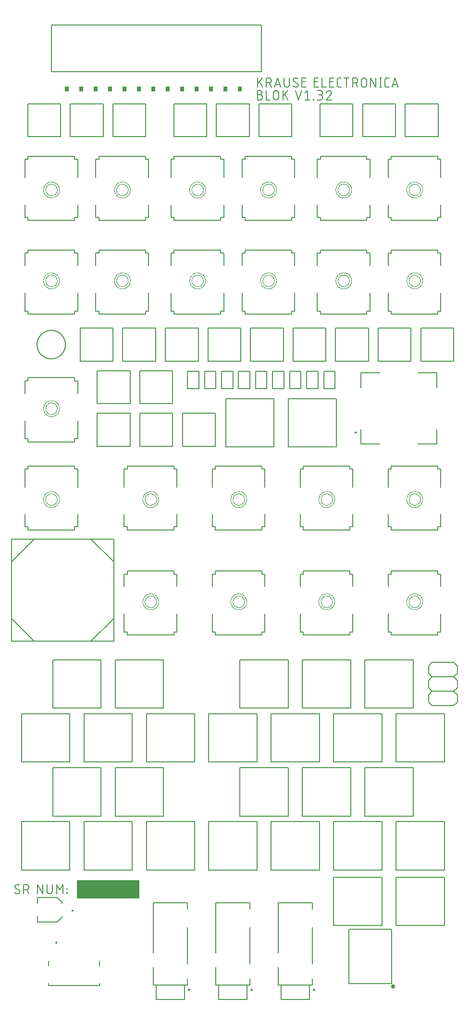
<source format=gbr>
G04 EAGLE Gerber RS-274X export*
G75*
%MOMM*%
%FSLAX34Y34*%
%LPD*%
%INSilkscreen Top*%
%IPPOS*%
%AMOC8*
5,1,8,0,0,1.08239X$1,22.5*%
G01*
%ADD10C,0.152400*%
%ADD11R,11.000000X3.250000*%
%ADD12C,0.203200*%
%ADD13C,0.050800*%
%ADD14C,0.127000*%
%ADD15C,0.200000*%
%ADD16C,0.762000*%
%ADD17R,0.660400X0.812800*%


D10*
X443262Y1580762D02*
X443262Y1597018D01*
X452293Y1597018D02*
X443262Y1587084D01*
X446874Y1590696D02*
X452293Y1580762D01*
X458774Y1580762D02*
X458774Y1597018D01*
X463289Y1597018D01*
X463422Y1597016D01*
X463554Y1597010D01*
X463686Y1597000D01*
X463818Y1596987D01*
X463950Y1596969D01*
X464080Y1596948D01*
X464211Y1596923D01*
X464340Y1596894D01*
X464468Y1596861D01*
X464596Y1596825D01*
X464722Y1596785D01*
X464847Y1596741D01*
X464971Y1596693D01*
X465093Y1596642D01*
X465214Y1596587D01*
X465333Y1596529D01*
X465451Y1596467D01*
X465566Y1596402D01*
X465680Y1596333D01*
X465791Y1596262D01*
X465900Y1596186D01*
X466007Y1596108D01*
X466112Y1596027D01*
X466214Y1595942D01*
X466314Y1595855D01*
X466411Y1595765D01*
X466506Y1595672D01*
X466597Y1595576D01*
X466686Y1595478D01*
X466772Y1595377D01*
X466855Y1595273D01*
X466935Y1595167D01*
X467011Y1595059D01*
X467085Y1594949D01*
X467155Y1594836D01*
X467222Y1594722D01*
X467285Y1594605D01*
X467345Y1594487D01*
X467402Y1594367D01*
X467455Y1594245D01*
X467504Y1594122D01*
X467550Y1593998D01*
X467592Y1593872D01*
X467630Y1593745D01*
X467665Y1593617D01*
X467696Y1593488D01*
X467723Y1593359D01*
X467746Y1593228D01*
X467766Y1593097D01*
X467781Y1592965D01*
X467793Y1592833D01*
X467801Y1592701D01*
X467805Y1592568D01*
X467805Y1592436D01*
X467801Y1592303D01*
X467793Y1592171D01*
X467781Y1592039D01*
X467766Y1591907D01*
X467746Y1591776D01*
X467723Y1591645D01*
X467696Y1591516D01*
X467665Y1591387D01*
X467630Y1591259D01*
X467592Y1591132D01*
X467550Y1591006D01*
X467504Y1590882D01*
X467455Y1590759D01*
X467402Y1590637D01*
X467345Y1590517D01*
X467285Y1590399D01*
X467222Y1590282D01*
X467155Y1590168D01*
X467085Y1590055D01*
X467011Y1589945D01*
X466935Y1589837D01*
X466855Y1589731D01*
X466772Y1589627D01*
X466686Y1589526D01*
X466597Y1589428D01*
X466506Y1589332D01*
X466411Y1589239D01*
X466314Y1589149D01*
X466214Y1589062D01*
X466112Y1588977D01*
X466007Y1588896D01*
X465900Y1588818D01*
X465791Y1588742D01*
X465680Y1588671D01*
X465566Y1588602D01*
X465451Y1588537D01*
X465333Y1588475D01*
X465214Y1588417D01*
X465093Y1588362D01*
X464971Y1588311D01*
X464847Y1588263D01*
X464722Y1588219D01*
X464596Y1588179D01*
X464468Y1588143D01*
X464340Y1588110D01*
X464211Y1588081D01*
X464080Y1588056D01*
X463950Y1588035D01*
X463818Y1588017D01*
X463686Y1588004D01*
X463554Y1587994D01*
X463422Y1587988D01*
X463289Y1587986D01*
X463289Y1587987D02*
X458774Y1587987D01*
X464193Y1587987D02*
X467805Y1580762D01*
X473410Y1580762D02*
X478829Y1597018D01*
X484248Y1580762D01*
X482893Y1584826D02*
X474765Y1584826D01*
X490466Y1585278D02*
X490466Y1597018D01*
X490465Y1585278D02*
X490467Y1585145D01*
X490473Y1585013D01*
X490483Y1584881D01*
X490496Y1584749D01*
X490514Y1584617D01*
X490535Y1584487D01*
X490560Y1584356D01*
X490589Y1584227D01*
X490622Y1584099D01*
X490658Y1583971D01*
X490698Y1583845D01*
X490742Y1583720D01*
X490790Y1583596D01*
X490841Y1583474D01*
X490896Y1583353D01*
X490954Y1583234D01*
X491016Y1583116D01*
X491081Y1583001D01*
X491150Y1582887D01*
X491221Y1582776D01*
X491297Y1582667D01*
X491375Y1582560D01*
X491456Y1582455D01*
X491541Y1582353D01*
X491628Y1582253D01*
X491718Y1582156D01*
X491811Y1582061D01*
X491907Y1581970D01*
X492005Y1581881D01*
X492106Y1581795D01*
X492210Y1581712D01*
X492316Y1581632D01*
X492424Y1581556D01*
X492534Y1581482D01*
X492647Y1581412D01*
X492761Y1581345D01*
X492878Y1581282D01*
X492996Y1581222D01*
X493116Y1581165D01*
X493238Y1581112D01*
X493361Y1581063D01*
X493485Y1581017D01*
X493611Y1580975D01*
X493738Y1580937D01*
X493866Y1580902D01*
X493995Y1580871D01*
X494124Y1580844D01*
X494255Y1580821D01*
X494386Y1580801D01*
X494518Y1580786D01*
X494650Y1580774D01*
X494782Y1580766D01*
X494915Y1580762D01*
X495047Y1580762D01*
X495180Y1580766D01*
X495312Y1580774D01*
X495444Y1580786D01*
X495576Y1580801D01*
X495707Y1580821D01*
X495838Y1580844D01*
X495967Y1580871D01*
X496096Y1580902D01*
X496224Y1580937D01*
X496351Y1580975D01*
X496477Y1581017D01*
X496601Y1581063D01*
X496724Y1581112D01*
X496846Y1581165D01*
X496966Y1581222D01*
X497084Y1581282D01*
X497201Y1581345D01*
X497315Y1581412D01*
X497428Y1581482D01*
X497538Y1581556D01*
X497646Y1581632D01*
X497752Y1581712D01*
X497856Y1581795D01*
X497957Y1581881D01*
X498055Y1581970D01*
X498151Y1582061D01*
X498244Y1582156D01*
X498334Y1582253D01*
X498421Y1582353D01*
X498506Y1582455D01*
X498587Y1582560D01*
X498665Y1582667D01*
X498741Y1582776D01*
X498812Y1582887D01*
X498881Y1583001D01*
X498946Y1583116D01*
X499008Y1583234D01*
X499066Y1583353D01*
X499121Y1583474D01*
X499172Y1583596D01*
X499220Y1583720D01*
X499264Y1583845D01*
X499304Y1583971D01*
X499340Y1584099D01*
X499373Y1584227D01*
X499402Y1584356D01*
X499427Y1584487D01*
X499448Y1584617D01*
X499466Y1584749D01*
X499479Y1584881D01*
X499489Y1585013D01*
X499495Y1585145D01*
X499497Y1585278D01*
X499497Y1597018D01*
X515128Y1584374D02*
X515126Y1584256D01*
X515120Y1584138D01*
X515111Y1584020D01*
X515097Y1583903D01*
X515080Y1583786D01*
X515059Y1583669D01*
X515034Y1583554D01*
X515005Y1583439D01*
X514972Y1583325D01*
X514936Y1583213D01*
X514896Y1583102D01*
X514853Y1582992D01*
X514806Y1582883D01*
X514756Y1582776D01*
X514701Y1582671D01*
X514644Y1582568D01*
X514583Y1582467D01*
X514519Y1582367D01*
X514452Y1582270D01*
X514382Y1582175D01*
X514308Y1582083D01*
X514232Y1581992D01*
X514152Y1581905D01*
X514070Y1581820D01*
X513985Y1581738D01*
X513898Y1581658D01*
X513807Y1581582D01*
X513715Y1581508D01*
X513620Y1581438D01*
X513523Y1581371D01*
X513423Y1581307D01*
X513322Y1581246D01*
X513219Y1581189D01*
X513114Y1581134D01*
X513007Y1581084D01*
X512898Y1581037D01*
X512788Y1580994D01*
X512677Y1580954D01*
X512565Y1580918D01*
X512451Y1580885D01*
X512336Y1580856D01*
X512221Y1580831D01*
X512104Y1580810D01*
X511987Y1580793D01*
X511870Y1580779D01*
X511752Y1580770D01*
X511634Y1580764D01*
X511516Y1580762D01*
X511333Y1580764D01*
X511151Y1580771D01*
X510969Y1580782D01*
X510787Y1580797D01*
X510605Y1580817D01*
X510424Y1580840D01*
X510244Y1580869D01*
X510064Y1580901D01*
X509885Y1580938D01*
X509708Y1580979D01*
X509531Y1581025D01*
X509355Y1581074D01*
X509181Y1581128D01*
X509007Y1581186D01*
X508836Y1581248D01*
X508666Y1581314D01*
X508497Y1581385D01*
X508330Y1581459D01*
X508165Y1581537D01*
X508002Y1581619D01*
X507841Y1581705D01*
X507682Y1581795D01*
X507525Y1581889D01*
X507371Y1581986D01*
X507219Y1582087D01*
X507069Y1582192D01*
X506922Y1582300D01*
X506778Y1582411D01*
X506636Y1582526D01*
X506497Y1582645D01*
X506361Y1582767D01*
X506228Y1582892D01*
X506098Y1583020D01*
X506549Y1593406D02*
X506551Y1593524D01*
X506557Y1593642D01*
X506566Y1593760D01*
X506580Y1593877D01*
X506597Y1593994D01*
X506618Y1594111D01*
X506643Y1594226D01*
X506672Y1594341D01*
X506705Y1594455D01*
X506741Y1594567D01*
X506781Y1594678D01*
X506824Y1594788D01*
X506871Y1594897D01*
X506921Y1595004D01*
X506976Y1595109D01*
X507033Y1595212D01*
X507094Y1595313D01*
X507158Y1595413D01*
X507225Y1595510D01*
X507295Y1595605D01*
X507369Y1595697D01*
X507445Y1595788D01*
X507525Y1595875D01*
X507607Y1595960D01*
X507692Y1596042D01*
X507779Y1596122D01*
X507870Y1596198D01*
X507962Y1596272D01*
X508057Y1596342D01*
X508154Y1596409D01*
X508254Y1596473D01*
X508355Y1596534D01*
X508458Y1596592D01*
X508563Y1596646D01*
X508670Y1596696D01*
X508779Y1596743D01*
X508889Y1596787D01*
X509000Y1596826D01*
X509113Y1596862D01*
X509226Y1596895D01*
X509341Y1596924D01*
X509456Y1596949D01*
X509573Y1596970D01*
X509690Y1596987D01*
X509807Y1597001D01*
X509925Y1597010D01*
X510043Y1597016D01*
X510161Y1597018D01*
X510322Y1597016D01*
X510484Y1597010D01*
X510645Y1597001D01*
X510806Y1596987D01*
X510966Y1596970D01*
X511126Y1596949D01*
X511286Y1596924D01*
X511445Y1596895D01*
X511603Y1596863D01*
X511760Y1596827D01*
X511916Y1596787D01*
X512072Y1596743D01*
X512226Y1596695D01*
X512379Y1596644D01*
X512531Y1596590D01*
X512682Y1596531D01*
X512831Y1596470D01*
X512978Y1596404D01*
X513124Y1596335D01*
X513269Y1596263D01*
X513411Y1596187D01*
X513552Y1596108D01*
X513691Y1596026D01*
X513827Y1595940D01*
X513962Y1595851D01*
X514095Y1595759D01*
X514225Y1595663D01*
X508354Y1590245D02*
X508253Y1590307D01*
X508153Y1590372D01*
X508056Y1590441D01*
X507961Y1590513D01*
X507868Y1590587D01*
X507778Y1590665D01*
X507690Y1590746D01*
X507605Y1590829D01*
X507523Y1590915D01*
X507444Y1591004D01*
X507367Y1591095D01*
X507294Y1591189D01*
X507223Y1591285D01*
X507156Y1591383D01*
X507092Y1591483D01*
X507031Y1591586D01*
X506974Y1591690D01*
X506920Y1591796D01*
X506870Y1591904D01*
X506823Y1592013D01*
X506779Y1592124D01*
X506739Y1592236D01*
X506703Y1592350D01*
X506671Y1592464D01*
X506642Y1592580D01*
X506617Y1592696D01*
X506596Y1592813D01*
X506579Y1592931D01*
X506565Y1593049D01*
X506556Y1593168D01*
X506550Y1593287D01*
X506548Y1593406D01*
X513322Y1587535D02*
X513423Y1587473D01*
X513523Y1587408D01*
X513620Y1587339D01*
X513715Y1587267D01*
X513808Y1587193D01*
X513898Y1587115D01*
X513986Y1587034D01*
X514071Y1586951D01*
X514153Y1586865D01*
X514232Y1586776D01*
X514309Y1586685D01*
X514382Y1586591D01*
X514453Y1586495D01*
X514520Y1586397D01*
X514584Y1586297D01*
X514645Y1586194D01*
X514702Y1586090D01*
X514756Y1585984D01*
X514806Y1585876D01*
X514853Y1585767D01*
X514897Y1585656D01*
X514937Y1585544D01*
X514973Y1585430D01*
X515005Y1585316D01*
X515034Y1585200D01*
X515059Y1585084D01*
X515080Y1584967D01*
X515097Y1584849D01*
X515111Y1584731D01*
X515120Y1584612D01*
X515126Y1584493D01*
X515128Y1584374D01*
X513322Y1587535D02*
X508355Y1590245D01*
X521758Y1580762D02*
X528983Y1580762D01*
X521758Y1580762D02*
X521758Y1597018D01*
X528983Y1597018D01*
X527177Y1589793D02*
X521758Y1589793D01*
X543642Y1580762D02*
X550867Y1580762D01*
X543642Y1580762D02*
X543642Y1597018D01*
X550867Y1597018D01*
X549060Y1589793D02*
X543642Y1589793D01*
X557189Y1597018D02*
X557189Y1580762D01*
X564414Y1580762D01*
X570736Y1580762D02*
X577961Y1580762D01*
X570736Y1580762D02*
X570736Y1597018D01*
X577961Y1597018D01*
X576155Y1589793D02*
X570736Y1589793D01*
X587305Y1580762D02*
X590918Y1580762D01*
X587305Y1580762D02*
X587187Y1580764D01*
X587069Y1580770D01*
X586951Y1580779D01*
X586834Y1580793D01*
X586717Y1580810D01*
X586600Y1580831D01*
X586485Y1580856D01*
X586370Y1580885D01*
X586256Y1580918D01*
X586144Y1580954D01*
X586033Y1580994D01*
X585923Y1581037D01*
X585814Y1581084D01*
X585707Y1581134D01*
X585602Y1581189D01*
X585499Y1581246D01*
X585398Y1581307D01*
X585298Y1581371D01*
X585201Y1581438D01*
X585106Y1581508D01*
X585014Y1581582D01*
X584923Y1581658D01*
X584836Y1581738D01*
X584751Y1581820D01*
X584669Y1581905D01*
X584589Y1581992D01*
X584513Y1582083D01*
X584439Y1582175D01*
X584369Y1582270D01*
X584302Y1582367D01*
X584238Y1582467D01*
X584177Y1582568D01*
X584120Y1582671D01*
X584065Y1582776D01*
X584015Y1582883D01*
X583968Y1582992D01*
X583925Y1583102D01*
X583885Y1583213D01*
X583849Y1583325D01*
X583816Y1583439D01*
X583787Y1583554D01*
X583762Y1583669D01*
X583741Y1583786D01*
X583724Y1583903D01*
X583710Y1584020D01*
X583701Y1584138D01*
X583695Y1584256D01*
X583693Y1584374D01*
X583693Y1593406D01*
X583695Y1593524D01*
X583701Y1593642D01*
X583710Y1593760D01*
X583724Y1593877D01*
X583741Y1593994D01*
X583762Y1594111D01*
X583787Y1594226D01*
X583816Y1594341D01*
X583849Y1594455D01*
X583885Y1594567D01*
X583925Y1594678D01*
X583968Y1594788D01*
X584015Y1594897D01*
X584065Y1595004D01*
X584119Y1595109D01*
X584177Y1595212D01*
X584238Y1595313D01*
X584302Y1595413D01*
X584369Y1595510D01*
X584439Y1595605D01*
X584513Y1595697D01*
X584589Y1595788D01*
X584669Y1595875D01*
X584751Y1595960D01*
X584836Y1596042D01*
X584923Y1596122D01*
X585014Y1596198D01*
X585106Y1596272D01*
X585201Y1596342D01*
X585298Y1596409D01*
X585398Y1596473D01*
X585499Y1596534D01*
X585602Y1596591D01*
X585707Y1596645D01*
X585814Y1596696D01*
X585923Y1596743D01*
X586033Y1596786D01*
X586144Y1596826D01*
X586256Y1596862D01*
X586370Y1596895D01*
X586485Y1596924D01*
X586600Y1596949D01*
X586717Y1596970D01*
X586834Y1596987D01*
X586951Y1597001D01*
X587069Y1597010D01*
X587187Y1597016D01*
X587305Y1597018D01*
X590918Y1597018D01*
X600232Y1597018D02*
X600232Y1580762D01*
X595716Y1597018D02*
X604747Y1597018D01*
X610918Y1597018D02*
X610918Y1580762D01*
X610918Y1597018D02*
X615433Y1597018D01*
X615566Y1597016D01*
X615698Y1597010D01*
X615830Y1597000D01*
X615962Y1596987D01*
X616094Y1596969D01*
X616224Y1596948D01*
X616355Y1596923D01*
X616484Y1596894D01*
X616612Y1596861D01*
X616740Y1596825D01*
X616866Y1596785D01*
X616991Y1596741D01*
X617115Y1596693D01*
X617237Y1596642D01*
X617358Y1596587D01*
X617477Y1596529D01*
X617595Y1596467D01*
X617710Y1596402D01*
X617824Y1596333D01*
X617935Y1596262D01*
X618044Y1596186D01*
X618151Y1596108D01*
X618256Y1596027D01*
X618358Y1595942D01*
X618458Y1595855D01*
X618555Y1595765D01*
X618650Y1595672D01*
X618741Y1595576D01*
X618830Y1595478D01*
X618916Y1595377D01*
X618999Y1595273D01*
X619079Y1595167D01*
X619155Y1595059D01*
X619229Y1594949D01*
X619299Y1594836D01*
X619366Y1594722D01*
X619429Y1594605D01*
X619489Y1594487D01*
X619546Y1594367D01*
X619599Y1594245D01*
X619648Y1594122D01*
X619694Y1593998D01*
X619736Y1593872D01*
X619774Y1593745D01*
X619809Y1593617D01*
X619840Y1593488D01*
X619867Y1593359D01*
X619890Y1593228D01*
X619910Y1593097D01*
X619925Y1592965D01*
X619937Y1592833D01*
X619945Y1592701D01*
X619949Y1592568D01*
X619949Y1592436D01*
X619945Y1592303D01*
X619937Y1592171D01*
X619925Y1592039D01*
X619910Y1591907D01*
X619890Y1591776D01*
X619867Y1591645D01*
X619840Y1591516D01*
X619809Y1591387D01*
X619774Y1591259D01*
X619736Y1591132D01*
X619694Y1591006D01*
X619648Y1590882D01*
X619599Y1590759D01*
X619546Y1590637D01*
X619489Y1590517D01*
X619429Y1590399D01*
X619366Y1590282D01*
X619299Y1590168D01*
X619229Y1590055D01*
X619155Y1589945D01*
X619079Y1589837D01*
X618999Y1589731D01*
X618916Y1589627D01*
X618830Y1589526D01*
X618741Y1589428D01*
X618650Y1589332D01*
X618555Y1589239D01*
X618458Y1589149D01*
X618358Y1589062D01*
X618256Y1588977D01*
X618151Y1588896D01*
X618044Y1588818D01*
X617935Y1588742D01*
X617824Y1588671D01*
X617710Y1588602D01*
X617595Y1588537D01*
X617477Y1588475D01*
X617358Y1588417D01*
X617237Y1588362D01*
X617115Y1588311D01*
X616991Y1588263D01*
X616866Y1588219D01*
X616740Y1588179D01*
X616612Y1588143D01*
X616484Y1588110D01*
X616355Y1588081D01*
X616224Y1588056D01*
X616094Y1588035D01*
X615962Y1588017D01*
X615830Y1588004D01*
X615698Y1587994D01*
X615566Y1587988D01*
X615433Y1587986D01*
X615433Y1587987D02*
X610918Y1587987D01*
X616337Y1587987D02*
X619949Y1580762D01*
X626458Y1585278D02*
X626458Y1592502D01*
X626457Y1592502D02*
X626459Y1592635D01*
X626465Y1592767D01*
X626475Y1592899D01*
X626488Y1593031D01*
X626506Y1593163D01*
X626527Y1593293D01*
X626552Y1593424D01*
X626581Y1593553D01*
X626614Y1593681D01*
X626650Y1593809D01*
X626690Y1593935D01*
X626734Y1594060D01*
X626782Y1594184D01*
X626833Y1594306D01*
X626888Y1594427D01*
X626946Y1594546D01*
X627008Y1594664D01*
X627073Y1594779D01*
X627142Y1594893D01*
X627213Y1595004D01*
X627289Y1595113D01*
X627367Y1595220D01*
X627448Y1595325D01*
X627533Y1595427D01*
X627620Y1595527D01*
X627710Y1595624D01*
X627803Y1595719D01*
X627899Y1595810D01*
X627997Y1595899D01*
X628098Y1595985D01*
X628202Y1596068D01*
X628308Y1596148D01*
X628416Y1596224D01*
X628526Y1596298D01*
X628639Y1596368D01*
X628753Y1596435D01*
X628870Y1596498D01*
X628988Y1596558D01*
X629108Y1596615D01*
X629230Y1596668D01*
X629353Y1596717D01*
X629477Y1596763D01*
X629603Y1596805D01*
X629730Y1596843D01*
X629858Y1596878D01*
X629987Y1596909D01*
X630116Y1596936D01*
X630247Y1596959D01*
X630378Y1596979D01*
X630510Y1596994D01*
X630642Y1597006D01*
X630774Y1597014D01*
X630907Y1597018D01*
X631039Y1597018D01*
X631172Y1597014D01*
X631304Y1597006D01*
X631436Y1596994D01*
X631568Y1596979D01*
X631699Y1596959D01*
X631830Y1596936D01*
X631959Y1596909D01*
X632088Y1596878D01*
X632216Y1596843D01*
X632343Y1596805D01*
X632469Y1596763D01*
X632593Y1596717D01*
X632716Y1596668D01*
X632838Y1596615D01*
X632958Y1596558D01*
X633076Y1596498D01*
X633193Y1596435D01*
X633307Y1596368D01*
X633420Y1596298D01*
X633530Y1596224D01*
X633638Y1596148D01*
X633744Y1596068D01*
X633848Y1595985D01*
X633949Y1595899D01*
X634047Y1595810D01*
X634143Y1595719D01*
X634236Y1595624D01*
X634326Y1595527D01*
X634413Y1595427D01*
X634498Y1595325D01*
X634579Y1595220D01*
X634657Y1595113D01*
X634733Y1595004D01*
X634804Y1594893D01*
X634873Y1594779D01*
X634938Y1594664D01*
X635000Y1594546D01*
X635058Y1594427D01*
X635113Y1594306D01*
X635164Y1594184D01*
X635212Y1594060D01*
X635256Y1593935D01*
X635296Y1593809D01*
X635332Y1593681D01*
X635365Y1593553D01*
X635394Y1593424D01*
X635419Y1593293D01*
X635440Y1593163D01*
X635458Y1593031D01*
X635471Y1592899D01*
X635481Y1592767D01*
X635487Y1592635D01*
X635489Y1592502D01*
X635489Y1585278D01*
X635487Y1585145D01*
X635481Y1585013D01*
X635471Y1584881D01*
X635458Y1584749D01*
X635440Y1584617D01*
X635419Y1584487D01*
X635394Y1584356D01*
X635365Y1584227D01*
X635332Y1584099D01*
X635296Y1583971D01*
X635256Y1583845D01*
X635212Y1583720D01*
X635164Y1583596D01*
X635113Y1583474D01*
X635058Y1583353D01*
X635000Y1583234D01*
X634938Y1583116D01*
X634873Y1583001D01*
X634804Y1582887D01*
X634733Y1582776D01*
X634657Y1582667D01*
X634579Y1582560D01*
X634498Y1582455D01*
X634413Y1582353D01*
X634326Y1582253D01*
X634236Y1582156D01*
X634143Y1582061D01*
X634047Y1581970D01*
X633949Y1581881D01*
X633848Y1581795D01*
X633744Y1581712D01*
X633638Y1581632D01*
X633530Y1581556D01*
X633420Y1581482D01*
X633307Y1581412D01*
X633193Y1581345D01*
X633076Y1581282D01*
X632958Y1581222D01*
X632838Y1581165D01*
X632716Y1581112D01*
X632593Y1581063D01*
X632469Y1581017D01*
X632343Y1580975D01*
X632216Y1580937D01*
X632088Y1580902D01*
X631959Y1580871D01*
X631830Y1580844D01*
X631699Y1580821D01*
X631568Y1580801D01*
X631436Y1580786D01*
X631304Y1580774D01*
X631172Y1580766D01*
X631039Y1580762D01*
X630907Y1580762D01*
X630774Y1580766D01*
X630642Y1580774D01*
X630510Y1580786D01*
X630378Y1580801D01*
X630247Y1580821D01*
X630116Y1580844D01*
X629987Y1580871D01*
X629858Y1580902D01*
X629730Y1580937D01*
X629603Y1580975D01*
X629477Y1581017D01*
X629353Y1581063D01*
X629230Y1581112D01*
X629108Y1581165D01*
X628988Y1581222D01*
X628870Y1581282D01*
X628753Y1581345D01*
X628639Y1581412D01*
X628526Y1581482D01*
X628416Y1581556D01*
X628308Y1581632D01*
X628202Y1581712D01*
X628098Y1581795D01*
X627997Y1581881D01*
X627899Y1581970D01*
X627803Y1582061D01*
X627710Y1582156D01*
X627620Y1582253D01*
X627533Y1582353D01*
X627448Y1582455D01*
X627367Y1582560D01*
X627289Y1582667D01*
X627213Y1582776D01*
X627142Y1582887D01*
X627073Y1583001D01*
X627008Y1583116D01*
X626946Y1583234D01*
X626888Y1583353D01*
X626833Y1583474D01*
X626782Y1583596D01*
X626734Y1583720D01*
X626690Y1583845D01*
X626650Y1583971D01*
X626614Y1584099D01*
X626581Y1584227D01*
X626552Y1584356D01*
X626527Y1584487D01*
X626506Y1584617D01*
X626488Y1584749D01*
X626475Y1584881D01*
X626465Y1585013D01*
X626459Y1585145D01*
X626457Y1585278D01*
X642610Y1580762D02*
X642610Y1597018D01*
X651641Y1580762D01*
X651641Y1597018D01*
X660151Y1597018D02*
X660151Y1580762D01*
X658345Y1580762D02*
X661958Y1580762D01*
X661958Y1597018D02*
X658345Y1597018D01*
X671714Y1580762D02*
X675326Y1580762D01*
X671714Y1580762D02*
X671596Y1580764D01*
X671478Y1580770D01*
X671360Y1580779D01*
X671243Y1580793D01*
X671126Y1580810D01*
X671009Y1580831D01*
X670894Y1580856D01*
X670779Y1580885D01*
X670665Y1580918D01*
X670553Y1580954D01*
X670442Y1580994D01*
X670332Y1581037D01*
X670223Y1581084D01*
X670116Y1581134D01*
X670011Y1581189D01*
X669908Y1581246D01*
X669807Y1581307D01*
X669707Y1581371D01*
X669610Y1581438D01*
X669515Y1581508D01*
X669423Y1581582D01*
X669332Y1581658D01*
X669245Y1581738D01*
X669160Y1581820D01*
X669078Y1581905D01*
X668998Y1581992D01*
X668922Y1582083D01*
X668848Y1582175D01*
X668778Y1582270D01*
X668711Y1582367D01*
X668647Y1582467D01*
X668586Y1582568D01*
X668529Y1582671D01*
X668474Y1582776D01*
X668424Y1582883D01*
X668377Y1582992D01*
X668334Y1583102D01*
X668294Y1583213D01*
X668258Y1583325D01*
X668225Y1583439D01*
X668196Y1583554D01*
X668171Y1583669D01*
X668150Y1583786D01*
X668133Y1583903D01*
X668119Y1584020D01*
X668110Y1584138D01*
X668104Y1584256D01*
X668102Y1584374D01*
X668101Y1584374D02*
X668101Y1593406D01*
X668102Y1593406D02*
X668104Y1593524D01*
X668110Y1593642D01*
X668119Y1593760D01*
X668133Y1593877D01*
X668150Y1593994D01*
X668171Y1594111D01*
X668196Y1594226D01*
X668225Y1594341D01*
X668258Y1594455D01*
X668294Y1594567D01*
X668334Y1594678D01*
X668377Y1594788D01*
X668424Y1594897D01*
X668474Y1595004D01*
X668528Y1595109D01*
X668586Y1595212D01*
X668647Y1595313D01*
X668711Y1595413D01*
X668778Y1595510D01*
X668848Y1595605D01*
X668922Y1595697D01*
X668998Y1595788D01*
X669078Y1595875D01*
X669160Y1595960D01*
X669245Y1596042D01*
X669332Y1596122D01*
X669423Y1596198D01*
X669515Y1596272D01*
X669610Y1596342D01*
X669707Y1596409D01*
X669807Y1596473D01*
X669908Y1596534D01*
X670011Y1596591D01*
X670116Y1596645D01*
X670223Y1596696D01*
X670332Y1596743D01*
X670442Y1596786D01*
X670553Y1596826D01*
X670665Y1596862D01*
X670779Y1596895D01*
X670894Y1596924D01*
X671009Y1596949D01*
X671126Y1596970D01*
X671243Y1596987D01*
X671360Y1597001D01*
X671478Y1597010D01*
X671596Y1597016D01*
X671714Y1597018D01*
X675326Y1597018D01*
X685682Y1597018D02*
X680264Y1580762D01*
X691101Y1580762D02*
X685682Y1597018D01*
X689746Y1584826D02*
X681618Y1584826D01*
X447778Y1567293D02*
X443262Y1567293D01*
X447778Y1567294D02*
X447911Y1567292D01*
X448043Y1567286D01*
X448175Y1567276D01*
X448307Y1567263D01*
X448439Y1567245D01*
X448569Y1567224D01*
X448700Y1567199D01*
X448829Y1567170D01*
X448957Y1567137D01*
X449085Y1567101D01*
X449211Y1567061D01*
X449336Y1567017D01*
X449460Y1566969D01*
X449582Y1566918D01*
X449703Y1566863D01*
X449822Y1566805D01*
X449940Y1566743D01*
X450055Y1566678D01*
X450169Y1566609D01*
X450280Y1566538D01*
X450389Y1566462D01*
X450496Y1566384D01*
X450601Y1566303D01*
X450703Y1566218D01*
X450803Y1566131D01*
X450900Y1566041D01*
X450995Y1565948D01*
X451086Y1565852D01*
X451175Y1565754D01*
X451261Y1565653D01*
X451344Y1565549D01*
X451424Y1565443D01*
X451500Y1565335D01*
X451574Y1565225D01*
X451644Y1565112D01*
X451711Y1564998D01*
X451774Y1564881D01*
X451834Y1564763D01*
X451891Y1564643D01*
X451944Y1564521D01*
X451993Y1564398D01*
X452039Y1564274D01*
X452081Y1564148D01*
X452119Y1564021D01*
X452154Y1563893D01*
X452185Y1563764D01*
X452212Y1563635D01*
X452235Y1563504D01*
X452255Y1563373D01*
X452270Y1563241D01*
X452282Y1563109D01*
X452290Y1562977D01*
X452294Y1562844D01*
X452294Y1562712D01*
X452290Y1562579D01*
X452282Y1562447D01*
X452270Y1562315D01*
X452255Y1562183D01*
X452235Y1562052D01*
X452212Y1561921D01*
X452185Y1561792D01*
X452154Y1561663D01*
X452119Y1561535D01*
X452081Y1561408D01*
X452039Y1561282D01*
X451993Y1561158D01*
X451944Y1561035D01*
X451891Y1560913D01*
X451834Y1560793D01*
X451774Y1560675D01*
X451711Y1560558D01*
X451644Y1560444D01*
X451574Y1560331D01*
X451500Y1560221D01*
X451424Y1560113D01*
X451344Y1560007D01*
X451261Y1559903D01*
X451175Y1559802D01*
X451086Y1559704D01*
X450995Y1559608D01*
X450900Y1559515D01*
X450803Y1559425D01*
X450703Y1559338D01*
X450601Y1559253D01*
X450496Y1559172D01*
X450389Y1559094D01*
X450280Y1559018D01*
X450169Y1558947D01*
X450055Y1558878D01*
X449940Y1558813D01*
X449822Y1558751D01*
X449703Y1558693D01*
X449582Y1558638D01*
X449460Y1558587D01*
X449336Y1558539D01*
X449211Y1558495D01*
X449085Y1558455D01*
X448957Y1558419D01*
X448829Y1558386D01*
X448700Y1558357D01*
X448569Y1558332D01*
X448439Y1558311D01*
X448307Y1558293D01*
X448175Y1558280D01*
X448043Y1558270D01*
X447911Y1558264D01*
X447778Y1558262D01*
X443262Y1558262D01*
X443262Y1574518D01*
X447778Y1574518D01*
X447897Y1574516D01*
X448017Y1574510D01*
X448136Y1574500D01*
X448254Y1574486D01*
X448373Y1574469D01*
X448490Y1574447D01*
X448607Y1574422D01*
X448722Y1574392D01*
X448837Y1574359D01*
X448951Y1574322D01*
X449063Y1574282D01*
X449174Y1574237D01*
X449283Y1574189D01*
X449391Y1574138D01*
X449497Y1574083D01*
X449601Y1574024D01*
X449703Y1573962D01*
X449803Y1573897D01*
X449901Y1573828D01*
X449997Y1573756D01*
X450090Y1573681D01*
X450180Y1573604D01*
X450268Y1573523D01*
X450353Y1573439D01*
X450435Y1573352D01*
X450515Y1573263D01*
X450591Y1573171D01*
X450665Y1573077D01*
X450735Y1572980D01*
X450802Y1572882D01*
X450866Y1572781D01*
X450926Y1572677D01*
X450983Y1572572D01*
X451036Y1572465D01*
X451086Y1572357D01*
X451132Y1572247D01*
X451174Y1572135D01*
X451213Y1572022D01*
X451248Y1571908D01*
X451279Y1571793D01*
X451307Y1571676D01*
X451330Y1571559D01*
X451350Y1571442D01*
X451366Y1571323D01*
X451378Y1571204D01*
X451386Y1571085D01*
X451390Y1570966D01*
X451390Y1570846D01*
X451386Y1570727D01*
X451378Y1570608D01*
X451366Y1570489D01*
X451350Y1570370D01*
X451330Y1570253D01*
X451307Y1570136D01*
X451279Y1570019D01*
X451248Y1569904D01*
X451213Y1569790D01*
X451174Y1569677D01*
X451132Y1569565D01*
X451086Y1569455D01*
X451036Y1569347D01*
X450983Y1569240D01*
X450926Y1569135D01*
X450866Y1569031D01*
X450802Y1568930D01*
X450735Y1568832D01*
X450665Y1568735D01*
X450591Y1568641D01*
X450515Y1568549D01*
X450435Y1568460D01*
X450353Y1568373D01*
X450268Y1568289D01*
X450180Y1568208D01*
X450090Y1568131D01*
X449997Y1568056D01*
X449901Y1567984D01*
X449803Y1567915D01*
X449703Y1567850D01*
X449601Y1567788D01*
X449497Y1567729D01*
X449391Y1567674D01*
X449283Y1567623D01*
X449174Y1567575D01*
X449063Y1567530D01*
X448951Y1567490D01*
X448837Y1567453D01*
X448722Y1567420D01*
X448607Y1567390D01*
X448490Y1567365D01*
X448373Y1567343D01*
X448254Y1567326D01*
X448136Y1567312D01*
X448017Y1567302D01*
X447897Y1567296D01*
X447778Y1567294D01*
X458712Y1574518D02*
X458712Y1558262D01*
X465937Y1558262D01*
X471708Y1562778D02*
X471708Y1570002D01*
X471710Y1570135D01*
X471716Y1570267D01*
X471726Y1570399D01*
X471739Y1570531D01*
X471757Y1570663D01*
X471778Y1570793D01*
X471803Y1570924D01*
X471832Y1571053D01*
X471865Y1571181D01*
X471901Y1571309D01*
X471941Y1571435D01*
X471985Y1571560D01*
X472033Y1571684D01*
X472084Y1571806D01*
X472139Y1571927D01*
X472197Y1572046D01*
X472259Y1572164D01*
X472324Y1572279D01*
X472393Y1572393D01*
X472464Y1572504D01*
X472540Y1572613D01*
X472618Y1572720D01*
X472699Y1572825D01*
X472784Y1572927D01*
X472871Y1573027D01*
X472961Y1573124D01*
X473054Y1573219D01*
X473150Y1573310D01*
X473248Y1573399D01*
X473349Y1573485D01*
X473453Y1573568D01*
X473559Y1573648D01*
X473667Y1573724D01*
X473777Y1573798D01*
X473890Y1573868D01*
X474004Y1573935D01*
X474121Y1573998D01*
X474239Y1574058D01*
X474359Y1574115D01*
X474481Y1574168D01*
X474604Y1574217D01*
X474728Y1574263D01*
X474854Y1574305D01*
X474981Y1574343D01*
X475109Y1574378D01*
X475238Y1574409D01*
X475367Y1574436D01*
X475498Y1574459D01*
X475629Y1574479D01*
X475761Y1574494D01*
X475893Y1574506D01*
X476025Y1574514D01*
X476158Y1574518D01*
X476290Y1574518D01*
X476423Y1574514D01*
X476555Y1574506D01*
X476687Y1574494D01*
X476819Y1574479D01*
X476950Y1574459D01*
X477081Y1574436D01*
X477210Y1574409D01*
X477339Y1574378D01*
X477467Y1574343D01*
X477594Y1574305D01*
X477720Y1574263D01*
X477844Y1574217D01*
X477967Y1574168D01*
X478089Y1574115D01*
X478209Y1574058D01*
X478327Y1573998D01*
X478444Y1573935D01*
X478558Y1573868D01*
X478671Y1573798D01*
X478781Y1573724D01*
X478889Y1573648D01*
X478995Y1573568D01*
X479099Y1573485D01*
X479200Y1573399D01*
X479298Y1573310D01*
X479394Y1573219D01*
X479487Y1573124D01*
X479577Y1573027D01*
X479664Y1572927D01*
X479749Y1572825D01*
X479830Y1572720D01*
X479908Y1572613D01*
X479984Y1572504D01*
X480055Y1572393D01*
X480124Y1572279D01*
X480189Y1572164D01*
X480251Y1572046D01*
X480309Y1571927D01*
X480364Y1571806D01*
X480415Y1571684D01*
X480463Y1571560D01*
X480507Y1571435D01*
X480547Y1571309D01*
X480583Y1571181D01*
X480616Y1571053D01*
X480645Y1570924D01*
X480670Y1570793D01*
X480691Y1570663D01*
X480709Y1570531D01*
X480722Y1570399D01*
X480732Y1570267D01*
X480738Y1570135D01*
X480740Y1570002D01*
X480739Y1570002D02*
X480739Y1562778D01*
X480740Y1562778D02*
X480738Y1562645D01*
X480732Y1562513D01*
X480722Y1562381D01*
X480709Y1562249D01*
X480691Y1562117D01*
X480670Y1561987D01*
X480645Y1561856D01*
X480616Y1561727D01*
X480583Y1561599D01*
X480547Y1561471D01*
X480507Y1561345D01*
X480463Y1561220D01*
X480415Y1561096D01*
X480364Y1560974D01*
X480309Y1560853D01*
X480251Y1560734D01*
X480189Y1560616D01*
X480124Y1560501D01*
X480055Y1560387D01*
X479984Y1560276D01*
X479908Y1560167D01*
X479830Y1560060D01*
X479749Y1559955D01*
X479664Y1559853D01*
X479577Y1559753D01*
X479487Y1559656D01*
X479394Y1559561D01*
X479298Y1559470D01*
X479200Y1559381D01*
X479099Y1559295D01*
X478995Y1559212D01*
X478889Y1559132D01*
X478781Y1559056D01*
X478671Y1558982D01*
X478558Y1558912D01*
X478444Y1558845D01*
X478327Y1558782D01*
X478209Y1558722D01*
X478089Y1558665D01*
X477967Y1558612D01*
X477844Y1558563D01*
X477720Y1558517D01*
X477594Y1558475D01*
X477467Y1558437D01*
X477339Y1558402D01*
X477210Y1558371D01*
X477081Y1558344D01*
X476950Y1558321D01*
X476819Y1558301D01*
X476687Y1558286D01*
X476555Y1558274D01*
X476423Y1558266D01*
X476290Y1558262D01*
X476158Y1558262D01*
X476025Y1558266D01*
X475893Y1558274D01*
X475761Y1558286D01*
X475629Y1558301D01*
X475498Y1558321D01*
X475367Y1558344D01*
X475238Y1558371D01*
X475109Y1558402D01*
X474981Y1558437D01*
X474854Y1558475D01*
X474728Y1558517D01*
X474604Y1558563D01*
X474481Y1558612D01*
X474359Y1558665D01*
X474239Y1558722D01*
X474121Y1558782D01*
X474004Y1558845D01*
X473890Y1558912D01*
X473777Y1558982D01*
X473667Y1559056D01*
X473559Y1559132D01*
X473453Y1559212D01*
X473349Y1559295D01*
X473248Y1559381D01*
X473150Y1559470D01*
X473054Y1559561D01*
X472961Y1559656D01*
X472871Y1559753D01*
X472784Y1559853D01*
X472699Y1559955D01*
X472618Y1560060D01*
X472540Y1560167D01*
X472464Y1560276D01*
X472393Y1560387D01*
X472324Y1560501D01*
X472259Y1560616D01*
X472197Y1560734D01*
X472139Y1560853D01*
X472084Y1560974D01*
X472033Y1561096D01*
X471985Y1561220D01*
X471941Y1561345D01*
X471901Y1561471D01*
X471865Y1561599D01*
X471832Y1561727D01*
X471803Y1561856D01*
X471778Y1561987D01*
X471757Y1562117D01*
X471739Y1562249D01*
X471726Y1562381D01*
X471716Y1562513D01*
X471710Y1562645D01*
X471708Y1562778D01*
X488072Y1558262D02*
X488072Y1574518D01*
X497103Y1574518D02*
X488072Y1564584D01*
X491684Y1568196D02*
X497103Y1558262D01*
X515823Y1558262D02*
X510404Y1574518D01*
X521242Y1574518D02*
X515823Y1558262D01*
X526939Y1570906D02*
X531454Y1574518D01*
X531454Y1558262D01*
X526939Y1558262D02*
X535970Y1558262D01*
X541944Y1558262D02*
X541944Y1559165D01*
X542848Y1559165D01*
X542848Y1558262D01*
X541944Y1558262D01*
X548822Y1558262D02*
X553338Y1558262D01*
X553471Y1558264D01*
X553603Y1558270D01*
X553735Y1558280D01*
X553867Y1558293D01*
X553999Y1558311D01*
X554129Y1558332D01*
X554260Y1558357D01*
X554389Y1558386D01*
X554517Y1558419D01*
X554645Y1558455D01*
X554771Y1558495D01*
X554896Y1558539D01*
X555020Y1558587D01*
X555142Y1558638D01*
X555263Y1558693D01*
X555382Y1558751D01*
X555500Y1558813D01*
X555615Y1558878D01*
X555729Y1558947D01*
X555840Y1559018D01*
X555949Y1559094D01*
X556056Y1559172D01*
X556161Y1559253D01*
X556263Y1559338D01*
X556363Y1559425D01*
X556460Y1559515D01*
X556555Y1559608D01*
X556646Y1559704D01*
X556735Y1559802D01*
X556821Y1559903D01*
X556904Y1560007D01*
X556984Y1560113D01*
X557060Y1560221D01*
X557134Y1560331D01*
X557204Y1560444D01*
X557271Y1560558D01*
X557334Y1560675D01*
X557394Y1560793D01*
X557451Y1560913D01*
X557504Y1561035D01*
X557553Y1561158D01*
X557599Y1561282D01*
X557641Y1561408D01*
X557679Y1561535D01*
X557714Y1561663D01*
X557745Y1561792D01*
X557772Y1561921D01*
X557795Y1562052D01*
X557815Y1562183D01*
X557830Y1562315D01*
X557842Y1562447D01*
X557850Y1562579D01*
X557854Y1562712D01*
X557854Y1562844D01*
X557850Y1562977D01*
X557842Y1563109D01*
X557830Y1563241D01*
X557815Y1563373D01*
X557795Y1563504D01*
X557772Y1563635D01*
X557745Y1563764D01*
X557714Y1563893D01*
X557679Y1564021D01*
X557641Y1564148D01*
X557599Y1564274D01*
X557553Y1564398D01*
X557504Y1564521D01*
X557451Y1564643D01*
X557394Y1564763D01*
X557334Y1564881D01*
X557271Y1564998D01*
X557204Y1565112D01*
X557134Y1565225D01*
X557060Y1565335D01*
X556984Y1565443D01*
X556904Y1565549D01*
X556821Y1565653D01*
X556735Y1565754D01*
X556646Y1565852D01*
X556555Y1565948D01*
X556460Y1566041D01*
X556363Y1566131D01*
X556263Y1566218D01*
X556161Y1566303D01*
X556056Y1566384D01*
X555949Y1566462D01*
X555840Y1566538D01*
X555729Y1566609D01*
X555615Y1566678D01*
X555500Y1566743D01*
X555382Y1566805D01*
X555263Y1566863D01*
X555142Y1566918D01*
X555020Y1566969D01*
X554896Y1567017D01*
X554771Y1567061D01*
X554645Y1567101D01*
X554517Y1567137D01*
X554389Y1567170D01*
X554260Y1567199D01*
X554129Y1567224D01*
X553999Y1567245D01*
X553867Y1567263D01*
X553735Y1567276D01*
X553603Y1567286D01*
X553471Y1567292D01*
X553338Y1567294D01*
X554241Y1574518D02*
X548822Y1574518D01*
X554241Y1574518D02*
X554360Y1574516D01*
X554480Y1574510D01*
X554599Y1574500D01*
X554717Y1574486D01*
X554836Y1574469D01*
X554953Y1574447D01*
X555070Y1574422D01*
X555185Y1574392D01*
X555300Y1574359D01*
X555414Y1574322D01*
X555526Y1574282D01*
X555637Y1574237D01*
X555746Y1574189D01*
X555854Y1574138D01*
X555960Y1574083D01*
X556064Y1574024D01*
X556166Y1573962D01*
X556266Y1573897D01*
X556364Y1573828D01*
X556460Y1573756D01*
X556553Y1573681D01*
X556643Y1573604D01*
X556731Y1573523D01*
X556816Y1573439D01*
X556898Y1573352D01*
X556978Y1573263D01*
X557054Y1573171D01*
X557128Y1573077D01*
X557198Y1572980D01*
X557265Y1572882D01*
X557329Y1572781D01*
X557389Y1572677D01*
X557446Y1572572D01*
X557499Y1572465D01*
X557549Y1572357D01*
X557595Y1572247D01*
X557637Y1572135D01*
X557676Y1572022D01*
X557711Y1571908D01*
X557742Y1571793D01*
X557770Y1571676D01*
X557793Y1571559D01*
X557813Y1571442D01*
X557829Y1571323D01*
X557841Y1571204D01*
X557849Y1571085D01*
X557853Y1570966D01*
X557853Y1570846D01*
X557849Y1570727D01*
X557841Y1570608D01*
X557829Y1570489D01*
X557813Y1570370D01*
X557793Y1570253D01*
X557770Y1570136D01*
X557742Y1570019D01*
X557711Y1569904D01*
X557676Y1569790D01*
X557637Y1569677D01*
X557595Y1569565D01*
X557549Y1569455D01*
X557499Y1569347D01*
X557446Y1569240D01*
X557389Y1569135D01*
X557329Y1569031D01*
X557265Y1568930D01*
X557198Y1568832D01*
X557128Y1568735D01*
X557054Y1568641D01*
X556978Y1568549D01*
X556898Y1568460D01*
X556816Y1568373D01*
X556731Y1568289D01*
X556643Y1568208D01*
X556553Y1568131D01*
X556460Y1568056D01*
X556364Y1567984D01*
X556266Y1567915D01*
X556166Y1567850D01*
X556064Y1567788D01*
X555960Y1567729D01*
X555854Y1567674D01*
X555746Y1567623D01*
X555637Y1567575D01*
X555526Y1567530D01*
X555414Y1567490D01*
X555300Y1567453D01*
X555185Y1567420D01*
X555070Y1567390D01*
X554953Y1567365D01*
X554836Y1567343D01*
X554717Y1567326D01*
X554599Y1567312D01*
X554480Y1567302D01*
X554360Y1567296D01*
X554241Y1567294D01*
X554241Y1567293D02*
X550629Y1567293D01*
X569421Y1574518D02*
X569546Y1574516D01*
X569671Y1574510D01*
X569796Y1574501D01*
X569920Y1574487D01*
X570044Y1574470D01*
X570168Y1574449D01*
X570290Y1574424D01*
X570412Y1574395D01*
X570533Y1574363D01*
X570653Y1574327D01*
X570772Y1574287D01*
X570889Y1574244D01*
X571005Y1574197D01*
X571120Y1574146D01*
X571232Y1574092D01*
X571344Y1574034D01*
X571453Y1573974D01*
X571560Y1573909D01*
X571666Y1573842D01*
X571769Y1573771D01*
X571870Y1573697D01*
X571969Y1573620D01*
X572065Y1573540D01*
X572159Y1573457D01*
X572250Y1573372D01*
X572339Y1573283D01*
X572424Y1573192D01*
X572507Y1573098D01*
X572587Y1573002D01*
X572664Y1572903D01*
X572738Y1572802D01*
X572809Y1572699D01*
X572876Y1572593D01*
X572941Y1572486D01*
X573001Y1572377D01*
X573059Y1572265D01*
X573113Y1572153D01*
X573164Y1572038D01*
X573211Y1571922D01*
X573254Y1571805D01*
X573294Y1571686D01*
X573330Y1571566D01*
X573362Y1571445D01*
X573391Y1571323D01*
X573416Y1571201D01*
X573437Y1571077D01*
X573454Y1570953D01*
X573468Y1570829D01*
X573477Y1570704D01*
X573483Y1570579D01*
X573485Y1570454D01*
X569421Y1574518D02*
X569278Y1574516D01*
X569136Y1574510D01*
X568993Y1574500D01*
X568851Y1574487D01*
X568710Y1574469D01*
X568568Y1574448D01*
X568428Y1574423D01*
X568288Y1574394D01*
X568149Y1574361D01*
X568011Y1574324D01*
X567874Y1574284D01*
X567739Y1574240D01*
X567604Y1574192D01*
X567471Y1574140D01*
X567339Y1574085D01*
X567209Y1574026D01*
X567081Y1573964D01*
X566954Y1573898D01*
X566829Y1573829D01*
X566706Y1573757D01*
X566586Y1573681D01*
X566467Y1573602D01*
X566350Y1573519D01*
X566236Y1573434D01*
X566124Y1573345D01*
X566015Y1573254D01*
X565908Y1573159D01*
X565803Y1573062D01*
X565702Y1572961D01*
X565603Y1572858D01*
X565507Y1572753D01*
X565414Y1572644D01*
X565324Y1572533D01*
X565237Y1572420D01*
X565153Y1572305D01*
X565073Y1572187D01*
X564995Y1572067D01*
X564921Y1571945D01*
X564851Y1571821D01*
X564783Y1571695D01*
X564720Y1571567D01*
X564659Y1571438D01*
X564602Y1571307D01*
X564549Y1571175D01*
X564500Y1571041D01*
X564454Y1570906D01*
X572129Y1567293D02*
X572223Y1567385D01*
X572313Y1567479D01*
X572401Y1567576D01*
X572486Y1567676D01*
X572568Y1567778D01*
X572647Y1567883D01*
X572722Y1567990D01*
X572794Y1568099D01*
X572863Y1568210D01*
X572929Y1568324D01*
X572991Y1568439D01*
X573050Y1568556D01*
X573105Y1568675D01*
X573156Y1568795D01*
X573204Y1568917D01*
X573249Y1569040D01*
X573289Y1569164D01*
X573326Y1569290D01*
X573359Y1569417D01*
X573388Y1569544D01*
X573414Y1569673D01*
X573435Y1569802D01*
X573453Y1569932D01*
X573466Y1570062D01*
X573476Y1570192D01*
X573482Y1570323D01*
X573484Y1570454D01*
X572130Y1567293D02*
X564454Y1558262D01*
X573485Y1558262D01*
X24793Y164374D02*
X24791Y164256D01*
X24785Y164138D01*
X24776Y164020D01*
X24762Y163903D01*
X24745Y163786D01*
X24724Y163669D01*
X24699Y163554D01*
X24670Y163439D01*
X24637Y163325D01*
X24601Y163213D01*
X24561Y163102D01*
X24518Y162992D01*
X24471Y162883D01*
X24421Y162776D01*
X24366Y162671D01*
X24309Y162568D01*
X24248Y162467D01*
X24184Y162367D01*
X24117Y162270D01*
X24047Y162175D01*
X23973Y162083D01*
X23897Y161992D01*
X23817Y161905D01*
X23735Y161820D01*
X23650Y161738D01*
X23563Y161658D01*
X23472Y161582D01*
X23380Y161508D01*
X23285Y161438D01*
X23188Y161371D01*
X23088Y161307D01*
X22987Y161246D01*
X22884Y161189D01*
X22779Y161134D01*
X22672Y161084D01*
X22563Y161037D01*
X22453Y160994D01*
X22342Y160954D01*
X22230Y160918D01*
X22116Y160885D01*
X22001Y160856D01*
X21886Y160831D01*
X21769Y160810D01*
X21652Y160793D01*
X21535Y160779D01*
X21417Y160770D01*
X21299Y160764D01*
X21181Y160762D01*
X20998Y160764D01*
X20816Y160771D01*
X20634Y160782D01*
X20452Y160797D01*
X20270Y160817D01*
X20089Y160840D01*
X19909Y160869D01*
X19729Y160901D01*
X19550Y160938D01*
X19373Y160979D01*
X19196Y161025D01*
X19020Y161074D01*
X18846Y161128D01*
X18672Y161186D01*
X18501Y161248D01*
X18331Y161314D01*
X18162Y161385D01*
X17995Y161459D01*
X17830Y161537D01*
X17667Y161619D01*
X17506Y161705D01*
X17347Y161795D01*
X17190Y161889D01*
X17036Y161986D01*
X16884Y162087D01*
X16734Y162192D01*
X16587Y162300D01*
X16443Y162411D01*
X16301Y162526D01*
X16162Y162645D01*
X16026Y162767D01*
X15893Y162892D01*
X15763Y163020D01*
X16214Y173406D02*
X16216Y173524D01*
X16222Y173642D01*
X16231Y173760D01*
X16245Y173877D01*
X16262Y173994D01*
X16283Y174111D01*
X16308Y174226D01*
X16337Y174341D01*
X16370Y174455D01*
X16406Y174567D01*
X16446Y174678D01*
X16489Y174788D01*
X16536Y174897D01*
X16586Y175004D01*
X16641Y175109D01*
X16698Y175212D01*
X16759Y175313D01*
X16823Y175413D01*
X16890Y175510D01*
X16960Y175605D01*
X17034Y175697D01*
X17110Y175788D01*
X17190Y175875D01*
X17272Y175960D01*
X17357Y176042D01*
X17444Y176122D01*
X17535Y176198D01*
X17627Y176272D01*
X17722Y176342D01*
X17819Y176409D01*
X17919Y176473D01*
X18020Y176534D01*
X18123Y176592D01*
X18228Y176646D01*
X18335Y176696D01*
X18444Y176743D01*
X18554Y176787D01*
X18665Y176826D01*
X18778Y176862D01*
X18891Y176895D01*
X19006Y176924D01*
X19121Y176949D01*
X19238Y176970D01*
X19355Y176987D01*
X19472Y177001D01*
X19590Y177010D01*
X19708Y177016D01*
X19826Y177018D01*
X19987Y177016D01*
X20149Y177010D01*
X20310Y177001D01*
X20471Y176987D01*
X20631Y176970D01*
X20791Y176949D01*
X20951Y176924D01*
X21110Y176895D01*
X21268Y176863D01*
X21425Y176827D01*
X21581Y176787D01*
X21737Y176743D01*
X21891Y176695D01*
X22044Y176644D01*
X22196Y176590D01*
X22347Y176531D01*
X22496Y176470D01*
X22643Y176404D01*
X22789Y176335D01*
X22934Y176263D01*
X23076Y176187D01*
X23217Y176108D01*
X23356Y176026D01*
X23492Y175940D01*
X23627Y175851D01*
X23760Y175759D01*
X23890Y175663D01*
X18019Y170245D02*
X17918Y170307D01*
X17818Y170372D01*
X17721Y170441D01*
X17626Y170513D01*
X17533Y170587D01*
X17443Y170665D01*
X17355Y170746D01*
X17270Y170829D01*
X17188Y170915D01*
X17109Y171004D01*
X17032Y171095D01*
X16959Y171189D01*
X16888Y171285D01*
X16821Y171383D01*
X16757Y171483D01*
X16696Y171586D01*
X16639Y171690D01*
X16585Y171796D01*
X16535Y171904D01*
X16488Y172013D01*
X16444Y172124D01*
X16404Y172236D01*
X16368Y172350D01*
X16336Y172464D01*
X16307Y172580D01*
X16282Y172696D01*
X16261Y172813D01*
X16244Y172931D01*
X16230Y173049D01*
X16221Y173168D01*
X16215Y173287D01*
X16213Y173406D01*
X22987Y167535D02*
X23088Y167473D01*
X23188Y167408D01*
X23285Y167339D01*
X23380Y167267D01*
X23473Y167193D01*
X23563Y167115D01*
X23651Y167034D01*
X23736Y166951D01*
X23818Y166865D01*
X23897Y166776D01*
X23974Y166685D01*
X24047Y166591D01*
X24118Y166495D01*
X24185Y166397D01*
X24249Y166297D01*
X24310Y166194D01*
X24367Y166090D01*
X24421Y165984D01*
X24471Y165876D01*
X24518Y165767D01*
X24562Y165656D01*
X24602Y165544D01*
X24638Y165430D01*
X24670Y165316D01*
X24699Y165200D01*
X24724Y165084D01*
X24745Y164967D01*
X24762Y164849D01*
X24776Y164731D01*
X24785Y164612D01*
X24791Y164493D01*
X24793Y164374D01*
X22987Y167535D02*
X18020Y170245D01*
X31485Y177018D02*
X31485Y160762D01*
X31485Y177018D02*
X36000Y177018D01*
X36133Y177016D01*
X36265Y177010D01*
X36397Y177000D01*
X36529Y176987D01*
X36661Y176969D01*
X36791Y176948D01*
X36922Y176923D01*
X37051Y176894D01*
X37179Y176861D01*
X37307Y176825D01*
X37433Y176785D01*
X37558Y176741D01*
X37682Y176693D01*
X37804Y176642D01*
X37925Y176587D01*
X38044Y176529D01*
X38162Y176467D01*
X38277Y176402D01*
X38391Y176333D01*
X38502Y176262D01*
X38611Y176186D01*
X38718Y176108D01*
X38823Y176027D01*
X38925Y175942D01*
X39025Y175855D01*
X39122Y175765D01*
X39217Y175672D01*
X39308Y175576D01*
X39397Y175478D01*
X39483Y175377D01*
X39566Y175273D01*
X39646Y175167D01*
X39722Y175059D01*
X39796Y174949D01*
X39866Y174836D01*
X39933Y174722D01*
X39996Y174605D01*
X40056Y174487D01*
X40113Y174367D01*
X40166Y174245D01*
X40215Y174122D01*
X40261Y173998D01*
X40303Y173872D01*
X40341Y173745D01*
X40376Y173617D01*
X40407Y173488D01*
X40434Y173359D01*
X40457Y173228D01*
X40477Y173097D01*
X40492Y172965D01*
X40504Y172833D01*
X40512Y172701D01*
X40516Y172568D01*
X40516Y172436D01*
X40512Y172303D01*
X40504Y172171D01*
X40492Y172039D01*
X40477Y171907D01*
X40457Y171776D01*
X40434Y171645D01*
X40407Y171516D01*
X40376Y171387D01*
X40341Y171259D01*
X40303Y171132D01*
X40261Y171006D01*
X40215Y170882D01*
X40166Y170759D01*
X40113Y170637D01*
X40056Y170517D01*
X39996Y170399D01*
X39933Y170282D01*
X39866Y170168D01*
X39796Y170055D01*
X39722Y169945D01*
X39646Y169837D01*
X39566Y169731D01*
X39483Y169627D01*
X39397Y169526D01*
X39308Y169428D01*
X39217Y169332D01*
X39122Y169239D01*
X39025Y169149D01*
X38925Y169062D01*
X38823Y168977D01*
X38718Y168896D01*
X38611Y168818D01*
X38502Y168742D01*
X38391Y168671D01*
X38277Y168602D01*
X38162Y168537D01*
X38044Y168475D01*
X37925Y168417D01*
X37804Y168362D01*
X37682Y168311D01*
X37558Y168263D01*
X37433Y168219D01*
X37307Y168179D01*
X37179Y168143D01*
X37051Y168110D01*
X36922Y168081D01*
X36791Y168056D01*
X36661Y168035D01*
X36529Y168017D01*
X36397Y168004D01*
X36265Y167994D01*
X36133Y167988D01*
X36000Y167986D01*
X36000Y167987D02*
X31485Y167987D01*
X36903Y167987D02*
X40516Y160762D01*
X55882Y160762D02*
X55882Y177018D01*
X64913Y160762D01*
X64913Y177018D01*
X72556Y177018D02*
X72556Y165278D01*
X72555Y165278D02*
X72557Y165145D01*
X72563Y165013D01*
X72573Y164881D01*
X72586Y164749D01*
X72604Y164617D01*
X72625Y164487D01*
X72650Y164356D01*
X72679Y164227D01*
X72712Y164099D01*
X72748Y163971D01*
X72788Y163845D01*
X72832Y163720D01*
X72880Y163596D01*
X72931Y163474D01*
X72986Y163353D01*
X73044Y163234D01*
X73106Y163116D01*
X73171Y163001D01*
X73240Y162887D01*
X73311Y162776D01*
X73387Y162667D01*
X73465Y162560D01*
X73546Y162455D01*
X73631Y162353D01*
X73718Y162253D01*
X73808Y162156D01*
X73901Y162061D01*
X73997Y161970D01*
X74095Y161881D01*
X74196Y161795D01*
X74300Y161712D01*
X74406Y161632D01*
X74514Y161556D01*
X74624Y161482D01*
X74737Y161412D01*
X74851Y161345D01*
X74968Y161282D01*
X75086Y161222D01*
X75206Y161165D01*
X75328Y161112D01*
X75451Y161063D01*
X75575Y161017D01*
X75701Y160975D01*
X75828Y160937D01*
X75956Y160902D01*
X76085Y160871D01*
X76214Y160844D01*
X76345Y160821D01*
X76476Y160801D01*
X76608Y160786D01*
X76740Y160774D01*
X76872Y160766D01*
X77005Y160762D01*
X77137Y160762D01*
X77270Y160766D01*
X77402Y160774D01*
X77534Y160786D01*
X77666Y160801D01*
X77797Y160821D01*
X77928Y160844D01*
X78057Y160871D01*
X78186Y160902D01*
X78314Y160937D01*
X78441Y160975D01*
X78567Y161017D01*
X78691Y161063D01*
X78814Y161112D01*
X78936Y161165D01*
X79056Y161222D01*
X79174Y161282D01*
X79291Y161345D01*
X79405Y161412D01*
X79518Y161482D01*
X79628Y161556D01*
X79736Y161632D01*
X79842Y161712D01*
X79946Y161795D01*
X80047Y161881D01*
X80145Y161970D01*
X80241Y162061D01*
X80334Y162156D01*
X80424Y162253D01*
X80511Y162353D01*
X80596Y162455D01*
X80677Y162560D01*
X80755Y162667D01*
X80831Y162776D01*
X80902Y162887D01*
X80971Y163001D01*
X81036Y163116D01*
X81098Y163234D01*
X81156Y163353D01*
X81211Y163474D01*
X81262Y163596D01*
X81310Y163720D01*
X81354Y163845D01*
X81394Y163971D01*
X81430Y164099D01*
X81463Y164227D01*
X81492Y164356D01*
X81517Y164487D01*
X81538Y164617D01*
X81556Y164749D01*
X81569Y164881D01*
X81579Y165013D01*
X81585Y165145D01*
X81587Y165278D01*
X81587Y177018D01*
X89368Y177018D02*
X89368Y160762D01*
X94786Y167987D02*
X89368Y177018D01*
X94786Y167987D02*
X100205Y177018D01*
X100205Y160762D01*
X107361Y162117D02*
X107361Y163020D01*
X108264Y163020D01*
X108264Y162117D01*
X107361Y162117D01*
X107361Y169342D02*
X107361Y170245D01*
X108264Y170245D01*
X108264Y169342D01*
X107361Y169342D01*
D11*
X180000Y168750D03*
D12*
X121000Y1346000D02*
X39000Y1346000D01*
X39000Y1459000D02*
X121000Y1459000D01*
X121000Y1351500D02*
X126500Y1351500D01*
X121000Y1351500D02*
X121000Y1346000D01*
X121000Y1453500D02*
X121000Y1459000D01*
X121000Y1453500D02*
X126500Y1453500D01*
X39000Y1453500D02*
X33500Y1453500D01*
X39000Y1453500D02*
X39000Y1459000D01*
X39000Y1351500D02*
X39000Y1346000D01*
X39000Y1351500D02*
X33500Y1351500D01*
X126500Y1351500D02*
X126500Y1373500D01*
X126500Y1421500D02*
X126500Y1453500D01*
X33500Y1373500D02*
X33500Y1351500D01*
X33500Y1421500D02*
X33500Y1453500D01*
D13*
X66030Y1400000D02*
X66034Y1400343D01*
X66047Y1400685D01*
X66068Y1401028D01*
X66097Y1401369D01*
X66135Y1401710D01*
X66181Y1402050D01*
X66236Y1402388D01*
X66298Y1402725D01*
X66369Y1403061D01*
X66449Y1403394D01*
X66536Y1403726D01*
X66632Y1404055D01*
X66735Y1404382D01*
X66847Y1404706D01*
X66966Y1405028D01*
X67093Y1405346D01*
X67228Y1405661D01*
X67371Y1405973D01*
X67522Y1406281D01*
X67680Y1406585D01*
X67845Y1406886D01*
X68018Y1407182D01*
X68197Y1407474D01*
X68384Y1407761D01*
X68578Y1408044D01*
X68779Y1408322D01*
X68987Y1408595D01*
X69201Y1408862D01*
X69422Y1409125D01*
X69649Y1409382D01*
X69882Y1409633D01*
X70122Y1409878D01*
X70367Y1410118D01*
X70618Y1410351D01*
X70875Y1410578D01*
X71138Y1410799D01*
X71405Y1411013D01*
X71678Y1411221D01*
X71956Y1411422D01*
X72239Y1411616D01*
X72526Y1411803D01*
X72818Y1411982D01*
X73114Y1412155D01*
X73415Y1412320D01*
X73719Y1412478D01*
X74027Y1412629D01*
X74339Y1412772D01*
X74654Y1412907D01*
X74972Y1413034D01*
X75294Y1413153D01*
X75618Y1413265D01*
X75945Y1413368D01*
X76274Y1413464D01*
X76606Y1413551D01*
X76939Y1413631D01*
X77275Y1413702D01*
X77612Y1413764D01*
X77950Y1413819D01*
X78290Y1413865D01*
X78631Y1413903D01*
X78972Y1413932D01*
X79315Y1413953D01*
X79657Y1413966D01*
X80000Y1413970D01*
X80343Y1413966D01*
X80685Y1413953D01*
X81028Y1413932D01*
X81369Y1413903D01*
X81710Y1413865D01*
X82050Y1413819D01*
X82388Y1413764D01*
X82725Y1413702D01*
X83061Y1413631D01*
X83394Y1413551D01*
X83726Y1413464D01*
X84055Y1413368D01*
X84382Y1413265D01*
X84706Y1413153D01*
X85028Y1413034D01*
X85346Y1412907D01*
X85661Y1412772D01*
X85973Y1412629D01*
X86281Y1412478D01*
X86585Y1412320D01*
X86886Y1412155D01*
X87182Y1411982D01*
X87474Y1411803D01*
X87761Y1411616D01*
X88044Y1411422D01*
X88322Y1411221D01*
X88595Y1411013D01*
X88862Y1410799D01*
X89125Y1410578D01*
X89382Y1410351D01*
X89633Y1410118D01*
X89878Y1409878D01*
X90118Y1409633D01*
X90351Y1409382D01*
X90578Y1409125D01*
X90799Y1408862D01*
X91013Y1408595D01*
X91221Y1408322D01*
X91422Y1408044D01*
X91616Y1407761D01*
X91803Y1407474D01*
X91982Y1407182D01*
X92155Y1406886D01*
X92320Y1406585D01*
X92478Y1406281D01*
X92629Y1405973D01*
X92772Y1405661D01*
X92907Y1405346D01*
X93034Y1405028D01*
X93153Y1404706D01*
X93265Y1404382D01*
X93368Y1404055D01*
X93464Y1403726D01*
X93551Y1403394D01*
X93631Y1403061D01*
X93702Y1402725D01*
X93764Y1402388D01*
X93819Y1402050D01*
X93865Y1401710D01*
X93903Y1401369D01*
X93932Y1401028D01*
X93953Y1400685D01*
X93966Y1400343D01*
X93970Y1400000D01*
X93966Y1399657D01*
X93953Y1399315D01*
X93932Y1398972D01*
X93903Y1398631D01*
X93865Y1398290D01*
X93819Y1397950D01*
X93764Y1397612D01*
X93702Y1397275D01*
X93631Y1396939D01*
X93551Y1396606D01*
X93464Y1396274D01*
X93368Y1395945D01*
X93265Y1395618D01*
X93153Y1395294D01*
X93034Y1394972D01*
X92907Y1394654D01*
X92772Y1394339D01*
X92629Y1394027D01*
X92478Y1393719D01*
X92320Y1393415D01*
X92155Y1393114D01*
X91982Y1392818D01*
X91803Y1392526D01*
X91616Y1392239D01*
X91422Y1391956D01*
X91221Y1391678D01*
X91013Y1391405D01*
X90799Y1391138D01*
X90578Y1390875D01*
X90351Y1390618D01*
X90118Y1390367D01*
X89878Y1390122D01*
X89633Y1389882D01*
X89382Y1389649D01*
X89125Y1389422D01*
X88862Y1389201D01*
X88595Y1388987D01*
X88322Y1388779D01*
X88044Y1388578D01*
X87761Y1388384D01*
X87474Y1388197D01*
X87182Y1388018D01*
X86886Y1387845D01*
X86585Y1387680D01*
X86281Y1387522D01*
X85973Y1387371D01*
X85661Y1387228D01*
X85346Y1387093D01*
X85028Y1386966D01*
X84706Y1386847D01*
X84382Y1386735D01*
X84055Y1386632D01*
X83726Y1386536D01*
X83394Y1386449D01*
X83061Y1386369D01*
X82725Y1386298D01*
X82388Y1386236D01*
X82050Y1386181D01*
X81710Y1386135D01*
X81369Y1386097D01*
X81028Y1386068D01*
X80685Y1386047D01*
X80343Y1386034D01*
X80000Y1386030D01*
X79657Y1386034D01*
X79315Y1386047D01*
X78972Y1386068D01*
X78631Y1386097D01*
X78290Y1386135D01*
X77950Y1386181D01*
X77612Y1386236D01*
X77275Y1386298D01*
X76939Y1386369D01*
X76606Y1386449D01*
X76274Y1386536D01*
X75945Y1386632D01*
X75618Y1386735D01*
X75294Y1386847D01*
X74972Y1386966D01*
X74654Y1387093D01*
X74339Y1387228D01*
X74027Y1387371D01*
X73719Y1387522D01*
X73415Y1387680D01*
X73114Y1387845D01*
X72818Y1388018D01*
X72526Y1388197D01*
X72239Y1388384D01*
X71956Y1388578D01*
X71678Y1388779D01*
X71405Y1388987D01*
X71138Y1389201D01*
X70875Y1389422D01*
X70618Y1389649D01*
X70367Y1389882D01*
X70122Y1390122D01*
X69882Y1390367D01*
X69649Y1390618D01*
X69422Y1390875D01*
X69201Y1391138D01*
X68987Y1391405D01*
X68779Y1391678D01*
X68578Y1391956D01*
X68384Y1392239D01*
X68197Y1392526D01*
X68018Y1392818D01*
X67845Y1393114D01*
X67680Y1393415D01*
X67522Y1393719D01*
X67371Y1394027D01*
X67228Y1394339D01*
X67093Y1394654D01*
X66966Y1394972D01*
X66847Y1395294D01*
X66735Y1395618D01*
X66632Y1395945D01*
X66536Y1396274D01*
X66449Y1396606D01*
X66369Y1396939D01*
X66298Y1397275D01*
X66236Y1397612D01*
X66181Y1397950D01*
X66135Y1398290D01*
X66097Y1398631D01*
X66068Y1398972D01*
X66047Y1399315D01*
X66034Y1399657D01*
X66030Y1400000D01*
X69840Y1400000D02*
X69843Y1400249D01*
X69852Y1400499D01*
X69868Y1400747D01*
X69889Y1400996D01*
X69916Y1401244D01*
X69950Y1401491D01*
X69990Y1401737D01*
X70035Y1401982D01*
X70087Y1402226D01*
X70144Y1402469D01*
X70208Y1402710D01*
X70277Y1402949D01*
X70353Y1403187D01*
X70434Y1403423D01*
X70521Y1403657D01*
X70613Y1403888D01*
X70712Y1404117D01*
X70815Y1404344D01*
X70925Y1404568D01*
X71040Y1404789D01*
X71160Y1405008D01*
X71285Y1405223D01*
X71416Y1405436D01*
X71552Y1405645D01*
X71693Y1405850D01*
X71839Y1406052D01*
X71990Y1406251D01*
X72146Y1406445D01*
X72307Y1406636D01*
X72472Y1406823D01*
X72642Y1407006D01*
X72816Y1407184D01*
X72994Y1407358D01*
X73177Y1407528D01*
X73364Y1407693D01*
X73555Y1407854D01*
X73749Y1408010D01*
X73948Y1408161D01*
X74150Y1408307D01*
X74355Y1408448D01*
X74564Y1408584D01*
X74777Y1408715D01*
X74992Y1408840D01*
X75211Y1408960D01*
X75432Y1409075D01*
X75656Y1409185D01*
X75883Y1409288D01*
X76112Y1409387D01*
X76343Y1409479D01*
X76577Y1409566D01*
X76813Y1409647D01*
X77051Y1409723D01*
X77290Y1409792D01*
X77531Y1409856D01*
X77774Y1409913D01*
X78018Y1409965D01*
X78263Y1410010D01*
X78509Y1410050D01*
X78756Y1410084D01*
X79004Y1410111D01*
X79253Y1410132D01*
X79501Y1410148D01*
X79751Y1410157D01*
X80000Y1410160D01*
X80249Y1410157D01*
X80499Y1410148D01*
X80747Y1410132D01*
X80996Y1410111D01*
X81244Y1410084D01*
X81491Y1410050D01*
X81737Y1410010D01*
X81982Y1409965D01*
X82226Y1409913D01*
X82469Y1409856D01*
X82710Y1409792D01*
X82949Y1409723D01*
X83187Y1409647D01*
X83423Y1409566D01*
X83657Y1409479D01*
X83888Y1409387D01*
X84117Y1409288D01*
X84344Y1409185D01*
X84568Y1409075D01*
X84789Y1408960D01*
X85008Y1408840D01*
X85223Y1408715D01*
X85436Y1408584D01*
X85645Y1408448D01*
X85850Y1408307D01*
X86052Y1408161D01*
X86251Y1408010D01*
X86445Y1407854D01*
X86636Y1407693D01*
X86823Y1407528D01*
X87006Y1407358D01*
X87184Y1407184D01*
X87358Y1407006D01*
X87528Y1406823D01*
X87693Y1406636D01*
X87854Y1406445D01*
X88010Y1406251D01*
X88161Y1406052D01*
X88307Y1405850D01*
X88448Y1405645D01*
X88584Y1405436D01*
X88715Y1405223D01*
X88840Y1405008D01*
X88960Y1404789D01*
X89075Y1404568D01*
X89185Y1404344D01*
X89288Y1404117D01*
X89387Y1403888D01*
X89479Y1403657D01*
X89566Y1403423D01*
X89647Y1403187D01*
X89723Y1402949D01*
X89792Y1402710D01*
X89856Y1402469D01*
X89913Y1402226D01*
X89965Y1401982D01*
X90010Y1401737D01*
X90050Y1401491D01*
X90084Y1401244D01*
X90111Y1400996D01*
X90132Y1400747D01*
X90148Y1400499D01*
X90157Y1400249D01*
X90160Y1400000D01*
X90157Y1399751D01*
X90148Y1399501D01*
X90132Y1399253D01*
X90111Y1399004D01*
X90084Y1398756D01*
X90050Y1398509D01*
X90010Y1398263D01*
X89965Y1398018D01*
X89913Y1397774D01*
X89856Y1397531D01*
X89792Y1397290D01*
X89723Y1397051D01*
X89647Y1396813D01*
X89566Y1396577D01*
X89479Y1396343D01*
X89387Y1396112D01*
X89288Y1395883D01*
X89185Y1395656D01*
X89075Y1395432D01*
X88960Y1395211D01*
X88840Y1394992D01*
X88715Y1394777D01*
X88584Y1394564D01*
X88448Y1394355D01*
X88307Y1394150D01*
X88161Y1393948D01*
X88010Y1393749D01*
X87854Y1393555D01*
X87693Y1393364D01*
X87528Y1393177D01*
X87358Y1392994D01*
X87184Y1392816D01*
X87006Y1392642D01*
X86823Y1392472D01*
X86636Y1392307D01*
X86445Y1392146D01*
X86251Y1391990D01*
X86052Y1391839D01*
X85850Y1391693D01*
X85645Y1391552D01*
X85436Y1391416D01*
X85223Y1391285D01*
X85008Y1391160D01*
X84789Y1391040D01*
X84568Y1390925D01*
X84344Y1390815D01*
X84117Y1390712D01*
X83888Y1390613D01*
X83657Y1390521D01*
X83423Y1390434D01*
X83187Y1390353D01*
X82949Y1390277D01*
X82710Y1390208D01*
X82469Y1390144D01*
X82226Y1390087D01*
X81982Y1390035D01*
X81737Y1389990D01*
X81491Y1389950D01*
X81244Y1389916D01*
X80996Y1389889D01*
X80747Y1389868D01*
X80499Y1389852D01*
X80249Y1389843D01*
X80000Y1389840D01*
X79751Y1389843D01*
X79501Y1389852D01*
X79253Y1389868D01*
X79004Y1389889D01*
X78756Y1389916D01*
X78509Y1389950D01*
X78263Y1389990D01*
X78018Y1390035D01*
X77774Y1390087D01*
X77531Y1390144D01*
X77290Y1390208D01*
X77051Y1390277D01*
X76813Y1390353D01*
X76577Y1390434D01*
X76343Y1390521D01*
X76112Y1390613D01*
X75883Y1390712D01*
X75656Y1390815D01*
X75432Y1390925D01*
X75211Y1391040D01*
X74992Y1391160D01*
X74777Y1391285D01*
X74564Y1391416D01*
X74355Y1391552D01*
X74150Y1391693D01*
X73948Y1391839D01*
X73749Y1391990D01*
X73555Y1392146D01*
X73364Y1392307D01*
X73177Y1392472D01*
X72994Y1392642D01*
X72816Y1392816D01*
X72642Y1392994D01*
X72472Y1393177D01*
X72307Y1393364D01*
X72146Y1393555D01*
X71990Y1393749D01*
X71839Y1393948D01*
X71693Y1394150D01*
X71552Y1394355D01*
X71416Y1394564D01*
X71285Y1394777D01*
X71160Y1394992D01*
X71040Y1395211D01*
X70925Y1395432D01*
X70815Y1395656D01*
X70712Y1395883D01*
X70613Y1396112D01*
X70521Y1396343D01*
X70434Y1396577D01*
X70353Y1396813D01*
X70277Y1397051D01*
X70208Y1397290D01*
X70144Y1397531D01*
X70087Y1397774D01*
X70035Y1398018D01*
X69990Y1398263D01*
X69950Y1398509D01*
X69916Y1398756D01*
X69889Y1399004D01*
X69868Y1399253D01*
X69852Y1399501D01*
X69843Y1399751D01*
X69840Y1400000D01*
D12*
X214000Y729000D02*
X296000Y729000D01*
X296000Y616000D02*
X214000Y616000D01*
X214000Y723500D02*
X208500Y723500D01*
X214000Y723500D02*
X214000Y729000D01*
X214000Y621500D02*
X214000Y616000D01*
X214000Y621500D02*
X208500Y621500D01*
X296000Y621500D02*
X301500Y621500D01*
X296000Y621500D02*
X296000Y616000D01*
X296000Y723500D02*
X296000Y729000D01*
X296000Y723500D02*
X301500Y723500D01*
X208500Y723500D02*
X208500Y701500D01*
X208500Y653500D02*
X208500Y621500D01*
X301500Y701500D02*
X301500Y723500D01*
X301500Y653500D02*
X301500Y621500D01*
D13*
X241030Y675000D02*
X241034Y675343D01*
X241047Y675685D01*
X241068Y676028D01*
X241097Y676369D01*
X241135Y676710D01*
X241181Y677050D01*
X241236Y677388D01*
X241298Y677725D01*
X241369Y678061D01*
X241449Y678394D01*
X241536Y678726D01*
X241632Y679055D01*
X241735Y679382D01*
X241847Y679706D01*
X241966Y680028D01*
X242093Y680346D01*
X242228Y680661D01*
X242371Y680973D01*
X242522Y681281D01*
X242680Y681585D01*
X242845Y681886D01*
X243018Y682182D01*
X243197Y682474D01*
X243384Y682761D01*
X243578Y683044D01*
X243779Y683322D01*
X243987Y683595D01*
X244201Y683862D01*
X244422Y684125D01*
X244649Y684382D01*
X244882Y684633D01*
X245122Y684878D01*
X245367Y685118D01*
X245618Y685351D01*
X245875Y685578D01*
X246138Y685799D01*
X246405Y686013D01*
X246678Y686221D01*
X246956Y686422D01*
X247239Y686616D01*
X247526Y686803D01*
X247818Y686982D01*
X248114Y687155D01*
X248415Y687320D01*
X248719Y687478D01*
X249027Y687629D01*
X249339Y687772D01*
X249654Y687907D01*
X249972Y688034D01*
X250294Y688153D01*
X250618Y688265D01*
X250945Y688368D01*
X251274Y688464D01*
X251606Y688551D01*
X251939Y688631D01*
X252275Y688702D01*
X252612Y688764D01*
X252950Y688819D01*
X253290Y688865D01*
X253631Y688903D01*
X253972Y688932D01*
X254315Y688953D01*
X254657Y688966D01*
X255000Y688970D01*
X255343Y688966D01*
X255685Y688953D01*
X256028Y688932D01*
X256369Y688903D01*
X256710Y688865D01*
X257050Y688819D01*
X257388Y688764D01*
X257725Y688702D01*
X258061Y688631D01*
X258394Y688551D01*
X258726Y688464D01*
X259055Y688368D01*
X259382Y688265D01*
X259706Y688153D01*
X260028Y688034D01*
X260346Y687907D01*
X260661Y687772D01*
X260973Y687629D01*
X261281Y687478D01*
X261585Y687320D01*
X261886Y687155D01*
X262182Y686982D01*
X262474Y686803D01*
X262761Y686616D01*
X263044Y686422D01*
X263322Y686221D01*
X263595Y686013D01*
X263862Y685799D01*
X264125Y685578D01*
X264382Y685351D01*
X264633Y685118D01*
X264878Y684878D01*
X265118Y684633D01*
X265351Y684382D01*
X265578Y684125D01*
X265799Y683862D01*
X266013Y683595D01*
X266221Y683322D01*
X266422Y683044D01*
X266616Y682761D01*
X266803Y682474D01*
X266982Y682182D01*
X267155Y681886D01*
X267320Y681585D01*
X267478Y681281D01*
X267629Y680973D01*
X267772Y680661D01*
X267907Y680346D01*
X268034Y680028D01*
X268153Y679706D01*
X268265Y679382D01*
X268368Y679055D01*
X268464Y678726D01*
X268551Y678394D01*
X268631Y678061D01*
X268702Y677725D01*
X268764Y677388D01*
X268819Y677050D01*
X268865Y676710D01*
X268903Y676369D01*
X268932Y676028D01*
X268953Y675685D01*
X268966Y675343D01*
X268970Y675000D01*
X268966Y674657D01*
X268953Y674315D01*
X268932Y673972D01*
X268903Y673631D01*
X268865Y673290D01*
X268819Y672950D01*
X268764Y672612D01*
X268702Y672275D01*
X268631Y671939D01*
X268551Y671606D01*
X268464Y671274D01*
X268368Y670945D01*
X268265Y670618D01*
X268153Y670294D01*
X268034Y669972D01*
X267907Y669654D01*
X267772Y669339D01*
X267629Y669027D01*
X267478Y668719D01*
X267320Y668415D01*
X267155Y668114D01*
X266982Y667818D01*
X266803Y667526D01*
X266616Y667239D01*
X266422Y666956D01*
X266221Y666678D01*
X266013Y666405D01*
X265799Y666138D01*
X265578Y665875D01*
X265351Y665618D01*
X265118Y665367D01*
X264878Y665122D01*
X264633Y664882D01*
X264382Y664649D01*
X264125Y664422D01*
X263862Y664201D01*
X263595Y663987D01*
X263322Y663779D01*
X263044Y663578D01*
X262761Y663384D01*
X262474Y663197D01*
X262182Y663018D01*
X261886Y662845D01*
X261585Y662680D01*
X261281Y662522D01*
X260973Y662371D01*
X260661Y662228D01*
X260346Y662093D01*
X260028Y661966D01*
X259706Y661847D01*
X259382Y661735D01*
X259055Y661632D01*
X258726Y661536D01*
X258394Y661449D01*
X258061Y661369D01*
X257725Y661298D01*
X257388Y661236D01*
X257050Y661181D01*
X256710Y661135D01*
X256369Y661097D01*
X256028Y661068D01*
X255685Y661047D01*
X255343Y661034D01*
X255000Y661030D01*
X254657Y661034D01*
X254315Y661047D01*
X253972Y661068D01*
X253631Y661097D01*
X253290Y661135D01*
X252950Y661181D01*
X252612Y661236D01*
X252275Y661298D01*
X251939Y661369D01*
X251606Y661449D01*
X251274Y661536D01*
X250945Y661632D01*
X250618Y661735D01*
X250294Y661847D01*
X249972Y661966D01*
X249654Y662093D01*
X249339Y662228D01*
X249027Y662371D01*
X248719Y662522D01*
X248415Y662680D01*
X248114Y662845D01*
X247818Y663018D01*
X247526Y663197D01*
X247239Y663384D01*
X246956Y663578D01*
X246678Y663779D01*
X246405Y663987D01*
X246138Y664201D01*
X245875Y664422D01*
X245618Y664649D01*
X245367Y664882D01*
X245122Y665122D01*
X244882Y665367D01*
X244649Y665618D01*
X244422Y665875D01*
X244201Y666138D01*
X243987Y666405D01*
X243779Y666678D01*
X243578Y666956D01*
X243384Y667239D01*
X243197Y667526D01*
X243018Y667818D01*
X242845Y668114D01*
X242680Y668415D01*
X242522Y668719D01*
X242371Y669027D01*
X242228Y669339D01*
X242093Y669654D01*
X241966Y669972D01*
X241847Y670294D01*
X241735Y670618D01*
X241632Y670945D01*
X241536Y671274D01*
X241449Y671606D01*
X241369Y671939D01*
X241298Y672275D01*
X241236Y672612D01*
X241181Y672950D01*
X241135Y673290D01*
X241097Y673631D01*
X241068Y673972D01*
X241047Y674315D01*
X241034Y674657D01*
X241030Y675000D01*
X244840Y675000D02*
X244843Y675249D01*
X244852Y675499D01*
X244868Y675747D01*
X244889Y675996D01*
X244916Y676244D01*
X244950Y676491D01*
X244990Y676737D01*
X245035Y676982D01*
X245087Y677226D01*
X245144Y677469D01*
X245208Y677710D01*
X245277Y677949D01*
X245353Y678187D01*
X245434Y678423D01*
X245521Y678657D01*
X245613Y678888D01*
X245712Y679117D01*
X245815Y679344D01*
X245925Y679568D01*
X246040Y679789D01*
X246160Y680008D01*
X246285Y680223D01*
X246416Y680436D01*
X246552Y680645D01*
X246693Y680850D01*
X246839Y681052D01*
X246990Y681251D01*
X247146Y681445D01*
X247307Y681636D01*
X247472Y681823D01*
X247642Y682006D01*
X247816Y682184D01*
X247994Y682358D01*
X248177Y682528D01*
X248364Y682693D01*
X248555Y682854D01*
X248749Y683010D01*
X248948Y683161D01*
X249150Y683307D01*
X249355Y683448D01*
X249564Y683584D01*
X249777Y683715D01*
X249992Y683840D01*
X250211Y683960D01*
X250432Y684075D01*
X250656Y684185D01*
X250883Y684288D01*
X251112Y684387D01*
X251343Y684479D01*
X251577Y684566D01*
X251813Y684647D01*
X252051Y684723D01*
X252290Y684792D01*
X252531Y684856D01*
X252774Y684913D01*
X253018Y684965D01*
X253263Y685010D01*
X253509Y685050D01*
X253756Y685084D01*
X254004Y685111D01*
X254253Y685132D01*
X254501Y685148D01*
X254751Y685157D01*
X255000Y685160D01*
X255249Y685157D01*
X255499Y685148D01*
X255747Y685132D01*
X255996Y685111D01*
X256244Y685084D01*
X256491Y685050D01*
X256737Y685010D01*
X256982Y684965D01*
X257226Y684913D01*
X257469Y684856D01*
X257710Y684792D01*
X257949Y684723D01*
X258187Y684647D01*
X258423Y684566D01*
X258657Y684479D01*
X258888Y684387D01*
X259117Y684288D01*
X259344Y684185D01*
X259568Y684075D01*
X259789Y683960D01*
X260008Y683840D01*
X260223Y683715D01*
X260436Y683584D01*
X260645Y683448D01*
X260850Y683307D01*
X261052Y683161D01*
X261251Y683010D01*
X261445Y682854D01*
X261636Y682693D01*
X261823Y682528D01*
X262006Y682358D01*
X262184Y682184D01*
X262358Y682006D01*
X262528Y681823D01*
X262693Y681636D01*
X262854Y681445D01*
X263010Y681251D01*
X263161Y681052D01*
X263307Y680850D01*
X263448Y680645D01*
X263584Y680436D01*
X263715Y680223D01*
X263840Y680008D01*
X263960Y679789D01*
X264075Y679568D01*
X264185Y679344D01*
X264288Y679117D01*
X264387Y678888D01*
X264479Y678657D01*
X264566Y678423D01*
X264647Y678187D01*
X264723Y677949D01*
X264792Y677710D01*
X264856Y677469D01*
X264913Y677226D01*
X264965Y676982D01*
X265010Y676737D01*
X265050Y676491D01*
X265084Y676244D01*
X265111Y675996D01*
X265132Y675747D01*
X265148Y675499D01*
X265157Y675249D01*
X265160Y675000D01*
X265157Y674751D01*
X265148Y674501D01*
X265132Y674253D01*
X265111Y674004D01*
X265084Y673756D01*
X265050Y673509D01*
X265010Y673263D01*
X264965Y673018D01*
X264913Y672774D01*
X264856Y672531D01*
X264792Y672290D01*
X264723Y672051D01*
X264647Y671813D01*
X264566Y671577D01*
X264479Y671343D01*
X264387Y671112D01*
X264288Y670883D01*
X264185Y670656D01*
X264075Y670432D01*
X263960Y670211D01*
X263840Y669992D01*
X263715Y669777D01*
X263584Y669564D01*
X263448Y669355D01*
X263307Y669150D01*
X263161Y668948D01*
X263010Y668749D01*
X262854Y668555D01*
X262693Y668364D01*
X262528Y668177D01*
X262358Y667994D01*
X262184Y667816D01*
X262006Y667642D01*
X261823Y667472D01*
X261636Y667307D01*
X261445Y667146D01*
X261251Y666990D01*
X261052Y666839D01*
X260850Y666693D01*
X260645Y666552D01*
X260436Y666416D01*
X260223Y666285D01*
X260008Y666160D01*
X259789Y666040D01*
X259568Y665925D01*
X259344Y665815D01*
X259117Y665712D01*
X258888Y665613D01*
X258657Y665521D01*
X258423Y665434D01*
X258187Y665353D01*
X257949Y665277D01*
X257710Y665208D01*
X257469Y665144D01*
X257226Y665087D01*
X256982Y665035D01*
X256737Y664990D01*
X256491Y664950D01*
X256244Y664916D01*
X255996Y664889D01*
X255747Y664868D01*
X255499Y664852D01*
X255249Y664843D01*
X255000Y664840D01*
X254751Y664843D01*
X254501Y664852D01*
X254253Y664868D01*
X254004Y664889D01*
X253756Y664916D01*
X253509Y664950D01*
X253263Y664990D01*
X253018Y665035D01*
X252774Y665087D01*
X252531Y665144D01*
X252290Y665208D01*
X252051Y665277D01*
X251813Y665353D01*
X251577Y665434D01*
X251343Y665521D01*
X251112Y665613D01*
X250883Y665712D01*
X250656Y665815D01*
X250432Y665925D01*
X250211Y666040D01*
X249992Y666160D01*
X249777Y666285D01*
X249564Y666416D01*
X249355Y666552D01*
X249150Y666693D01*
X248948Y666839D01*
X248749Y666990D01*
X248555Y667146D01*
X248364Y667307D01*
X248177Y667472D01*
X247994Y667642D01*
X247816Y667816D01*
X247642Y667994D01*
X247472Y668177D01*
X247307Y668364D01*
X247146Y668555D01*
X246990Y668749D01*
X246839Y668948D01*
X246693Y669150D01*
X246552Y669355D01*
X246416Y669564D01*
X246285Y669777D01*
X246160Y669992D01*
X246040Y670211D01*
X245925Y670432D01*
X245815Y670656D01*
X245712Y670883D01*
X245613Y671112D01*
X245521Y671343D01*
X245434Y671577D01*
X245353Y671813D01*
X245277Y672051D01*
X245208Y672290D01*
X245144Y672531D01*
X245087Y672774D01*
X245035Y673018D01*
X244990Y673263D01*
X244950Y673509D01*
X244916Y673756D01*
X244889Y674004D01*
X244868Y674253D01*
X244852Y674501D01*
X244843Y674751D01*
X244840Y675000D01*
D12*
X369000Y729000D02*
X451000Y729000D01*
X451000Y616000D02*
X369000Y616000D01*
X369000Y723500D02*
X363500Y723500D01*
X369000Y723500D02*
X369000Y729000D01*
X369000Y621500D02*
X369000Y616000D01*
X369000Y621500D02*
X363500Y621500D01*
X451000Y621500D02*
X456500Y621500D01*
X451000Y621500D02*
X451000Y616000D01*
X451000Y723500D02*
X451000Y729000D01*
X451000Y723500D02*
X456500Y723500D01*
X363500Y723500D02*
X363500Y701500D01*
X363500Y653500D02*
X363500Y621500D01*
X456500Y701500D02*
X456500Y723500D01*
X456500Y653500D02*
X456500Y621500D01*
D13*
X396030Y675000D02*
X396034Y675343D01*
X396047Y675685D01*
X396068Y676028D01*
X396097Y676369D01*
X396135Y676710D01*
X396181Y677050D01*
X396236Y677388D01*
X396298Y677725D01*
X396369Y678061D01*
X396449Y678394D01*
X396536Y678726D01*
X396632Y679055D01*
X396735Y679382D01*
X396847Y679706D01*
X396966Y680028D01*
X397093Y680346D01*
X397228Y680661D01*
X397371Y680973D01*
X397522Y681281D01*
X397680Y681585D01*
X397845Y681886D01*
X398018Y682182D01*
X398197Y682474D01*
X398384Y682761D01*
X398578Y683044D01*
X398779Y683322D01*
X398987Y683595D01*
X399201Y683862D01*
X399422Y684125D01*
X399649Y684382D01*
X399882Y684633D01*
X400122Y684878D01*
X400367Y685118D01*
X400618Y685351D01*
X400875Y685578D01*
X401138Y685799D01*
X401405Y686013D01*
X401678Y686221D01*
X401956Y686422D01*
X402239Y686616D01*
X402526Y686803D01*
X402818Y686982D01*
X403114Y687155D01*
X403415Y687320D01*
X403719Y687478D01*
X404027Y687629D01*
X404339Y687772D01*
X404654Y687907D01*
X404972Y688034D01*
X405294Y688153D01*
X405618Y688265D01*
X405945Y688368D01*
X406274Y688464D01*
X406606Y688551D01*
X406939Y688631D01*
X407275Y688702D01*
X407612Y688764D01*
X407950Y688819D01*
X408290Y688865D01*
X408631Y688903D01*
X408972Y688932D01*
X409315Y688953D01*
X409657Y688966D01*
X410000Y688970D01*
X410343Y688966D01*
X410685Y688953D01*
X411028Y688932D01*
X411369Y688903D01*
X411710Y688865D01*
X412050Y688819D01*
X412388Y688764D01*
X412725Y688702D01*
X413061Y688631D01*
X413394Y688551D01*
X413726Y688464D01*
X414055Y688368D01*
X414382Y688265D01*
X414706Y688153D01*
X415028Y688034D01*
X415346Y687907D01*
X415661Y687772D01*
X415973Y687629D01*
X416281Y687478D01*
X416585Y687320D01*
X416886Y687155D01*
X417182Y686982D01*
X417474Y686803D01*
X417761Y686616D01*
X418044Y686422D01*
X418322Y686221D01*
X418595Y686013D01*
X418862Y685799D01*
X419125Y685578D01*
X419382Y685351D01*
X419633Y685118D01*
X419878Y684878D01*
X420118Y684633D01*
X420351Y684382D01*
X420578Y684125D01*
X420799Y683862D01*
X421013Y683595D01*
X421221Y683322D01*
X421422Y683044D01*
X421616Y682761D01*
X421803Y682474D01*
X421982Y682182D01*
X422155Y681886D01*
X422320Y681585D01*
X422478Y681281D01*
X422629Y680973D01*
X422772Y680661D01*
X422907Y680346D01*
X423034Y680028D01*
X423153Y679706D01*
X423265Y679382D01*
X423368Y679055D01*
X423464Y678726D01*
X423551Y678394D01*
X423631Y678061D01*
X423702Y677725D01*
X423764Y677388D01*
X423819Y677050D01*
X423865Y676710D01*
X423903Y676369D01*
X423932Y676028D01*
X423953Y675685D01*
X423966Y675343D01*
X423970Y675000D01*
X423966Y674657D01*
X423953Y674315D01*
X423932Y673972D01*
X423903Y673631D01*
X423865Y673290D01*
X423819Y672950D01*
X423764Y672612D01*
X423702Y672275D01*
X423631Y671939D01*
X423551Y671606D01*
X423464Y671274D01*
X423368Y670945D01*
X423265Y670618D01*
X423153Y670294D01*
X423034Y669972D01*
X422907Y669654D01*
X422772Y669339D01*
X422629Y669027D01*
X422478Y668719D01*
X422320Y668415D01*
X422155Y668114D01*
X421982Y667818D01*
X421803Y667526D01*
X421616Y667239D01*
X421422Y666956D01*
X421221Y666678D01*
X421013Y666405D01*
X420799Y666138D01*
X420578Y665875D01*
X420351Y665618D01*
X420118Y665367D01*
X419878Y665122D01*
X419633Y664882D01*
X419382Y664649D01*
X419125Y664422D01*
X418862Y664201D01*
X418595Y663987D01*
X418322Y663779D01*
X418044Y663578D01*
X417761Y663384D01*
X417474Y663197D01*
X417182Y663018D01*
X416886Y662845D01*
X416585Y662680D01*
X416281Y662522D01*
X415973Y662371D01*
X415661Y662228D01*
X415346Y662093D01*
X415028Y661966D01*
X414706Y661847D01*
X414382Y661735D01*
X414055Y661632D01*
X413726Y661536D01*
X413394Y661449D01*
X413061Y661369D01*
X412725Y661298D01*
X412388Y661236D01*
X412050Y661181D01*
X411710Y661135D01*
X411369Y661097D01*
X411028Y661068D01*
X410685Y661047D01*
X410343Y661034D01*
X410000Y661030D01*
X409657Y661034D01*
X409315Y661047D01*
X408972Y661068D01*
X408631Y661097D01*
X408290Y661135D01*
X407950Y661181D01*
X407612Y661236D01*
X407275Y661298D01*
X406939Y661369D01*
X406606Y661449D01*
X406274Y661536D01*
X405945Y661632D01*
X405618Y661735D01*
X405294Y661847D01*
X404972Y661966D01*
X404654Y662093D01*
X404339Y662228D01*
X404027Y662371D01*
X403719Y662522D01*
X403415Y662680D01*
X403114Y662845D01*
X402818Y663018D01*
X402526Y663197D01*
X402239Y663384D01*
X401956Y663578D01*
X401678Y663779D01*
X401405Y663987D01*
X401138Y664201D01*
X400875Y664422D01*
X400618Y664649D01*
X400367Y664882D01*
X400122Y665122D01*
X399882Y665367D01*
X399649Y665618D01*
X399422Y665875D01*
X399201Y666138D01*
X398987Y666405D01*
X398779Y666678D01*
X398578Y666956D01*
X398384Y667239D01*
X398197Y667526D01*
X398018Y667818D01*
X397845Y668114D01*
X397680Y668415D01*
X397522Y668719D01*
X397371Y669027D01*
X397228Y669339D01*
X397093Y669654D01*
X396966Y669972D01*
X396847Y670294D01*
X396735Y670618D01*
X396632Y670945D01*
X396536Y671274D01*
X396449Y671606D01*
X396369Y671939D01*
X396298Y672275D01*
X396236Y672612D01*
X396181Y672950D01*
X396135Y673290D01*
X396097Y673631D01*
X396068Y673972D01*
X396047Y674315D01*
X396034Y674657D01*
X396030Y675000D01*
X399840Y675000D02*
X399843Y675249D01*
X399852Y675499D01*
X399868Y675747D01*
X399889Y675996D01*
X399916Y676244D01*
X399950Y676491D01*
X399990Y676737D01*
X400035Y676982D01*
X400087Y677226D01*
X400144Y677469D01*
X400208Y677710D01*
X400277Y677949D01*
X400353Y678187D01*
X400434Y678423D01*
X400521Y678657D01*
X400613Y678888D01*
X400712Y679117D01*
X400815Y679344D01*
X400925Y679568D01*
X401040Y679789D01*
X401160Y680008D01*
X401285Y680223D01*
X401416Y680436D01*
X401552Y680645D01*
X401693Y680850D01*
X401839Y681052D01*
X401990Y681251D01*
X402146Y681445D01*
X402307Y681636D01*
X402472Y681823D01*
X402642Y682006D01*
X402816Y682184D01*
X402994Y682358D01*
X403177Y682528D01*
X403364Y682693D01*
X403555Y682854D01*
X403749Y683010D01*
X403948Y683161D01*
X404150Y683307D01*
X404355Y683448D01*
X404564Y683584D01*
X404777Y683715D01*
X404992Y683840D01*
X405211Y683960D01*
X405432Y684075D01*
X405656Y684185D01*
X405883Y684288D01*
X406112Y684387D01*
X406343Y684479D01*
X406577Y684566D01*
X406813Y684647D01*
X407051Y684723D01*
X407290Y684792D01*
X407531Y684856D01*
X407774Y684913D01*
X408018Y684965D01*
X408263Y685010D01*
X408509Y685050D01*
X408756Y685084D01*
X409004Y685111D01*
X409253Y685132D01*
X409501Y685148D01*
X409751Y685157D01*
X410000Y685160D01*
X410249Y685157D01*
X410499Y685148D01*
X410747Y685132D01*
X410996Y685111D01*
X411244Y685084D01*
X411491Y685050D01*
X411737Y685010D01*
X411982Y684965D01*
X412226Y684913D01*
X412469Y684856D01*
X412710Y684792D01*
X412949Y684723D01*
X413187Y684647D01*
X413423Y684566D01*
X413657Y684479D01*
X413888Y684387D01*
X414117Y684288D01*
X414344Y684185D01*
X414568Y684075D01*
X414789Y683960D01*
X415008Y683840D01*
X415223Y683715D01*
X415436Y683584D01*
X415645Y683448D01*
X415850Y683307D01*
X416052Y683161D01*
X416251Y683010D01*
X416445Y682854D01*
X416636Y682693D01*
X416823Y682528D01*
X417006Y682358D01*
X417184Y682184D01*
X417358Y682006D01*
X417528Y681823D01*
X417693Y681636D01*
X417854Y681445D01*
X418010Y681251D01*
X418161Y681052D01*
X418307Y680850D01*
X418448Y680645D01*
X418584Y680436D01*
X418715Y680223D01*
X418840Y680008D01*
X418960Y679789D01*
X419075Y679568D01*
X419185Y679344D01*
X419288Y679117D01*
X419387Y678888D01*
X419479Y678657D01*
X419566Y678423D01*
X419647Y678187D01*
X419723Y677949D01*
X419792Y677710D01*
X419856Y677469D01*
X419913Y677226D01*
X419965Y676982D01*
X420010Y676737D01*
X420050Y676491D01*
X420084Y676244D01*
X420111Y675996D01*
X420132Y675747D01*
X420148Y675499D01*
X420157Y675249D01*
X420160Y675000D01*
X420157Y674751D01*
X420148Y674501D01*
X420132Y674253D01*
X420111Y674004D01*
X420084Y673756D01*
X420050Y673509D01*
X420010Y673263D01*
X419965Y673018D01*
X419913Y672774D01*
X419856Y672531D01*
X419792Y672290D01*
X419723Y672051D01*
X419647Y671813D01*
X419566Y671577D01*
X419479Y671343D01*
X419387Y671112D01*
X419288Y670883D01*
X419185Y670656D01*
X419075Y670432D01*
X418960Y670211D01*
X418840Y669992D01*
X418715Y669777D01*
X418584Y669564D01*
X418448Y669355D01*
X418307Y669150D01*
X418161Y668948D01*
X418010Y668749D01*
X417854Y668555D01*
X417693Y668364D01*
X417528Y668177D01*
X417358Y667994D01*
X417184Y667816D01*
X417006Y667642D01*
X416823Y667472D01*
X416636Y667307D01*
X416445Y667146D01*
X416251Y666990D01*
X416052Y666839D01*
X415850Y666693D01*
X415645Y666552D01*
X415436Y666416D01*
X415223Y666285D01*
X415008Y666160D01*
X414789Y666040D01*
X414568Y665925D01*
X414344Y665815D01*
X414117Y665712D01*
X413888Y665613D01*
X413657Y665521D01*
X413423Y665434D01*
X413187Y665353D01*
X412949Y665277D01*
X412710Y665208D01*
X412469Y665144D01*
X412226Y665087D01*
X411982Y665035D01*
X411737Y664990D01*
X411491Y664950D01*
X411244Y664916D01*
X410996Y664889D01*
X410747Y664868D01*
X410499Y664852D01*
X410249Y664843D01*
X410000Y664840D01*
X409751Y664843D01*
X409501Y664852D01*
X409253Y664868D01*
X409004Y664889D01*
X408756Y664916D01*
X408509Y664950D01*
X408263Y664990D01*
X408018Y665035D01*
X407774Y665087D01*
X407531Y665144D01*
X407290Y665208D01*
X407051Y665277D01*
X406813Y665353D01*
X406577Y665434D01*
X406343Y665521D01*
X406112Y665613D01*
X405883Y665712D01*
X405656Y665815D01*
X405432Y665925D01*
X405211Y666040D01*
X404992Y666160D01*
X404777Y666285D01*
X404564Y666416D01*
X404355Y666552D01*
X404150Y666693D01*
X403948Y666839D01*
X403749Y666990D01*
X403555Y667146D01*
X403364Y667307D01*
X403177Y667472D01*
X402994Y667642D01*
X402816Y667816D01*
X402642Y667994D01*
X402472Y668177D01*
X402307Y668364D01*
X402146Y668555D01*
X401990Y668749D01*
X401839Y668948D01*
X401693Y669150D01*
X401552Y669355D01*
X401416Y669564D01*
X401285Y669777D01*
X401160Y669992D01*
X401040Y670211D01*
X400925Y670432D01*
X400815Y670656D01*
X400712Y670883D01*
X400613Y671112D01*
X400521Y671343D01*
X400434Y671577D01*
X400353Y671813D01*
X400277Y672051D01*
X400208Y672290D01*
X400144Y672531D01*
X400087Y672774D01*
X400035Y673018D01*
X399990Y673263D01*
X399950Y673509D01*
X399916Y673756D01*
X399889Y674004D01*
X399868Y674253D01*
X399852Y674501D01*
X399843Y674751D01*
X399840Y675000D01*
D12*
X524000Y729000D02*
X606000Y729000D01*
X606000Y616000D02*
X524000Y616000D01*
X524000Y723500D02*
X518500Y723500D01*
X524000Y723500D02*
X524000Y729000D01*
X524000Y621500D02*
X524000Y616000D01*
X524000Y621500D02*
X518500Y621500D01*
X606000Y621500D02*
X611500Y621500D01*
X606000Y621500D02*
X606000Y616000D01*
X606000Y723500D02*
X606000Y729000D01*
X606000Y723500D02*
X611500Y723500D01*
X518500Y723500D02*
X518500Y701500D01*
X518500Y653500D02*
X518500Y621500D01*
X611500Y701500D02*
X611500Y723500D01*
X611500Y653500D02*
X611500Y621500D01*
D13*
X551030Y675000D02*
X551034Y675343D01*
X551047Y675685D01*
X551068Y676028D01*
X551097Y676369D01*
X551135Y676710D01*
X551181Y677050D01*
X551236Y677388D01*
X551298Y677725D01*
X551369Y678061D01*
X551449Y678394D01*
X551536Y678726D01*
X551632Y679055D01*
X551735Y679382D01*
X551847Y679706D01*
X551966Y680028D01*
X552093Y680346D01*
X552228Y680661D01*
X552371Y680973D01*
X552522Y681281D01*
X552680Y681585D01*
X552845Y681886D01*
X553018Y682182D01*
X553197Y682474D01*
X553384Y682761D01*
X553578Y683044D01*
X553779Y683322D01*
X553987Y683595D01*
X554201Y683862D01*
X554422Y684125D01*
X554649Y684382D01*
X554882Y684633D01*
X555122Y684878D01*
X555367Y685118D01*
X555618Y685351D01*
X555875Y685578D01*
X556138Y685799D01*
X556405Y686013D01*
X556678Y686221D01*
X556956Y686422D01*
X557239Y686616D01*
X557526Y686803D01*
X557818Y686982D01*
X558114Y687155D01*
X558415Y687320D01*
X558719Y687478D01*
X559027Y687629D01*
X559339Y687772D01*
X559654Y687907D01*
X559972Y688034D01*
X560294Y688153D01*
X560618Y688265D01*
X560945Y688368D01*
X561274Y688464D01*
X561606Y688551D01*
X561939Y688631D01*
X562275Y688702D01*
X562612Y688764D01*
X562950Y688819D01*
X563290Y688865D01*
X563631Y688903D01*
X563972Y688932D01*
X564315Y688953D01*
X564657Y688966D01*
X565000Y688970D01*
X565343Y688966D01*
X565685Y688953D01*
X566028Y688932D01*
X566369Y688903D01*
X566710Y688865D01*
X567050Y688819D01*
X567388Y688764D01*
X567725Y688702D01*
X568061Y688631D01*
X568394Y688551D01*
X568726Y688464D01*
X569055Y688368D01*
X569382Y688265D01*
X569706Y688153D01*
X570028Y688034D01*
X570346Y687907D01*
X570661Y687772D01*
X570973Y687629D01*
X571281Y687478D01*
X571585Y687320D01*
X571886Y687155D01*
X572182Y686982D01*
X572474Y686803D01*
X572761Y686616D01*
X573044Y686422D01*
X573322Y686221D01*
X573595Y686013D01*
X573862Y685799D01*
X574125Y685578D01*
X574382Y685351D01*
X574633Y685118D01*
X574878Y684878D01*
X575118Y684633D01*
X575351Y684382D01*
X575578Y684125D01*
X575799Y683862D01*
X576013Y683595D01*
X576221Y683322D01*
X576422Y683044D01*
X576616Y682761D01*
X576803Y682474D01*
X576982Y682182D01*
X577155Y681886D01*
X577320Y681585D01*
X577478Y681281D01*
X577629Y680973D01*
X577772Y680661D01*
X577907Y680346D01*
X578034Y680028D01*
X578153Y679706D01*
X578265Y679382D01*
X578368Y679055D01*
X578464Y678726D01*
X578551Y678394D01*
X578631Y678061D01*
X578702Y677725D01*
X578764Y677388D01*
X578819Y677050D01*
X578865Y676710D01*
X578903Y676369D01*
X578932Y676028D01*
X578953Y675685D01*
X578966Y675343D01*
X578970Y675000D01*
X578966Y674657D01*
X578953Y674315D01*
X578932Y673972D01*
X578903Y673631D01*
X578865Y673290D01*
X578819Y672950D01*
X578764Y672612D01*
X578702Y672275D01*
X578631Y671939D01*
X578551Y671606D01*
X578464Y671274D01*
X578368Y670945D01*
X578265Y670618D01*
X578153Y670294D01*
X578034Y669972D01*
X577907Y669654D01*
X577772Y669339D01*
X577629Y669027D01*
X577478Y668719D01*
X577320Y668415D01*
X577155Y668114D01*
X576982Y667818D01*
X576803Y667526D01*
X576616Y667239D01*
X576422Y666956D01*
X576221Y666678D01*
X576013Y666405D01*
X575799Y666138D01*
X575578Y665875D01*
X575351Y665618D01*
X575118Y665367D01*
X574878Y665122D01*
X574633Y664882D01*
X574382Y664649D01*
X574125Y664422D01*
X573862Y664201D01*
X573595Y663987D01*
X573322Y663779D01*
X573044Y663578D01*
X572761Y663384D01*
X572474Y663197D01*
X572182Y663018D01*
X571886Y662845D01*
X571585Y662680D01*
X571281Y662522D01*
X570973Y662371D01*
X570661Y662228D01*
X570346Y662093D01*
X570028Y661966D01*
X569706Y661847D01*
X569382Y661735D01*
X569055Y661632D01*
X568726Y661536D01*
X568394Y661449D01*
X568061Y661369D01*
X567725Y661298D01*
X567388Y661236D01*
X567050Y661181D01*
X566710Y661135D01*
X566369Y661097D01*
X566028Y661068D01*
X565685Y661047D01*
X565343Y661034D01*
X565000Y661030D01*
X564657Y661034D01*
X564315Y661047D01*
X563972Y661068D01*
X563631Y661097D01*
X563290Y661135D01*
X562950Y661181D01*
X562612Y661236D01*
X562275Y661298D01*
X561939Y661369D01*
X561606Y661449D01*
X561274Y661536D01*
X560945Y661632D01*
X560618Y661735D01*
X560294Y661847D01*
X559972Y661966D01*
X559654Y662093D01*
X559339Y662228D01*
X559027Y662371D01*
X558719Y662522D01*
X558415Y662680D01*
X558114Y662845D01*
X557818Y663018D01*
X557526Y663197D01*
X557239Y663384D01*
X556956Y663578D01*
X556678Y663779D01*
X556405Y663987D01*
X556138Y664201D01*
X555875Y664422D01*
X555618Y664649D01*
X555367Y664882D01*
X555122Y665122D01*
X554882Y665367D01*
X554649Y665618D01*
X554422Y665875D01*
X554201Y666138D01*
X553987Y666405D01*
X553779Y666678D01*
X553578Y666956D01*
X553384Y667239D01*
X553197Y667526D01*
X553018Y667818D01*
X552845Y668114D01*
X552680Y668415D01*
X552522Y668719D01*
X552371Y669027D01*
X552228Y669339D01*
X552093Y669654D01*
X551966Y669972D01*
X551847Y670294D01*
X551735Y670618D01*
X551632Y670945D01*
X551536Y671274D01*
X551449Y671606D01*
X551369Y671939D01*
X551298Y672275D01*
X551236Y672612D01*
X551181Y672950D01*
X551135Y673290D01*
X551097Y673631D01*
X551068Y673972D01*
X551047Y674315D01*
X551034Y674657D01*
X551030Y675000D01*
X554840Y675000D02*
X554843Y675249D01*
X554852Y675499D01*
X554868Y675747D01*
X554889Y675996D01*
X554916Y676244D01*
X554950Y676491D01*
X554990Y676737D01*
X555035Y676982D01*
X555087Y677226D01*
X555144Y677469D01*
X555208Y677710D01*
X555277Y677949D01*
X555353Y678187D01*
X555434Y678423D01*
X555521Y678657D01*
X555613Y678888D01*
X555712Y679117D01*
X555815Y679344D01*
X555925Y679568D01*
X556040Y679789D01*
X556160Y680008D01*
X556285Y680223D01*
X556416Y680436D01*
X556552Y680645D01*
X556693Y680850D01*
X556839Y681052D01*
X556990Y681251D01*
X557146Y681445D01*
X557307Y681636D01*
X557472Y681823D01*
X557642Y682006D01*
X557816Y682184D01*
X557994Y682358D01*
X558177Y682528D01*
X558364Y682693D01*
X558555Y682854D01*
X558749Y683010D01*
X558948Y683161D01*
X559150Y683307D01*
X559355Y683448D01*
X559564Y683584D01*
X559777Y683715D01*
X559992Y683840D01*
X560211Y683960D01*
X560432Y684075D01*
X560656Y684185D01*
X560883Y684288D01*
X561112Y684387D01*
X561343Y684479D01*
X561577Y684566D01*
X561813Y684647D01*
X562051Y684723D01*
X562290Y684792D01*
X562531Y684856D01*
X562774Y684913D01*
X563018Y684965D01*
X563263Y685010D01*
X563509Y685050D01*
X563756Y685084D01*
X564004Y685111D01*
X564253Y685132D01*
X564501Y685148D01*
X564751Y685157D01*
X565000Y685160D01*
X565249Y685157D01*
X565499Y685148D01*
X565747Y685132D01*
X565996Y685111D01*
X566244Y685084D01*
X566491Y685050D01*
X566737Y685010D01*
X566982Y684965D01*
X567226Y684913D01*
X567469Y684856D01*
X567710Y684792D01*
X567949Y684723D01*
X568187Y684647D01*
X568423Y684566D01*
X568657Y684479D01*
X568888Y684387D01*
X569117Y684288D01*
X569344Y684185D01*
X569568Y684075D01*
X569789Y683960D01*
X570008Y683840D01*
X570223Y683715D01*
X570436Y683584D01*
X570645Y683448D01*
X570850Y683307D01*
X571052Y683161D01*
X571251Y683010D01*
X571445Y682854D01*
X571636Y682693D01*
X571823Y682528D01*
X572006Y682358D01*
X572184Y682184D01*
X572358Y682006D01*
X572528Y681823D01*
X572693Y681636D01*
X572854Y681445D01*
X573010Y681251D01*
X573161Y681052D01*
X573307Y680850D01*
X573448Y680645D01*
X573584Y680436D01*
X573715Y680223D01*
X573840Y680008D01*
X573960Y679789D01*
X574075Y679568D01*
X574185Y679344D01*
X574288Y679117D01*
X574387Y678888D01*
X574479Y678657D01*
X574566Y678423D01*
X574647Y678187D01*
X574723Y677949D01*
X574792Y677710D01*
X574856Y677469D01*
X574913Y677226D01*
X574965Y676982D01*
X575010Y676737D01*
X575050Y676491D01*
X575084Y676244D01*
X575111Y675996D01*
X575132Y675747D01*
X575148Y675499D01*
X575157Y675249D01*
X575160Y675000D01*
X575157Y674751D01*
X575148Y674501D01*
X575132Y674253D01*
X575111Y674004D01*
X575084Y673756D01*
X575050Y673509D01*
X575010Y673263D01*
X574965Y673018D01*
X574913Y672774D01*
X574856Y672531D01*
X574792Y672290D01*
X574723Y672051D01*
X574647Y671813D01*
X574566Y671577D01*
X574479Y671343D01*
X574387Y671112D01*
X574288Y670883D01*
X574185Y670656D01*
X574075Y670432D01*
X573960Y670211D01*
X573840Y669992D01*
X573715Y669777D01*
X573584Y669564D01*
X573448Y669355D01*
X573307Y669150D01*
X573161Y668948D01*
X573010Y668749D01*
X572854Y668555D01*
X572693Y668364D01*
X572528Y668177D01*
X572358Y667994D01*
X572184Y667816D01*
X572006Y667642D01*
X571823Y667472D01*
X571636Y667307D01*
X571445Y667146D01*
X571251Y666990D01*
X571052Y666839D01*
X570850Y666693D01*
X570645Y666552D01*
X570436Y666416D01*
X570223Y666285D01*
X570008Y666160D01*
X569789Y666040D01*
X569568Y665925D01*
X569344Y665815D01*
X569117Y665712D01*
X568888Y665613D01*
X568657Y665521D01*
X568423Y665434D01*
X568187Y665353D01*
X567949Y665277D01*
X567710Y665208D01*
X567469Y665144D01*
X567226Y665087D01*
X566982Y665035D01*
X566737Y664990D01*
X566491Y664950D01*
X566244Y664916D01*
X565996Y664889D01*
X565747Y664868D01*
X565499Y664852D01*
X565249Y664843D01*
X565000Y664840D01*
X564751Y664843D01*
X564501Y664852D01*
X564253Y664868D01*
X564004Y664889D01*
X563756Y664916D01*
X563509Y664950D01*
X563263Y664990D01*
X563018Y665035D01*
X562774Y665087D01*
X562531Y665144D01*
X562290Y665208D01*
X562051Y665277D01*
X561813Y665353D01*
X561577Y665434D01*
X561343Y665521D01*
X561112Y665613D01*
X560883Y665712D01*
X560656Y665815D01*
X560432Y665925D01*
X560211Y666040D01*
X559992Y666160D01*
X559777Y666285D01*
X559564Y666416D01*
X559355Y666552D01*
X559150Y666693D01*
X558948Y666839D01*
X558749Y666990D01*
X558555Y667146D01*
X558364Y667307D01*
X558177Y667472D01*
X557994Y667642D01*
X557816Y667816D01*
X557642Y667994D01*
X557472Y668177D01*
X557307Y668364D01*
X557146Y668555D01*
X556990Y668749D01*
X556839Y668948D01*
X556693Y669150D01*
X556552Y669355D01*
X556416Y669564D01*
X556285Y669777D01*
X556160Y669992D01*
X556040Y670211D01*
X555925Y670432D01*
X555815Y670656D01*
X555712Y670883D01*
X555613Y671112D01*
X555521Y671343D01*
X555434Y671577D01*
X555353Y671813D01*
X555277Y672051D01*
X555208Y672290D01*
X555144Y672531D01*
X555087Y672774D01*
X555035Y673018D01*
X554990Y673263D01*
X554950Y673509D01*
X554916Y673756D01*
X554889Y674004D01*
X554868Y674253D01*
X554852Y674501D01*
X554843Y674751D01*
X554840Y675000D01*
D12*
X679000Y729000D02*
X761000Y729000D01*
X761000Y616000D02*
X679000Y616000D01*
X679000Y723500D02*
X673500Y723500D01*
X679000Y723500D02*
X679000Y729000D01*
X679000Y621500D02*
X679000Y616000D01*
X679000Y621500D02*
X673500Y621500D01*
X761000Y621500D02*
X766500Y621500D01*
X761000Y621500D02*
X761000Y616000D01*
X761000Y723500D02*
X761000Y729000D01*
X761000Y723500D02*
X766500Y723500D01*
X673500Y723500D02*
X673500Y701500D01*
X673500Y653500D02*
X673500Y621500D01*
X766500Y701500D02*
X766500Y723500D01*
X766500Y653500D02*
X766500Y621500D01*
D13*
X706030Y675000D02*
X706034Y675343D01*
X706047Y675685D01*
X706068Y676028D01*
X706097Y676369D01*
X706135Y676710D01*
X706181Y677050D01*
X706236Y677388D01*
X706298Y677725D01*
X706369Y678061D01*
X706449Y678394D01*
X706536Y678726D01*
X706632Y679055D01*
X706735Y679382D01*
X706847Y679706D01*
X706966Y680028D01*
X707093Y680346D01*
X707228Y680661D01*
X707371Y680973D01*
X707522Y681281D01*
X707680Y681585D01*
X707845Y681886D01*
X708018Y682182D01*
X708197Y682474D01*
X708384Y682761D01*
X708578Y683044D01*
X708779Y683322D01*
X708987Y683595D01*
X709201Y683862D01*
X709422Y684125D01*
X709649Y684382D01*
X709882Y684633D01*
X710122Y684878D01*
X710367Y685118D01*
X710618Y685351D01*
X710875Y685578D01*
X711138Y685799D01*
X711405Y686013D01*
X711678Y686221D01*
X711956Y686422D01*
X712239Y686616D01*
X712526Y686803D01*
X712818Y686982D01*
X713114Y687155D01*
X713415Y687320D01*
X713719Y687478D01*
X714027Y687629D01*
X714339Y687772D01*
X714654Y687907D01*
X714972Y688034D01*
X715294Y688153D01*
X715618Y688265D01*
X715945Y688368D01*
X716274Y688464D01*
X716606Y688551D01*
X716939Y688631D01*
X717275Y688702D01*
X717612Y688764D01*
X717950Y688819D01*
X718290Y688865D01*
X718631Y688903D01*
X718972Y688932D01*
X719315Y688953D01*
X719657Y688966D01*
X720000Y688970D01*
X720343Y688966D01*
X720685Y688953D01*
X721028Y688932D01*
X721369Y688903D01*
X721710Y688865D01*
X722050Y688819D01*
X722388Y688764D01*
X722725Y688702D01*
X723061Y688631D01*
X723394Y688551D01*
X723726Y688464D01*
X724055Y688368D01*
X724382Y688265D01*
X724706Y688153D01*
X725028Y688034D01*
X725346Y687907D01*
X725661Y687772D01*
X725973Y687629D01*
X726281Y687478D01*
X726585Y687320D01*
X726886Y687155D01*
X727182Y686982D01*
X727474Y686803D01*
X727761Y686616D01*
X728044Y686422D01*
X728322Y686221D01*
X728595Y686013D01*
X728862Y685799D01*
X729125Y685578D01*
X729382Y685351D01*
X729633Y685118D01*
X729878Y684878D01*
X730118Y684633D01*
X730351Y684382D01*
X730578Y684125D01*
X730799Y683862D01*
X731013Y683595D01*
X731221Y683322D01*
X731422Y683044D01*
X731616Y682761D01*
X731803Y682474D01*
X731982Y682182D01*
X732155Y681886D01*
X732320Y681585D01*
X732478Y681281D01*
X732629Y680973D01*
X732772Y680661D01*
X732907Y680346D01*
X733034Y680028D01*
X733153Y679706D01*
X733265Y679382D01*
X733368Y679055D01*
X733464Y678726D01*
X733551Y678394D01*
X733631Y678061D01*
X733702Y677725D01*
X733764Y677388D01*
X733819Y677050D01*
X733865Y676710D01*
X733903Y676369D01*
X733932Y676028D01*
X733953Y675685D01*
X733966Y675343D01*
X733970Y675000D01*
X733966Y674657D01*
X733953Y674315D01*
X733932Y673972D01*
X733903Y673631D01*
X733865Y673290D01*
X733819Y672950D01*
X733764Y672612D01*
X733702Y672275D01*
X733631Y671939D01*
X733551Y671606D01*
X733464Y671274D01*
X733368Y670945D01*
X733265Y670618D01*
X733153Y670294D01*
X733034Y669972D01*
X732907Y669654D01*
X732772Y669339D01*
X732629Y669027D01*
X732478Y668719D01*
X732320Y668415D01*
X732155Y668114D01*
X731982Y667818D01*
X731803Y667526D01*
X731616Y667239D01*
X731422Y666956D01*
X731221Y666678D01*
X731013Y666405D01*
X730799Y666138D01*
X730578Y665875D01*
X730351Y665618D01*
X730118Y665367D01*
X729878Y665122D01*
X729633Y664882D01*
X729382Y664649D01*
X729125Y664422D01*
X728862Y664201D01*
X728595Y663987D01*
X728322Y663779D01*
X728044Y663578D01*
X727761Y663384D01*
X727474Y663197D01*
X727182Y663018D01*
X726886Y662845D01*
X726585Y662680D01*
X726281Y662522D01*
X725973Y662371D01*
X725661Y662228D01*
X725346Y662093D01*
X725028Y661966D01*
X724706Y661847D01*
X724382Y661735D01*
X724055Y661632D01*
X723726Y661536D01*
X723394Y661449D01*
X723061Y661369D01*
X722725Y661298D01*
X722388Y661236D01*
X722050Y661181D01*
X721710Y661135D01*
X721369Y661097D01*
X721028Y661068D01*
X720685Y661047D01*
X720343Y661034D01*
X720000Y661030D01*
X719657Y661034D01*
X719315Y661047D01*
X718972Y661068D01*
X718631Y661097D01*
X718290Y661135D01*
X717950Y661181D01*
X717612Y661236D01*
X717275Y661298D01*
X716939Y661369D01*
X716606Y661449D01*
X716274Y661536D01*
X715945Y661632D01*
X715618Y661735D01*
X715294Y661847D01*
X714972Y661966D01*
X714654Y662093D01*
X714339Y662228D01*
X714027Y662371D01*
X713719Y662522D01*
X713415Y662680D01*
X713114Y662845D01*
X712818Y663018D01*
X712526Y663197D01*
X712239Y663384D01*
X711956Y663578D01*
X711678Y663779D01*
X711405Y663987D01*
X711138Y664201D01*
X710875Y664422D01*
X710618Y664649D01*
X710367Y664882D01*
X710122Y665122D01*
X709882Y665367D01*
X709649Y665618D01*
X709422Y665875D01*
X709201Y666138D01*
X708987Y666405D01*
X708779Y666678D01*
X708578Y666956D01*
X708384Y667239D01*
X708197Y667526D01*
X708018Y667818D01*
X707845Y668114D01*
X707680Y668415D01*
X707522Y668719D01*
X707371Y669027D01*
X707228Y669339D01*
X707093Y669654D01*
X706966Y669972D01*
X706847Y670294D01*
X706735Y670618D01*
X706632Y670945D01*
X706536Y671274D01*
X706449Y671606D01*
X706369Y671939D01*
X706298Y672275D01*
X706236Y672612D01*
X706181Y672950D01*
X706135Y673290D01*
X706097Y673631D01*
X706068Y673972D01*
X706047Y674315D01*
X706034Y674657D01*
X706030Y675000D01*
X709840Y675000D02*
X709843Y675249D01*
X709852Y675499D01*
X709868Y675747D01*
X709889Y675996D01*
X709916Y676244D01*
X709950Y676491D01*
X709990Y676737D01*
X710035Y676982D01*
X710087Y677226D01*
X710144Y677469D01*
X710208Y677710D01*
X710277Y677949D01*
X710353Y678187D01*
X710434Y678423D01*
X710521Y678657D01*
X710613Y678888D01*
X710712Y679117D01*
X710815Y679344D01*
X710925Y679568D01*
X711040Y679789D01*
X711160Y680008D01*
X711285Y680223D01*
X711416Y680436D01*
X711552Y680645D01*
X711693Y680850D01*
X711839Y681052D01*
X711990Y681251D01*
X712146Y681445D01*
X712307Y681636D01*
X712472Y681823D01*
X712642Y682006D01*
X712816Y682184D01*
X712994Y682358D01*
X713177Y682528D01*
X713364Y682693D01*
X713555Y682854D01*
X713749Y683010D01*
X713948Y683161D01*
X714150Y683307D01*
X714355Y683448D01*
X714564Y683584D01*
X714777Y683715D01*
X714992Y683840D01*
X715211Y683960D01*
X715432Y684075D01*
X715656Y684185D01*
X715883Y684288D01*
X716112Y684387D01*
X716343Y684479D01*
X716577Y684566D01*
X716813Y684647D01*
X717051Y684723D01*
X717290Y684792D01*
X717531Y684856D01*
X717774Y684913D01*
X718018Y684965D01*
X718263Y685010D01*
X718509Y685050D01*
X718756Y685084D01*
X719004Y685111D01*
X719253Y685132D01*
X719501Y685148D01*
X719751Y685157D01*
X720000Y685160D01*
X720249Y685157D01*
X720499Y685148D01*
X720747Y685132D01*
X720996Y685111D01*
X721244Y685084D01*
X721491Y685050D01*
X721737Y685010D01*
X721982Y684965D01*
X722226Y684913D01*
X722469Y684856D01*
X722710Y684792D01*
X722949Y684723D01*
X723187Y684647D01*
X723423Y684566D01*
X723657Y684479D01*
X723888Y684387D01*
X724117Y684288D01*
X724344Y684185D01*
X724568Y684075D01*
X724789Y683960D01*
X725008Y683840D01*
X725223Y683715D01*
X725436Y683584D01*
X725645Y683448D01*
X725850Y683307D01*
X726052Y683161D01*
X726251Y683010D01*
X726445Y682854D01*
X726636Y682693D01*
X726823Y682528D01*
X727006Y682358D01*
X727184Y682184D01*
X727358Y682006D01*
X727528Y681823D01*
X727693Y681636D01*
X727854Y681445D01*
X728010Y681251D01*
X728161Y681052D01*
X728307Y680850D01*
X728448Y680645D01*
X728584Y680436D01*
X728715Y680223D01*
X728840Y680008D01*
X728960Y679789D01*
X729075Y679568D01*
X729185Y679344D01*
X729288Y679117D01*
X729387Y678888D01*
X729479Y678657D01*
X729566Y678423D01*
X729647Y678187D01*
X729723Y677949D01*
X729792Y677710D01*
X729856Y677469D01*
X729913Y677226D01*
X729965Y676982D01*
X730010Y676737D01*
X730050Y676491D01*
X730084Y676244D01*
X730111Y675996D01*
X730132Y675747D01*
X730148Y675499D01*
X730157Y675249D01*
X730160Y675000D01*
X730157Y674751D01*
X730148Y674501D01*
X730132Y674253D01*
X730111Y674004D01*
X730084Y673756D01*
X730050Y673509D01*
X730010Y673263D01*
X729965Y673018D01*
X729913Y672774D01*
X729856Y672531D01*
X729792Y672290D01*
X729723Y672051D01*
X729647Y671813D01*
X729566Y671577D01*
X729479Y671343D01*
X729387Y671112D01*
X729288Y670883D01*
X729185Y670656D01*
X729075Y670432D01*
X728960Y670211D01*
X728840Y669992D01*
X728715Y669777D01*
X728584Y669564D01*
X728448Y669355D01*
X728307Y669150D01*
X728161Y668948D01*
X728010Y668749D01*
X727854Y668555D01*
X727693Y668364D01*
X727528Y668177D01*
X727358Y667994D01*
X727184Y667816D01*
X727006Y667642D01*
X726823Y667472D01*
X726636Y667307D01*
X726445Y667146D01*
X726251Y666990D01*
X726052Y666839D01*
X725850Y666693D01*
X725645Y666552D01*
X725436Y666416D01*
X725223Y666285D01*
X725008Y666160D01*
X724789Y666040D01*
X724568Y665925D01*
X724344Y665815D01*
X724117Y665712D01*
X723888Y665613D01*
X723657Y665521D01*
X723423Y665434D01*
X723187Y665353D01*
X722949Y665277D01*
X722710Y665208D01*
X722469Y665144D01*
X722226Y665087D01*
X721982Y665035D01*
X721737Y664990D01*
X721491Y664950D01*
X721244Y664916D01*
X720996Y664889D01*
X720747Y664868D01*
X720499Y664852D01*
X720249Y664843D01*
X720000Y664840D01*
X719751Y664843D01*
X719501Y664852D01*
X719253Y664868D01*
X719004Y664889D01*
X718756Y664916D01*
X718509Y664950D01*
X718263Y664990D01*
X718018Y665035D01*
X717774Y665087D01*
X717531Y665144D01*
X717290Y665208D01*
X717051Y665277D01*
X716813Y665353D01*
X716577Y665434D01*
X716343Y665521D01*
X716112Y665613D01*
X715883Y665712D01*
X715656Y665815D01*
X715432Y665925D01*
X715211Y666040D01*
X714992Y666160D01*
X714777Y666285D01*
X714564Y666416D01*
X714355Y666552D01*
X714150Y666693D01*
X713948Y666839D01*
X713749Y666990D01*
X713555Y667146D01*
X713364Y667307D01*
X713177Y667472D01*
X712994Y667642D01*
X712816Y667816D01*
X712642Y667994D01*
X712472Y668177D01*
X712307Y668364D01*
X712146Y668555D01*
X711990Y668749D01*
X711839Y668948D01*
X711693Y669150D01*
X711552Y669355D01*
X711416Y669564D01*
X711285Y669777D01*
X711160Y669992D01*
X711040Y670211D01*
X710925Y670432D01*
X710815Y670656D01*
X710712Y670883D01*
X710613Y671112D01*
X710521Y671343D01*
X710434Y671577D01*
X710353Y671813D01*
X710277Y672051D01*
X710208Y672290D01*
X710144Y672531D01*
X710087Y672774D01*
X710035Y673018D01*
X709990Y673263D01*
X709950Y673509D01*
X709916Y673756D01*
X709889Y674004D01*
X709868Y674253D01*
X709852Y674501D01*
X709843Y674751D01*
X709840Y675000D01*
D12*
X121000Y1069000D02*
X39000Y1069000D01*
X39000Y956000D02*
X121000Y956000D01*
X39000Y1063500D02*
X33500Y1063500D01*
X39000Y1063500D02*
X39000Y1069000D01*
X39000Y961500D02*
X39000Y956000D01*
X39000Y961500D02*
X33500Y961500D01*
X121000Y961500D02*
X126500Y961500D01*
X121000Y961500D02*
X121000Y956000D01*
X121000Y1063500D02*
X121000Y1069000D01*
X121000Y1063500D02*
X126500Y1063500D01*
X33500Y1063500D02*
X33500Y1041500D01*
X33500Y993500D02*
X33500Y961500D01*
X126500Y1041500D02*
X126500Y1063500D01*
X126500Y993500D02*
X126500Y961500D01*
D13*
X66030Y1015000D02*
X66034Y1015343D01*
X66047Y1015685D01*
X66068Y1016028D01*
X66097Y1016369D01*
X66135Y1016710D01*
X66181Y1017050D01*
X66236Y1017388D01*
X66298Y1017725D01*
X66369Y1018061D01*
X66449Y1018394D01*
X66536Y1018726D01*
X66632Y1019055D01*
X66735Y1019382D01*
X66847Y1019706D01*
X66966Y1020028D01*
X67093Y1020346D01*
X67228Y1020661D01*
X67371Y1020973D01*
X67522Y1021281D01*
X67680Y1021585D01*
X67845Y1021886D01*
X68018Y1022182D01*
X68197Y1022474D01*
X68384Y1022761D01*
X68578Y1023044D01*
X68779Y1023322D01*
X68987Y1023595D01*
X69201Y1023862D01*
X69422Y1024125D01*
X69649Y1024382D01*
X69882Y1024633D01*
X70122Y1024878D01*
X70367Y1025118D01*
X70618Y1025351D01*
X70875Y1025578D01*
X71138Y1025799D01*
X71405Y1026013D01*
X71678Y1026221D01*
X71956Y1026422D01*
X72239Y1026616D01*
X72526Y1026803D01*
X72818Y1026982D01*
X73114Y1027155D01*
X73415Y1027320D01*
X73719Y1027478D01*
X74027Y1027629D01*
X74339Y1027772D01*
X74654Y1027907D01*
X74972Y1028034D01*
X75294Y1028153D01*
X75618Y1028265D01*
X75945Y1028368D01*
X76274Y1028464D01*
X76606Y1028551D01*
X76939Y1028631D01*
X77275Y1028702D01*
X77612Y1028764D01*
X77950Y1028819D01*
X78290Y1028865D01*
X78631Y1028903D01*
X78972Y1028932D01*
X79315Y1028953D01*
X79657Y1028966D01*
X80000Y1028970D01*
X80343Y1028966D01*
X80685Y1028953D01*
X81028Y1028932D01*
X81369Y1028903D01*
X81710Y1028865D01*
X82050Y1028819D01*
X82388Y1028764D01*
X82725Y1028702D01*
X83061Y1028631D01*
X83394Y1028551D01*
X83726Y1028464D01*
X84055Y1028368D01*
X84382Y1028265D01*
X84706Y1028153D01*
X85028Y1028034D01*
X85346Y1027907D01*
X85661Y1027772D01*
X85973Y1027629D01*
X86281Y1027478D01*
X86585Y1027320D01*
X86886Y1027155D01*
X87182Y1026982D01*
X87474Y1026803D01*
X87761Y1026616D01*
X88044Y1026422D01*
X88322Y1026221D01*
X88595Y1026013D01*
X88862Y1025799D01*
X89125Y1025578D01*
X89382Y1025351D01*
X89633Y1025118D01*
X89878Y1024878D01*
X90118Y1024633D01*
X90351Y1024382D01*
X90578Y1024125D01*
X90799Y1023862D01*
X91013Y1023595D01*
X91221Y1023322D01*
X91422Y1023044D01*
X91616Y1022761D01*
X91803Y1022474D01*
X91982Y1022182D01*
X92155Y1021886D01*
X92320Y1021585D01*
X92478Y1021281D01*
X92629Y1020973D01*
X92772Y1020661D01*
X92907Y1020346D01*
X93034Y1020028D01*
X93153Y1019706D01*
X93265Y1019382D01*
X93368Y1019055D01*
X93464Y1018726D01*
X93551Y1018394D01*
X93631Y1018061D01*
X93702Y1017725D01*
X93764Y1017388D01*
X93819Y1017050D01*
X93865Y1016710D01*
X93903Y1016369D01*
X93932Y1016028D01*
X93953Y1015685D01*
X93966Y1015343D01*
X93970Y1015000D01*
X93966Y1014657D01*
X93953Y1014315D01*
X93932Y1013972D01*
X93903Y1013631D01*
X93865Y1013290D01*
X93819Y1012950D01*
X93764Y1012612D01*
X93702Y1012275D01*
X93631Y1011939D01*
X93551Y1011606D01*
X93464Y1011274D01*
X93368Y1010945D01*
X93265Y1010618D01*
X93153Y1010294D01*
X93034Y1009972D01*
X92907Y1009654D01*
X92772Y1009339D01*
X92629Y1009027D01*
X92478Y1008719D01*
X92320Y1008415D01*
X92155Y1008114D01*
X91982Y1007818D01*
X91803Y1007526D01*
X91616Y1007239D01*
X91422Y1006956D01*
X91221Y1006678D01*
X91013Y1006405D01*
X90799Y1006138D01*
X90578Y1005875D01*
X90351Y1005618D01*
X90118Y1005367D01*
X89878Y1005122D01*
X89633Y1004882D01*
X89382Y1004649D01*
X89125Y1004422D01*
X88862Y1004201D01*
X88595Y1003987D01*
X88322Y1003779D01*
X88044Y1003578D01*
X87761Y1003384D01*
X87474Y1003197D01*
X87182Y1003018D01*
X86886Y1002845D01*
X86585Y1002680D01*
X86281Y1002522D01*
X85973Y1002371D01*
X85661Y1002228D01*
X85346Y1002093D01*
X85028Y1001966D01*
X84706Y1001847D01*
X84382Y1001735D01*
X84055Y1001632D01*
X83726Y1001536D01*
X83394Y1001449D01*
X83061Y1001369D01*
X82725Y1001298D01*
X82388Y1001236D01*
X82050Y1001181D01*
X81710Y1001135D01*
X81369Y1001097D01*
X81028Y1001068D01*
X80685Y1001047D01*
X80343Y1001034D01*
X80000Y1001030D01*
X79657Y1001034D01*
X79315Y1001047D01*
X78972Y1001068D01*
X78631Y1001097D01*
X78290Y1001135D01*
X77950Y1001181D01*
X77612Y1001236D01*
X77275Y1001298D01*
X76939Y1001369D01*
X76606Y1001449D01*
X76274Y1001536D01*
X75945Y1001632D01*
X75618Y1001735D01*
X75294Y1001847D01*
X74972Y1001966D01*
X74654Y1002093D01*
X74339Y1002228D01*
X74027Y1002371D01*
X73719Y1002522D01*
X73415Y1002680D01*
X73114Y1002845D01*
X72818Y1003018D01*
X72526Y1003197D01*
X72239Y1003384D01*
X71956Y1003578D01*
X71678Y1003779D01*
X71405Y1003987D01*
X71138Y1004201D01*
X70875Y1004422D01*
X70618Y1004649D01*
X70367Y1004882D01*
X70122Y1005122D01*
X69882Y1005367D01*
X69649Y1005618D01*
X69422Y1005875D01*
X69201Y1006138D01*
X68987Y1006405D01*
X68779Y1006678D01*
X68578Y1006956D01*
X68384Y1007239D01*
X68197Y1007526D01*
X68018Y1007818D01*
X67845Y1008114D01*
X67680Y1008415D01*
X67522Y1008719D01*
X67371Y1009027D01*
X67228Y1009339D01*
X67093Y1009654D01*
X66966Y1009972D01*
X66847Y1010294D01*
X66735Y1010618D01*
X66632Y1010945D01*
X66536Y1011274D01*
X66449Y1011606D01*
X66369Y1011939D01*
X66298Y1012275D01*
X66236Y1012612D01*
X66181Y1012950D01*
X66135Y1013290D01*
X66097Y1013631D01*
X66068Y1013972D01*
X66047Y1014315D01*
X66034Y1014657D01*
X66030Y1015000D01*
X69840Y1015000D02*
X69843Y1015249D01*
X69852Y1015499D01*
X69868Y1015747D01*
X69889Y1015996D01*
X69916Y1016244D01*
X69950Y1016491D01*
X69990Y1016737D01*
X70035Y1016982D01*
X70087Y1017226D01*
X70144Y1017469D01*
X70208Y1017710D01*
X70277Y1017949D01*
X70353Y1018187D01*
X70434Y1018423D01*
X70521Y1018657D01*
X70613Y1018888D01*
X70712Y1019117D01*
X70815Y1019344D01*
X70925Y1019568D01*
X71040Y1019789D01*
X71160Y1020008D01*
X71285Y1020223D01*
X71416Y1020436D01*
X71552Y1020645D01*
X71693Y1020850D01*
X71839Y1021052D01*
X71990Y1021251D01*
X72146Y1021445D01*
X72307Y1021636D01*
X72472Y1021823D01*
X72642Y1022006D01*
X72816Y1022184D01*
X72994Y1022358D01*
X73177Y1022528D01*
X73364Y1022693D01*
X73555Y1022854D01*
X73749Y1023010D01*
X73948Y1023161D01*
X74150Y1023307D01*
X74355Y1023448D01*
X74564Y1023584D01*
X74777Y1023715D01*
X74992Y1023840D01*
X75211Y1023960D01*
X75432Y1024075D01*
X75656Y1024185D01*
X75883Y1024288D01*
X76112Y1024387D01*
X76343Y1024479D01*
X76577Y1024566D01*
X76813Y1024647D01*
X77051Y1024723D01*
X77290Y1024792D01*
X77531Y1024856D01*
X77774Y1024913D01*
X78018Y1024965D01*
X78263Y1025010D01*
X78509Y1025050D01*
X78756Y1025084D01*
X79004Y1025111D01*
X79253Y1025132D01*
X79501Y1025148D01*
X79751Y1025157D01*
X80000Y1025160D01*
X80249Y1025157D01*
X80499Y1025148D01*
X80747Y1025132D01*
X80996Y1025111D01*
X81244Y1025084D01*
X81491Y1025050D01*
X81737Y1025010D01*
X81982Y1024965D01*
X82226Y1024913D01*
X82469Y1024856D01*
X82710Y1024792D01*
X82949Y1024723D01*
X83187Y1024647D01*
X83423Y1024566D01*
X83657Y1024479D01*
X83888Y1024387D01*
X84117Y1024288D01*
X84344Y1024185D01*
X84568Y1024075D01*
X84789Y1023960D01*
X85008Y1023840D01*
X85223Y1023715D01*
X85436Y1023584D01*
X85645Y1023448D01*
X85850Y1023307D01*
X86052Y1023161D01*
X86251Y1023010D01*
X86445Y1022854D01*
X86636Y1022693D01*
X86823Y1022528D01*
X87006Y1022358D01*
X87184Y1022184D01*
X87358Y1022006D01*
X87528Y1021823D01*
X87693Y1021636D01*
X87854Y1021445D01*
X88010Y1021251D01*
X88161Y1021052D01*
X88307Y1020850D01*
X88448Y1020645D01*
X88584Y1020436D01*
X88715Y1020223D01*
X88840Y1020008D01*
X88960Y1019789D01*
X89075Y1019568D01*
X89185Y1019344D01*
X89288Y1019117D01*
X89387Y1018888D01*
X89479Y1018657D01*
X89566Y1018423D01*
X89647Y1018187D01*
X89723Y1017949D01*
X89792Y1017710D01*
X89856Y1017469D01*
X89913Y1017226D01*
X89965Y1016982D01*
X90010Y1016737D01*
X90050Y1016491D01*
X90084Y1016244D01*
X90111Y1015996D01*
X90132Y1015747D01*
X90148Y1015499D01*
X90157Y1015249D01*
X90160Y1015000D01*
X90157Y1014751D01*
X90148Y1014501D01*
X90132Y1014253D01*
X90111Y1014004D01*
X90084Y1013756D01*
X90050Y1013509D01*
X90010Y1013263D01*
X89965Y1013018D01*
X89913Y1012774D01*
X89856Y1012531D01*
X89792Y1012290D01*
X89723Y1012051D01*
X89647Y1011813D01*
X89566Y1011577D01*
X89479Y1011343D01*
X89387Y1011112D01*
X89288Y1010883D01*
X89185Y1010656D01*
X89075Y1010432D01*
X88960Y1010211D01*
X88840Y1009992D01*
X88715Y1009777D01*
X88584Y1009564D01*
X88448Y1009355D01*
X88307Y1009150D01*
X88161Y1008948D01*
X88010Y1008749D01*
X87854Y1008555D01*
X87693Y1008364D01*
X87528Y1008177D01*
X87358Y1007994D01*
X87184Y1007816D01*
X87006Y1007642D01*
X86823Y1007472D01*
X86636Y1007307D01*
X86445Y1007146D01*
X86251Y1006990D01*
X86052Y1006839D01*
X85850Y1006693D01*
X85645Y1006552D01*
X85436Y1006416D01*
X85223Y1006285D01*
X85008Y1006160D01*
X84789Y1006040D01*
X84568Y1005925D01*
X84344Y1005815D01*
X84117Y1005712D01*
X83888Y1005613D01*
X83657Y1005521D01*
X83423Y1005434D01*
X83187Y1005353D01*
X82949Y1005277D01*
X82710Y1005208D01*
X82469Y1005144D01*
X82226Y1005087D01*
X81982Y1005035D01*
X81737Y1004990D01*
X81491Y1004950D01*
X81244Y1004916D01*
X80996Y1004889D01*
X80747Y1004868D01*
X80499Y1004852D01*
X80249Y1004843D01*
X80000Y1004840D01*
X79751Y1004843D01*
X79501Y1004852D01*
X79253Y1004868D01*
X79004Y1004889D01*
X78756Y1004916D01*
X78509Y1004950D01*
X78263Y1004990D01*
X78018Y1005035D01*
X77774Y1005087D01*
X77531Y1005144D01*
X77290Y1005208D01*
X77051Y1005277D01*
X76813Y1005353D01*
X76577Y1005434D01*
X76343Y1005521D01*
X76112Y1005613D01*
X75883Y1005712D01*
X75656Y1005815D01*
X75432Y1005925D01*
X75211Y1006040D01*
X74992Y1006160D01*
X74777Y1006285D01*
X74564Y1006416D01*
X74355Y1006552D01*
X74150Y1006693D01*
X73948Y1006839D01*
X73749Y1006990D01*
X73555Y1007146D01*
X73364Y1007307D01*
X73177Y1007472D01*
X72994Y1007642D01*
X72816Y1007816D01*
X72642Y1007994D01*
X72472Y1008177D01*
X72307Y1008364D01*
X72146Y1008555D01*
X71990Y1008749D01*
X71839Y1008948D01*
X71693Y1009150D01*
X71552Y1009355D01*
X71416Y1009564D01*
X71285Y1009777D01*
X71160Y1009992D01*
X71040Y1010211D01*
X70925Y1010432D01*
X70815Y1010656D01*
X70712Y1010883D01*
X70613Y1011112D01*
X70521Y1011343D01*
X70434Y1011577D01*
X70353Y1011813D01*
X70277Y1012051D01*
X70208Y1012290D01*
X70144Y1012531D01*
X70087Y1012774D01*
X70035Y1013018D01*
X69990Y1013263D01*
X69950Y1013509D01*
X69916Y1013756D01*
X69889Y1014004D01*
X69868Y1014253D01*
X69852Y1014501D01*
X69843Y1014751D01*
X69840Y1015000D01*
D14*
X535000Y0D02*
X540000Y0D01*
X535000Y0D02*
X485000Y0D01*
X480000Y0D01*
X480000Y31000D01*
X480000Y57000D02*
X480000Y145000D01*
X540000Y145000D01*
X540000Y11000D02*
X540000Y0D01*
X540000Y37000D02*
X540000Y102000D01*
X540000Y134000D02*
X540000Y145000D01*
X485000Y0D02*
X485000Y-25000D01*
X535000Y-25000D01*
X535000Y0D01*
D15*
X542000Y-8000D02*
X542002Y-7937D01*
X542008Y-7875D01*
X542018Y-7813D01*
X542031Y-7751D01*
X542049Y-7691D01*
X542070Y-7632D01*
X542095Y-7574D01*
X542124Y-7518D01*
X542156Y-7464D01*
X542191Y-7412D01*
X542229Y-7363D01*
X542271Y-7315D01*
X542315Y-7271D01*
X542363Y-7229D01*
X542412Y-7191D01*
X542464Y-7156D01*
X542518Y-7124D01*
X542574Y-7095D01*
X542632Y-7070D01*
X542691Y-7049D01*
X542751Y-7031D01*
X542813Y-7018D01*
X542875Y-7008D01*
X542937Y-7002D01*
X543000Y-7000D01*
X543063Y-7002D01*
X543125Y-7008D01*
X543187Y-7018D01*
X543249Y-7031D01*
X543309Y-7049D01*
X543368Y-7070D01*
X543426Y-7095D01*
X543482Y-7124D01*
X543536Y-7156D01*
X543588Y-7191D01*
X543637Y-7229D01*
X543685Y-7271D01*
X543729Y-7315D01*
X543771Y-7363D01*
X543809Y-7412D01*
X543844Y-7464D01*
X543876Y-7518D01*
X543905Y-7574D01*
X543930Y-7632D01*
X543951Y-7691D01*
X543969Y-7751D01*
X543982Y-7813D01*
X543992Y-7875D01*
X543998Y-7937D01*
X544000Y-8000D01*
X543998Y-8063D01*
X543992Y-8125D01*
X543982Y-8187D01*
X543969Y-8249D01*
X543951Y-8309D01*
X543930Y-8368D01*
X543905Y-8426D01*
X543876Y-8482D01*
X543844Y-8536D01*
X543809Y-8588D01*
X543771Y-8637D01*
X543729Y-8685D01*
X543685Y-8729D01*
X543637Y-8771D01*
X543588Y-8809D01*
X543536Y-8844D01*
X543482Y-8876D01*
X543426Y-8905D01*
X543368Y-8930D01*
X543309Y-8951D01*
X543249Y-8969D01*
X543187Y-8982D01*
X543125Y-8992D01*
X543063Y-8998D01*
X543000Y-9000D01*
X542937Y-8998D01*
X542875Y-8992D01*
X542813Y-8982D01*
X542751Y-8969D01*
X542691Y-8951D01*
X542632Y-8930D01*
X542574Y-8905D01*
X542518Y-8876D01*
X542464Y-8844D01*
X542412Y-8809D01*
X542363Y-8771D01*
X542315Y-8729D01*
X542271Y-8685D01*
X542229Y-8637D01*
X542191Y-8588D01*
X542156Y-8536D01*
X542124Y-8482D01*
X542095Y-8426D01*
X542070Y-8368D01*
X542049Y-8309D01*
X542031Y-8249D01*
X542018Y-8187D01*
X542008Y-8125D01*
X542002Y-8063D01*
X542000Y-8000D01*
D14*
X164700Y34300D02*
X164700Y41950D01*
X164700Y3700D02*
X164700Y-500D01*
X75300Y-500D01*
X75300Y3700D01*
X75300Y34300D02*
X75300Y41950D01*
D15*
X88000Y75000D02*
X88002Y75063D01*
X88008Y75125D01*
X88018Y75187D01*
X88031Y75249D01*
X88049Y75309D01*
X88070Y75368D01*
X88095Y75426D01*
X88124Y75482D01*
X88156Y75536D01*
X88191Y75588D01*
X88229Y75637D01*
X88271Y75685D01*
X88315Y75729D01*
X88363Y75771D01*
X88412Y75809D01*
X88464Y75844D01*
X88518Y75876D01*
X88574Y75905D01*
X88632Y75930D01*
X88691Y75951D01*
X88751Y75969D01*
X88813Y75982D01*
X88875Y75992D01*
X88937Y75998D01*
X89000Y76000D01*
X89063Y75998D01*
X89125Y75992D01*
X89187Y75982D01*
X89249Y75969D01*
X89309Y75951D01*
X89368Y75930D01*
X89426Y75905D01*
X89482Y75876D01*
X89536Y75844D01*
X89588Y75809D01*
X89637Y75771D01*
X89685Y75729D01*
X89729Y75685D01*
X89771Y75637D01*
X89809Y75588D01*
X89844Y75536D01*
X89876Y75482D01*
X89905Y75426D01*
X89930Y75368D01*
X89951Y75309D01*
X89969Y75249D01*
X89982Y75187D01*
X89992Y75125D01*
X89998Y75063D01*
X90000Y75000D01*
X89998Y74937D01*
X89992Y74875D01*
X89982Y74813D01*
X89969Y74751D01*
X89951Y74691D01*
X89930Y74632D01*
X89905Y74574D01*
X89876Y74518D01*
X89844Y74464D01*
X89809Y74412D01*
X89771Y74363D01*
X89729Y74315D01*
X89685Y74271D01*
X89637Y74229D01*
X89588Y74191D01*
X89536Y74156D01*
X89482Y74124D01*
X89426Y74095D01*
X89368Y74070D01*
X89309Y74049D01*
X89249Y74031D01*
X89187Y74018D01*
X89125Y74008D01*
X89063Y74002D01*
X89000Y74000D01*
X88937Y74002D01*
X88875Y74008D01*
X88813Y74018D01*
X88751Y74031D01*
X88691Y74049D01*
X88632Y74070D01*
X88574Y74095D01*
X88518Y74124D01*
X88464Y74156D01*
X88412Y74191D01*
X88363Y74229D01*
X88315Y74271D01*
X88271Y74315D01*
X88229Y74363D01*
X88191Y74412D01*
X88156Y74464D01*
X88124Y74518D01*
X88095Y74574D01*
X88070Y74632D01*
X88049Y74691D01*
X88031Y74751D01*
X88018Y74813D01*
X88008Y74875D01*
X88002Y74937D01*
X88000Y75000D01*
D14*
X27500Y202500D02*
X27500Y287500D01*
X27500Y202500D02*
X112500Y202500D01*
X112500Y287500D01*
X27500Y287500D01*
X82500Y297500D02*
X82500Y382500D01*
X82500Y297500D02*
X167500Y297500D01*
X167500Y382500D01*
X82500Y382500D01*
X137500Y287500D02*
X137500Y202500D01*
X222500Y202500D01*
X222500Y287500D01*
X137500Y287500D01*
X192500Y297500D02*
X192500Y382500D01*
X192500Y297500D02*
X277500Y297500D01*
X277500Y382500D01*
X192500Y382500D01*
X247500Y287500D02*
X247500Y202500D01*
X332500Y202500D01*
X332500Y287500D01*
X247500Y287500D01*
X357500Y287500D02*
X357500Y202500D01*
X442500Y202500D01*
X442500Y287500D01*
X357500Y287500D01*
X412500Y297500D02*
X412500Y382500D01*
X412500Y297500D02*
X497500Y297500D01*
X497500Y382500D01*
X412500Y382500D01*
X467500Y287500D02*
X467500Y202500D01*
X552500Y202500D01*
X552500Y287500D01*
X467500Y287500D01*
X522500Y297500D02*
X522500Y382500D01*
X522500Y297500D02*
X607500Y297500D01*
X607500Y382500D01*
X522500Y382500D01*
X577500Y287500D02*
X577500Y202500D01*
X662500Y202500D01*
X662500Y287500D01*
X577500Y287500D01*
X632500Y297500D02*
X632500Y382500D01*
X632500Y297500D02*
X717500Y297500D01*
X717500Y382500D01*
X632500Y382500D01*
X687500Y287500D02*
X687500Y202500D01*
X772500Y202500D01*
X772500Y287500D01*
X687500Y287500D01*
X27500Y392500D02*
X27500Y477500D01*
X27500Y392500D02*
X112500Y392500D01*
X112500Y477500D01*
X27500Y477500D01*
X82500Y487500D02*
X82500Y572500D01*
X82500Y487500D02*
X167500Y487500D01*
X167500Y572500D01*
X82500Y572500D01*
X137500Y477500D02*
X137500Y392500D01*
X222500Y392500D01*
X222500Y477500D01*
X137500Y477500D01*
X192500Y487500D02*
X192500Y572500D01*
X192500Y487500D02*
X277500Y487500D01*
X277500Y572500D01*
X192500Y572500D01*
X247500Y477500D02*
X247500Y392500D01*
X332500Y392500D01*
X332500Y477500D01*
X247500Y477500D01*
X357500Y477500D02*
X357500Y392500D01*
X442500Y392500D01*
X442500Y477500D01*
X357500Y477500D01*
X412500Y487500D02*
X412500Y572500D01*
X412500Y487500D02*
X497500Y487500D01*
X497500Y572500D01*
X412500Y572500D01*
X467500Y477500D02*
X467500Y392500D01*
X552500Y392500D01*
X552500Y477500D01*
X467500Y477500D01*
X522500Y487500D02*
X522500Y572500D01*
X522500Y487500D02*
X607500Y487500D01*
X607500Y572500D01*
X522500Y572500D01*
X577500Y477500D02*
X577500Y392500D01*
X662500Y392500D01*
X662500Y477500D01*
X577500Y477500D01*
X632500Y487500D02*
X632500Y572500D01*
X632500Y487500D02*
X717500Y487500D01*
X717500Y572500D01*
X632500Y572500D01*
X687500Y477500D02*
X687500Y392500D01*
X772500Y392500D01*
X772500Y477500D01*
X687500Y477500D01*
D10*
X219000Y1081500D02*
X161000Y1081500D01*
X219000Y1081500D02*
X219000Y1023500D01*
X161000Y1023500D01*
X161000Y1081500D01*
X161000Y1006500D02*
X219000Y1006500D01*
X219000Y948500D01*
X161000Y948500D01*
X161000Y1006500D01*
X236000Y1081500D02*
X294000Y1081500D01*
X294000Y1023500D01*
X236000Y1023500D01*
X236000Y1081500D01*
X236000Y1006500D02*
X294000Y1006500D01*
X294000Y948500D01*
X236000Y948500D01*
X236000Y1006500D01*
D12*
X604440Y98220D02*
X604440Y2970D01*
X604440Y98220D02*
X679370Y98220D01*
X679370Y2970D01*
X604440Y2970D01*
D16*
X682210Y-2880D03*
D14*
X320000Y0D02*
X315000Y0D01*
X265000Y0D01*
X260000Y0D01*
X260000Y31000D01*
X260000Y57000D02*
X260000Y145000D01*
X320000Y145000D01*
X320000Y11000D02*
X320000Y0D01*
X320000Y37000D02*
X320000Y102000D01*
X320000Y134000D02*
X320000Y145000D01*
X265000Y0D02*
X265000Y-25000D01*
X315000Y-25000D01*
X315000Y0D01*
D15*
X322000Y-8000D02*
X322002Y-7937D01*
X322008Y-7875D01*
X322018Y-7813D01*
X322031Y-7751D01*
X322049Y-7691D01*
X322070Y-7632D01*
X322095Y-7574D01*
X322124Y-7518D01*
X322156Y-7464D01*
X322191Y-7412D01*
X322229Y-7363D01*
X322271Y-7315D01*
X322315Y-7271D01*
X322363Y-7229D01*
X322412Y-7191D01*
X322464Y-7156D01*
X322518Y-7124D01*
X322574Y-7095D01*
X322632Y-7070D01*
X322691Y-7049D01*
X322751Y-7031D01*
X322813Y-7018D01*
X322875Y-7008D01*
X322937Y-7002D01*
X323000Y-7000D01*
X323063Y-7002D01*
X323125Y-7008D01*
X323187Y-7018D01*
X323249Y-7031D01*
X323309Y-7049D01*
X323368Y-7070D01*
X323426Y-7095D01*
X323482Y-7124D01*
X323536Y-7156D01*
X323588Y-7191D01*
X323637Y-7229D01*
X323685Y-7271D01*
X323729Y-7315D01*
X323771Y-7363D01*
X323809Y-7412D01*
X323844Y-7464D01*
X323876Y-7518D01*
X323905Y-7574D01*
X323930Y-7632D01*
X323951Y-7691D01*
X323969Y-7751D01*
X323982Y-7813D01*
X323992Y-7875D01*
X323998Y-7937D01*
X324000Y-8000D01*
X323998Y-8063D01*
X323992Y-8125D01*
X323982Y-8187D01*
X323969Y-8249D01*
X323951Y-8309D01*
X323930Y-8368D01*
X323905Y-8426D01*
X323876Y-8482D01*
X323844Y-8536D01*
X323809Y-8588D01*
X323771Y-8637D01*
X323729Y-8685D01*
X323685Y-8729D01*
X323637Y-8771D01*
X323588Y-8809D01*
X323536Y-8844D01*
X323482Y-8876D01*
X323426Y-8905D01*
X323368Y-8930D01*
X323309Y-8951D01*
X323249Y-8969D01*
X323187Y-8982D01*
X323125Y-8992D01*
X323063Y-8998D01*
X323000Y-9000D01*
X322937Y-8998D01*
X322875Y-8992D01*
X322813Y-8982D01*
X322751Y-8969D01*
X322691Y-8951D01*
X322632Y-8930D01*
X322574Y-8905D01*
X322518Y-8876D01*
X322464Y-8844D01*
X322412Y-8809D01*
X322363Y-8771D01*
X322315Y-8729D01*
X322271Y-8685D01*
X322229Y-8637D01*
X322191Y-8588D01*
X322156Y-8536D01*
X322124Y-8482D01*
X322095Y-8426D01*
X322070Y-8368D01*
X322049Y-8309D01*
X322031Y-8249D01*
X322018Y-8187D01*
X322008Y-8125D01*
X322002Y-8063D01*
X322000Y-8000D01*
D14*
X425000Y0D02*
X430000Y0D01*
X425000Y0D02*
X375000Y0D01*
X370000Y0D01*
X370000Y31000D01*
X370000Y57000D02*
X370000Y145000D01*
X430000Y145000D01*
X430000Y11000D02*
X430000Y0D01*
X430000Y37000D02*
X430000Y102000D01*
X430000Y134000D02*
X430000Y145000D01*
X375000Y0D02*
X375000Y-25000D01*
X425000Y-25000D01*
X425000Y0D01*
D15*
X432000Y-8000D02*
X432002Y-7937D01*
X432008Y-7875D01*
X432018Y-7813D01*
X432031Y-7751D01*
X432049Y-7691D01*
X432070Y-7632D01*
X432095Y-7574D01*
X432124Y-7518D01*
X432156Y-7464D01*
X432191Y-7412D01*
X432229Y-7363D01*
X432271Y-7315D01*
X432315Y-7271D01*
X432363Y-7229D01*
X432412Y-7191D01*
X432464Y-7156D01*
X432518Y-7124D01*
X432574Y-7095D01*
X432632Y-7070D01*
X432691Y-7049D01*
X432751Y-7031D01*
X432813Y-7018D01*
X432875Y-7008D01*
X432937Y-7002D01*
X433000Y-7000D01*
X433063Y-7002D01*
X433125Y-7008D01*
X433187Y-7018D01*
X433249Y-7031D01*
X433309Y-7049D01*
X433368Y-7070D01*
X433426Y-7095D01*
X433482Y-7124D01*
X433536Y-7156D01*
X433588Y-7191D01*
X433637Y-7229D01*
X433685Y-7271D01*
X433729Y-7315D01*
X433771Y-7363D01*
X433809Y-7412D01*
X433844Y-7464D01*
X433876Y-7518D01*
X433905Y-7574D01*
X433930Y-7632D01*
X433951Y-7691D01*
X433969Y-7751D01*
X433982Y-7813D01*
X433992Y-7875D01*
X433998Y-7937D01*
X434000Y-8000D01*
X433998Y-8063D01*
X433992Y-8125D01*
X433982Y-8187D01*
X433969Y-8249D01*
X433951Y-8309D01*
X433930Y-8368D01*
X433905Y-8426D01*
X433876Y-8482D01*
X433844Y-8536D01*
X433809Y-8588D01*
X433771Y-8637D01*
X433729Y-8685D01*
X433685Y-8729D01*
X433637Y-8771D01*
X433588Y-8809D01*
X433536Y-8844D01*
X433482Y-8876D01*
X433426Y-8905D01*
X433368Y-8930D01*
X433309Y-8951D01*
X433249Y-8969D01*
X433187Y-8982D01*
X433125Y-8992D01*
X433063Y-8998D01*
X433000Y-9000D01*
X432937Y-8998D01*
X432875Y-8992D01*
X432813Y-8982D01*
X432751Y-8969D01*
X432691Y-8951D01*
X432632Y-8930D01*
X432574Y-8905D01*
X432518Y-8876D01*
X432464Y-8844D01*
X432412Y-8809D01*
X432363Y-8771D01*
X432315Y-8729D01*
X432271Y-8685D01*
X432229Y-8637D01*
X432191Y-8588D01*
X432156Y-8536D01*
X432124Y-8482D01*
X432095Y-8426D01*
X432070Y-8368D01*
X432049Y-8309D01*
X432031Y-8249D01*
X432018Y-8187D01*
X432008Y-8125D01*
X432002Y-8063D01*
X432000Y-8000D01*
D14*
X687500Y105000D02*
X687500Y190000D01*
X687500Y105000D02*
X772500Y105000D01*
X772500Y190000D01*
X687500Y190000D01*
X577500Y190000D02*
X577500Y105000D01*
X662500Y105000D01*
X662500Y190000D01*
X577500Y190000D01*
D12*
X679000Y801000D02*
X761000Y801000D01*
X761000Y914000D02*
X679000Y914000D01*
X761000Y806500D02*
X766500Y806500D01*
X761000Y806500D02*
X761000Y801000D01*
X761000Y908500D02*
X761000Y914000D01*
X761000Y908500D02*
X766500Y908500D01*
X679000Y908500D02*
X673500Y908500D01*
X679000Y908500D02*
X679000Y914000D01*
X679000Y806500D02*
X679000Y801000D01*
X679000Y806500D02*
X673500Y806500D01*
X766500Y806500D02*
X766500Y828500D01*
X766500Y876500D02*
X766500Y908500D01*
X673500Y828500D02*
X673500Y806500D01*
X673500Y876500D02*
X673500Y908500D01*
D13*
X706030Y855000D02*
X706034Y855343D01*
X706047Y855685D01*
X706068Y856028D01*
X706097Y856369D01*
X706135Y856710D01*
X706181Y857050D01*
X706236Y857388D01*
X706298Y857725D01*
X706369Y858061D01*
X706449Y858394D01*
X706536Y858726D01*
X706632Y859055D01*
X706735Y859382D01*
X706847Y859706D01*
X706966Y860028D01*
X707093Y860346D01*
X707228Y860661D01*
X707371Y860973D01*
X707522Y861281D01*
X707680Y861585D01*
X707845Y861886D01*
X708018Y862182D01*
X708197Y862474D01*
X708384Y862761D01*
X708578Y863044D01*
X708779Y863322D01*
X708987Y863595D01*
X709201Y863862D01*
X709422Y864125D01*
X709649Y864382D01*
X709882Y864633D01*
X710122Y864878D01*
X710367Y865118D01*
X710618Y865351D01*
X710875Y865578D01*
X711138Y865799D01*
X711405Y866013D01*
X711678Y866221D01*
X711956Y866422D01*
X712239Y866616D01*
X712526Y866803D01*
X712818Y866982D01*
X713114Y867155D01*
X713415Y867320D01*
X713719Y867478D01*
X714027Y867629D01*
X714339Y867772D01*
X714654Y867907D01*
X714972Y868034D01*
X715294Y868153D01*
X715618Y868265D01*
X715945Y868368D01*
X716274Y868464D01*
X716606Y868551D01*
X716939Y868631D01*
X717275Y868702D01*
X717612Y868764D01*
X717950Y868819D01*
X718290Y868865D01*
X718631Y868903D01*
X718972Y868932D01*
X719315Y868953D01*
X719657Y868966D01*
X720000Y868970D01*
X720343Y868966D01*
X720685Y868953D01*
X721028Y868932D01*
X721369Y868903D01*
X721710Y868865D01*
X722050Y868819D01*
X722388Y868764D01*
X722725Y868702D01*
X723061Y868631D01*
X723394Y868551D01*
X723726Y868464D01*
X724055Y868368D01*
X724382Y868265D01*
X724706Y868153D01*
X725028Y868034D01*
X725346Y867907D01*
X725661Y867772D01*
X725973Y867629D01*
X726281Y867478D01*
X726585Y867320D01*
X726886Y867155D01*
X727182Y866982D01*
X727474Y866803D01*
X727761Y866616D01*
X728044Y866422D01*
X728322Y866221D01*
X728595Y866013D01*
X728862Y865799D01*
X729125Y865578D01*
X729382Y865351D01*
X729633Y865118D01*
X729878Y864878D01*
X730118Y864633D01*
X730351Y864382D01*
X730578Y864125D01*
X730799Y863862D01*
X731013Y863595D01*
X731221Y863322D01*
X731422Y863044D01*
X731616Y862761D01*
X731803Y862474D01*
X731982Y862182D01*
X732155Y861886D01*
X732320Y861585D01*
X732478Y861281D01*
X732629Y860973D01*
X732772Y860661D01*
X732907Y860346D01*
X733034Y860028D01*
X733153Y859706D01*
X733265Y859382D01*
X733368Y859055D01*
X733464Y858726D01*
X733551Y858394D01*
X733631Y858061D01*
X733702Y857725D01*
X733764Y857388D01*
X733819Y857050D01*
X733865Y856710D01*
X733903Y856369D01*
X733932Y856028D01*
X733953Y855685D01*
X733966Y855343D01*
X733970Y855000D01*
X733966Y854657D01*
X733953Y854315D01*
X733932Y853972D01*
X733903Y853631D01*
X733865Y853290D01*
X733819Y852950D01*
X733764Y852612D01*
X733702Y852275D01*
X733631Y851939D01*
X733551Y851606D01*
X733464Y851274D01*
X733368Y850945D01*
X733265Y850618D01*
X733153Y850294D01*
X733034Y849972D01*
X732907Y849654D01*
X732772Y849339D01*
X732629Y849027D01*
X732478Y848719D01*
X732320Y848415D01*
X732155Y848114D01*
X731982Y847818D01*
X731803Y847526D01*
X731616Y847239D01*
X731422Y846956D01*
X731221Y846678D01*
X731013Y846405D01*
X730799Y846138D01*
X730578Y845875D01*
X730351Y845618D01*
X730118Y845367D01*
X729878Y845122D01*
X729633Y844882D01*
X729382Y844649D01*
X729125Y844422D01*
X728862Y844201D01*
X728595Y843987D01*
X728322Y843779D01*
X728044Y843578D01*
X727761Y843384D01*
X727474Y843197D01*
X727182Y843018D01*
X726886Y842845D01*
X726585Y842680D01*
X726281Y842522D01*
X725973Y842371D01*
X725661Y842228D01*
X725346Y842093D01*
X725028Y841966D01*
X724706Y841847D01*
X724382Y841735D01*
X724055Y841632D01*
X723726Y841536D01*
X723394Y841449D01*
X723061Y841369D01*
X722725Y841298D01*
X722388Y841236D01*
X722050Y841181D01*
X721710Y841135D01*
X721369Y841097D01*
X721028Y841068D01*
X720685Y841047D01*
X720343Y841034D01*
X720000Y841030D01*
X719657Y841034D01*
X719315Y841047D01*
X718972Y841068D01*
X718631Y841097D01*
X718290Y841135D01*
X717950Y841181D01*
X717612Y841236D01*
X717275Y841298D01*
X716939Y841369D01*
X716606Y841449D01*
X716274Y841536D01*
X715945Y841632D01*
X715618Y841735D01*
X715294Y841847D01*
X714972Y841966D01*
X714654Y842093D01*
X714339Y842228D01*
X714027Y842371D01*
X713719Y842522D01*
X713415Y842680D01*
X713114Y842845D01*
X712818Y843018D01*
X712526Y843197D01*
X712239Y843384D01*
X711956Y843578D01*
X711678Y843779D01*
X711405Y843987D01*
X711138Y844201D01*
X710875Y844422D01*
X710618Y844649D01*
X710367Y844882D01*
X710122Y845122D01*
X709882Y845367D01*
X709649Y845618D01*
X709422Y845875D01*
X709201Y846138D01*
X708987Y846405D01*
X708779Y846678D01*
X708578Y846956D01*
X708384Y847239D01*
X708197Y847526D01*
X708018Y847818D01*
X707845Y848114D01*
X707680Y848415D01*
X707522Y848719D01*
X707371Y849027D01*
X707228Y849339D01*
X707093Y849654D01*
X706966Y849972D01*
X706847Y850294D01*
X706735Y850618D01*
X706632Y850945D01*
X706536Y851274D01*
X706449Y851606D01*
X706369Y851939D01*
X706298Y852275D01*
X706236Y852612D01*
X706181Y852950D01*
X706135Y853290D01*
X706097Y853631D01*
X706068Y853972D01*
X706047Y854315D01*
X706034Y854657D01*
X706030Y855000D01*
X709840Y855000D02*
X709843Y855249D01*
X709852Y855499D01*
X709868Y855747D01*
X709889Y855996D01*
X709916Y856244D01*
X709950Y856491D01*
X709990Y856737D01*
X710035Y856982D01*
X710087Y857226D01*
X710144Y857469D01*
X710208Y857710D01*
X710277Y857949D01*
X710353Y858187D01*
X710434Y858423D01*
X710521Y858657D01*
X710613Y858888D01*
X710712Y859117D01*
X710815Y859344D01*
X710925Y859568D01*
X711040Y859789D01*
X711160Y860008D01*
X711285Y860223D01*
X711416Y860436D01*
X711552Y860645D01*
X711693Y860850D01*
X711839Y861052D01*
X711990Y861251D01*
X712146Y861445D01*
X712307Y861636D01*
X712472Y861823D01*
X712642Y862006D01*
X712816Y862184D01*
X712994Y862358D01*
X713177Y862528D01*
X713364Y862693D01*
X713555Y862854D01*
X713749Y863010D01*
X713948Y863161D01*
X714150Y863307D01*
X714355Y863448D01*
X714564Y863584D01*
X714777Y863715D01*
X714992Y863840D01*
X715211Y863960D01*
X715432Y864075D01*
X715656Y864185D01*
X715883Y864288D01*
X716112Y864387D01*
X716343Y864479D01*
X716577Y864566D01*
X716813Y864647D01*
X717051Y864723D01*
X717290Y864792D01*
X717531Y864856D01*
X717774Y864913D01*
X718018Y864965D01*
X718263Y865010D01*
X718509Y865050D01*
X718756Y865084D01*
X719004Y865111D01*
X719253Y865132D01*
X719501Y865148D01*
X719751Y865157D01*
X720000Y865160D01*
X720249Y865157D01*
X720499Y865148D01*
X720747Y865132D01*
X720996Y865111D01*
X721244Y865084D01*
X721491Y865050D01*
X721737Y865010D01*
X721982Y864965D01*
X722226Y864913D01*
X722469Y864856D01*
X722710Y864792D01*
X722949Y864723D01*
X723187Y864647D01*
X723423Y864566D01*
X723657Y864479D01*
X723888Y864387D01*
X724117Y864288D01*
X724344Y864185D01*
X724568Y864075D01*
X724789Y863960D01*
X725008Y863840D01*
X725223Y863715D01*
X725436Y863584D01*
X725645Y863448D01*
X725850Y863307D01*
X726052Y863161D01*
X726251Y863010D01*
X726445Y862854D01*
X726636Y862693D01*
X726823Y862528D01*
X727006Y862358D01*
X727184Y862184D01*
X727358Y862006D01*
X727528Y861823D01*
X727693Y861636D01*
X727854Y861445D01*
X728010Y861251D01*
X728161Y861052D01*
X728307Y860850D01*
X728448Y860645D01*
X728584Y860436D01*
X728715Y860223D01*
X728840Y860008D01*
X728960Y859789D01*
X729075Y859568D01*
X729185Y859344D01*
X729288Y859117D01*
X729387Y858888D01*
X729479Y858657D01*
X729566Y858423D01*
X729647Y858187D01*
X729723Y857949D01*
X729792Y857710D01*
X729856Y857469D01*
X729913Y857226D01*
X729965Y856982D01*
X730010Y856737D01*
X730050Y856491D01*
X730084Y856244D01*
X730111Y855996D01*
X730132Y855747D01*
X730148Y855499D01*
X730157Y855249D01*
X730160Y855000D01*
X730157Y854751D01*
X730148Y854501D01*
X730132Y854253D01*
X730111Y854004D01*
X730084Y853756D01*
X730050Y853509D01*
X730010Y853263D01*
X729965Y853018D01*
X729913Y852774D01*
X729856Y852531D01*
X729792Y852290D01*
X729723Y852051D01*
X729647Y851813D01*
X729566Y851577D01*
X729479Y851343D01*
X729387Y851112D01*
X729288Y850883D01*
X729185Y850656D01*
X729075Y850432D01*
X728960Y850211D01*
X728840Y849992D01*
X728715Y849777D01*
X728584Y849564D01*
X728448Y849355D01*
X728307Y849150D01*
X728161Y848948D01*
X728010Y848749D01*
X727854Y848555D01*
X727693Y848364D01*
X727528Y848177D01*
X727358Y847994D01*
X727184Y847816D01*
X727006Y847642D01*
X726823Y847472D01*
X726636Y847307D01*
X726445Y847146D01*
X726251Y846990D01*
X726052Y846839D01*
X725850Y846693D01*
X725645Y846552D01*
X725436Y846416D01*
X725223Y846285D01*
X725008Y846160D01*
X724789Y846040D01*
X724568Y845925D01*
X724344Y845815D01*
X724117Y845712D01*
X723888Y845613D01*
X723657Y845521D01*
X723423Y845434D01*
X723187Y845353D01*
X722949Y845277D01*
X722710Y845208D01*
X722469Y845144D01*
X722226Y845087D01*
X721982Y845035D01*
X721737Y844990D01*
X721491Y844950D01*
X721244Y844916D01*
X720996Y844889D01*
X720747Y844868D01*
X720499Y844852D01*
X720249Y844843D01*
X720000Y844840D01*
X719751Y844843D01*
X719501Y844852D01*
X719253Y844868D01*
X719004Y844889D01*
X718756Y844916D01*
X718509Y844950D01*
X718263Y844990D01*
X718018Y845035D01*
X717774Y845087D01*
X717531Y845144D01*
X717290Y845208D01*
X717051Y845277D01*
X716813Y845353D01*
X716577Y845434D01*
X716343Y845521D01*
X716112Y845613D01*
X715883Y845712D01*
X715656Y845815D01*
X715432Y845925D01*
X715211Y846040D01*
X714992Y846160D01*
X714777Y846285D01*
X714564Y846416D01*
X714355Y846552D01*
X714150Y846693D01*
X713948Y846839D01*
X713749Y846990D01*
X713555Y847146D01*
X713364Y847307D01*
X713177Y847472D01*
X712994Y847642D01*
X712816Y847816D01*
X712642Y847994D01*
X712472Y848177D01*
X712307Y848364D01*
X712146Y848555D01*
X711990Y848749D01*
X711839Y848948D01*
X711693Y849150D01*
X711552Y849355D01*
X711416Y849564D01*
X711285Y849777D01*
X711160Y849992D01*
X711040Y850211D01*
X710925Y850432D01*
X710815Y850656D01*
X710712Y850883D01*
X710613Y851112D01*
X710521Y851343D01*
X710434Y851577D01*
X710353Y851813D01*
X710277Y852051D01*
X710208Y852290D01*
X710144Y852531D01*
X710087Y852774D01*
X710035Y853018D01*
X709990Y853263D01*
X709950Y853509D01*
X709916Y853756D01*
X709889Y854004D01*
X709868Y854253D01*
X709852Y854501D01*
X709843Y854751D01*
X709840Y855000D01*
D12*
X606000Y801000D02*
X524000Y801000D01*
X524000Y914000D02*
X606000Y914000D01*
X606000Y806500D02*
X611500Y806500D01*
X606000Y806500D02*
X606000Y801000D01*
X606000Y908500D02*
X606000Y914000D01*
X606000Y908500D02*
X611500Y908500D01*
X524000Y908500D02*
X518500Y908500D01*
X524000Y908500D02*
X524000Y914000D01*
X524000Y806500D02*
X524000Y801000D01*
X524000Y806500D02*
X518500Y806500D01*
X611500Y806500D02*
X611500Y828500D01*
X611500Y876500D02*
X611500Y908500D01*
X518500Y828500D02*
X518500Y806500D01*
X518500Y876500D02*
X518500Y908500D01*
D13*
X551030Y855000D02*
X551034Y855343D01*
X551047Y855685D01*
X551068Y856028D01*
X551097Y856369D01*
X551135Y856710D01*
X551181Y857050D01*
X551236Y857388D01*
X551298Y857725D01*
X551369Y858061D01*
X551449Y858394D01*
X551536Y858726D01*
X551632Y859055D01*
X551735Y859382D01*
X551847Y859706D01*
X551966Y860028D01*
X552093Y860346D01*
X552228Y860661D01*
X552371Y860973D01*
X552522Y861281D01*
X552680Y861585D01*
X552845Y861886D01*
X553018Y862182D01*
X553197Y862474D01*
X553384Y862761D01*
X553578Y863044D01*
X553779Y863322D01*
X553987Y863595D01*
X554201Y863862D01*
X554422Y864125D01*
X554649Y864382D01*
X554882Y864633D01*
X555122Y864878D01*
X555367Y865118D01*
X555618Y865351D01*
X555875Y865578D01*
X556138Y865799D01*
X556405Y866013D01*
X556678Y866221D01*
X556956Y866422D01*
X557239Y866616D01*
X557526Y866803D01*
X557818Y866982D01*
X558114Y867155D01*
X558415Y867320D01*
X558719Y867478D01*
X559027Y867629D01*
X559339Y867772D01*
X559654Y867907D01*
X559972Y868034D01*
X560294Y868153D01*
X560618Y868265D01*
X560945Y868368D01*
X561274Y868464D01*
X561606Y868551D01*
X561939Y868631D01*
X562275Y868702D01*
X562612Y868764D01*
X562950Y868819D01*
X563290Y868865D01*
X563631Y868903D01*
X563972Y868932D01*
X564315Y868953D01*
X564657Y868966D01*
X565000Y868970D01*
X565343Y868966D01*
X565685Y868953D01*
X566028Y868932D01*
X566369Y868903D01*
X566710Y868865D01*
X567050Y868819D01*
X567388Y868764D01*
X567725Y868702D01*
X568061Y868631D01*
X568394Y868551D01*
X568726Y868464D01*
X569055Y868368D01*
X569382Y868265D01*
X569706Y868153D01*
X570028Y868034D01*
X570346Y867907D01*
X570661Y867772D01*
X570973Y867629D01*
X571281Y867478D01*
X571585Y867320D01*
X571886Y867155D01*
X572182Y866982D01*
X572474Y866803D01*
X572761Y866616D01*
X573044Y866422D01*
X573322Y866221D01*
X573595Y866013D01*
X573862Y865799D01*
X574125Y865578D01*
X574382Y865351D01*
X574633Y865118D01*
X574878Y864878D01*
X575118Y864633D01*
X575351Y864382D01*
X575578Y864125D01*
X575799Y863862D01*
X576013Y863595D01*
X576221Y863322D01*
X576422Y863044D01*
X576616Y862761D01*
X576803Y862474D01*
X576982Y862182D01*
X577155Y861886D01*
X577320Y861585D01*
X577478Y861281D01*
X577629Y860973D01*
X577772Y860661D01*
X577907Y860346D01*
X578034Y860028D01*
X578153Y859706D01*
X578265Y859382D01*
X578368Y859055D01*
X578464Y858726D01*
X578551Y858394D01*
X578631Y858061D01*
X578702Y857725D01*
X578764Y857388D01*
X578819Y857050D01*
X578865Y856710D01*
X578903Y856369D01*
X578932Y856028D01*
X578953Y855685D01*
X578966Y855343D01*
X578970Y855000D01*
X578966Y854657D01*
X578953Y854315D01*
X578932Y853972D01*
X578903Y853631D01*
X578865Y853290D01*
X578819Y852950D01*
X578764Y852612D01*
X578702Y852275D01*
X578631Y851939D01*
X578551Y851606D01*
X578464Y851274D01*
X578368Y850945D01*
X578265Y850618D01*
X578153Y850294D01*
X578034Y849972D01*
X577907Y849654D01*
X577772Y849339D01*
X577629Y849027D01*
X577478Y848719D01*
X577320Y848415D01*
X577155Y848114D01*
X576982Y847818D01*
X576803Y847526D01*
X576616Y847239D01*
X576422Y846956D01*
X576221Y846678D01*
X576013Y846405D01*
X575799Y846138D01*
X575578Y845875D01*
X575351Y845618D01*
X575118Y845367D01*
X574878Y845122D01*
X574633Y844882D01*
X574382Y844649D01*
X574125Y844422D01*
X573862Y844201D01*
X573595Y843987D01*
X573322Y843779D01*
X573044Y843578D01*
X572761Y843384D01*
X572474Y843197D01*
X572182Y843018D01*
X571886Y842845D01*
X571585Y842680D01*
X571281Y842522D01*
X570973Y842371D01*
X570661Y842228D01*
X570346Y842093D01*
X570028Y841966D01*
X569706Y841847D01*
X569382Y841735D01*
X569055Y841632D01*
X568726Y841536D01*
X568394Y841449D01*
X568061Y841369D01*
X567725Y841298D01*
X567388Y841236D01*
X567050Y841181D01*
X566710Y841135D01*
X566369Y841097D01*
X566028Y841068D01*
X565685Y841047D01*
X565343Y841034D01*
X565000Y841030D01*
X564657Y841034D01*
X564315Y841047D01*
X563972Y841068D01*
X563631Y841097D01*
X563290Y841135D01*
X562950Y841181D01*
X562612Y841236D01*
X562275Y841298D01*
X561939Y841369D01*
X561606Y841449D01*
X561274Y841536D01*
X560945Y841632D01*
X560618Y841735D01*
X560294Y841847D01*
X559972Y841966D01*
X559654Y842093D01*
X559339Y842228D01*
X559027Y842371D01*
X558719Y842522D01*
X558415Y842680D01*
X558114Y842845D01*
X557818Y843018D01*
X557526Y843197D01*
X557239Y843384D01*
X556956Y843578D01*
X556678Y843779D01*
X556405Y843987D01*
X556138Y844201D01*
X555875Y844422D01*
X555618Y844649D01*
X555367Y844882D01*
X555122Y845122D01*
X554882Y845367D01*
X554649Y845618D01*
X554422Y845875D01*
X554201Y846138D01*
X553987Y846405D01*
X553779Y846678D01*
X553578Y846956D01*
X553384Y847239D01*
X553197Y847526D01*
X553018Y847818D01*
X552845Y848114D01*
X552680Y848415D01*
X552522Y848719D01*
X552371Y849027D01*
X552228Y849339D01*
X552093Y849654D01*
X551966Y849972D01*
X551847Y850294D01*
X551735Y850618D01*
X551632Y850945D01*
X551536Y851274D01*
X551449Y851606D01*
X551369Y851939D01*
X551298Y852275D01*
X551236Y852612D01*
X551181Y852950D01*
X551135Y853290D01*
X551097Y853631D01*
X551068Y853972D01*
X551047Y854315D01*
X551034Y854657D01*
X551030Y855000D01*
X554840Y855000D02*
X554843Y855249D01*
X554852Y855499D01*
X554868Y855747D01*
X554889Y855996D01*
X554916Y856244D01*
X554950Y856491D01*
X554990Y856737D01*
X555035Y856982D01*
X555087Y857226D01*
X555144Y857469D01*
X555208Y857710D01*
X555277Y857949D01*
X555353Y858187D01*
X555434Y858423D01*
X555521Y858657D01*
X555613Y858888D01*
X555712Y859117D01*
X555815Y859344D01*
X555925Y859568D01*
X556040Y859789D01*
X556160Y860008D01*
X556285Y860223D01*
X556416Y860436D01*
X556552Y860645D01*
X556693Y860850D01*
X556839Y861052D01*
X556990Y861251D01*
X557146Y861445D01*
X557307Y861636D01*
X557472Y861823D01*
X557642Y862006D01*
X557816Y862184D01*
X557994Y862358D01*
X558177Y862528D01*
X558364Y862693D01*
X558555Y862854D01*
X558749Y863010D01*
X558948Y863161D01*
X559150Y863307D01*
X559355Y863448D01*
X559564Y863584D01*
X559777Y863715D01*
X559992Y863840D01*
X560211Y863960D01*
X560432Y864075D01*
X560656Y864185D01*
X560883Y864288D01*
X561112Y864387D01*
X561343Y864479D01*
X561577Y864566D01*
X561813Y864647D01*
X562051Y864723D01*
X562290Y864792D01*
X562531Y864856D01*
X562774Y864913D01*
X563018Y864965D01*
X563263Y865010D01*
X563509Y865050D01*
X563756Y865084D01*
X564004Y865111D01*
X564253Y865132D01*
X564501Y865148D01*
X564751Y865157D01*
X565000Y865160D01*
X565249Y865157D01*
X565499Y865148D01*
X565747Y865132D01*
X565996Y865111D01*
X566244Y865084D01*
X566491Y865050D01*
X566737Y865010D01*
X566982Y864965D01*
X567226Y864913D01*
X567469Y864856D01*
X567710Y864792D01*
X567949Y864723D01*
X568187Y864647D01*
X568423Y864566D01*
X568657Y864479D01*
X568888Y864387D01*
X569117Y864288D01*
X569344Y864185D01*
X569568Y864075D01*
X569789Y863960D01*
X570008Y863840D01*
X570223Y863715D01*
X570436Y863584D01*
X570645Y863448D01*
X570850Y863307D01*
X571052Y863161D01*
X571251Y863010D01*
X571445Y862854D01*
X571636Y862693D01*
X571823Y862528D01*
X572006Y862358D01*
X572184Y862184D01*
X572358Y862006D01*
X572528Y861823D01*
X572693Y861636D01*
X572854Y861445D01*
X573010Y861251D01*
X573161Y861052D01*
X573307Y860850D01*
X573448Y860645D01*
X573584Y860436D01*
X573715Y860223D01*
X573840Y860008D01*
X573960Y859789D01*
X574075Y859568D01*
X574185Y859344D01*
X574288Y859117D01*
X574387Y858888D01*
X574479Y858657D01*
X574566Y858423D01*
X574647Y858187D01*
X574723Y857949D01*
X574792Y857710D01*
X574856Y857469D01*
X574913Y857226D01*
X574965Y856982D01*
X575010Y856737D01*
X575050Y856491D01*
X575084Y856244D01*
X575111Y855996D01*
X575132Y855747D01*
X575148Y855499D01*
X575157Y855249D01*
X575160Y855000D01*
X575157Y854751D01*
X575148Y854501D01*
X575132Y854253D01*
X575111Y854004D01*
X575084Y853756D01*
X575050Y853509D01*
X575010Y853263D01*
X574965Y853018D01*
X574913Y852774D01*
X574856Y852531D01*
X574792Y852290D01*
X574723Y852051D01*
X574647Y851813D01*
X574566Y851577D01*
X574479Y851343D01*
X574387Y851112D01*
X574288Y850883D01*
X574185Y850656D01*
X574075Y850432D01*
X573960Y850211D01*
X573840Y849992D01*
X573715Y849777D01*
X573584Y849564D01*
X573448Y849355D01*
X573307Y849150D01*
X573161Y848948D01*
X573010Y848749D01*
X572854Y848555D01*
X572693Y848364D01*
X572528Y848177D01*
X572358Y847994D01*
X572184Y847816D01*
X572006Y847642D01*
X571823Y847472D01*
X571636Y847307D01*
X571445Y847146D01*
X571251Y846990D01*
X571052Y846839D01*
X570850Y846693D01*
X570645Y846552D01*
X570436Y846416D01*
X570223Y846285D01*
X570008Y846160D01*
X569789Y846040D01*
X569568Y845925D01*
X569344Y845815D01*
X569117Y845712D01*
X568888Y845613D01*
X568657Y845521D01*
X568423Y845434D01*
X568187Y845353D01*
X567949Y845277D01*
X567710Y845208D01*
X567469Y845144D01*
X567226Y845087D01*
X566982Y845035D01*
X566737Y844990D01*
X566491Y844950D01*
X566244Y844916D01*
X565996Y844889D01*
X565747Y844868D01*
X565499Y844852D01*
X565249Y844843D01*
X565000Y844840D01*
X564751Y844843D01*
X564501Y844852D01*
X564253Y844868D01*
X564004Y844889D01*
X563756Y844916D01*
X563509Y844950D01*
X563263Y844990D01*
X563018Y845035D01*
X562774Y845087D01*
X562531Y845144D01*
X562290Y845208D01*
X562051Y845277D01*
X561813Y845353D01*
X561577Y845434D01*
X561343Y845521D01*
X561112Y845613D01*
X560883Y845712D01*
X560656Y845815D01*
X560432Y845925D01*
X560211Y846040D01*
X559992Y846160D01*
X559777Y846285D01*
X559564Y846416D01*
X559355Y846552D01*
X559150Y846693D01*
X558948Y846839D01*
X558749Y846990D01*
X558555Y847146D01*
X558364Y847307D01*
X558177Y847472D01*
X557994Y847642D01*
X557816Y847816D01*
X557642Y847994D01*
X557472Y848177D01*
X557307Y848364D01*
X557146Y848555D01*
X556990Y848749D01*
X556839Y848948D01*
X556693Y849150D01*
X556552Y849355D01*
X556416Y849564D01*
X556285Y849777D01*
X556160Y849992D01*
X556040Y850211D01*
X555925Y850432D01*
X555815Y850656D01*
X555712Y850883D01*
X555613Y851112D01*
X555521Y851343D01*
X555434Y851577D01*
X555353Y851813D01*
X555277Y852051D01*
X555208Y852290D01*
X555144Y852531D01*
X555087Y852774D01*
X555035Y853018D01*
X554990Y853263D01*
X554950Y853509D01*
X554916Y853756D01*
X554889Y854004D01*
X554868Y854253D01*
X554852Y854501D01*
X554843Y854751D01*
X554840Y855000D01*
D12*
X296000Y801000D02*
X214000Y801000D01*
X214000Y914000D02*
X296000Y914000D01*
X296000Y806500D02*
X301500Y806500D01*
X296000Y806500D02*
X296000Y801000D01*
X296000Y908500D02*
X296000Y914000D01*
X296000Y908500D02*
X301500Y908500D01*
X214000Y908500D02*
X208500Y908500D01*
X214000Y908500D02*
X214000Y914000D01*
X214000Y806500D02*
X214000Y801000D01*
X214000Y806500D02*
X208500Y806500D01*
X301500Y806500D02*
X301500Y828500D01*
X301500Y876500D02*
X301500Y908500D01*
X208500Y828500D02*
X208500Y806500D01*
X208500Y876500D02*
X208500Y908500D01*
D13*
X241030Y855000D02*
X241034Y855343D01*
X241047Y855685D01*
X241068Y856028D01*
X241097Y856369D01*
X241135Y856710D01*
X241181Y857050D01*
X241236Y857388D01*
X241298Y857725D01*
X241369Y858061D01*
X241449Y858394D01*
X241536Y858726D01*
X241632Y859055D01*
X241735Y859382D01*
X241847Y859706D01*
X241966Y860028D01*
X242093Y860346D01*
X242228Y860661D01*
X242371Y860973D01*
X242522Y861281D01*
X242680Y861585D01*
X242845Y861886D01*
X243018Y862182D01*
X243197Y862474D01*
X243384Y862761D01*
X243578Y863044D01*
X243779Y863322D01*
X243987Y863595D01*
X244201Y863862D01*
X244422Y864125D01*
X244649Y864382D01*
X244882Y864633D01*
X245122Y864878D01*
X245367Y865118D01*
X245618Y865351D01*
X245875Y865578D01*
X246138Y865799D01*
X246405Y866013D01*
X246678Y866221D01*
X246956Y866422D01*
X247239Y866616D01*
X247526Y866803D01*
X247818Y866982D01*
X248114Y867155D01*
X248415Y867320D01*
X248719Y867478D01*
X249027Y867629D01*
X249339Y867772D01*
X249654Y867907D01*
X249972Y868034D01*
X250294Y868153D01*
X250618Y868265D01*
X250945Y868368D01*
X251274Y868464D01*
X251606Y868551D01*
X251939Y868631D01*
X252275Y868702D01*
X252612Y868764D01*
X252950Y868819D01*
X253290Y868865D01*
X253631Y868903D01*
X253972Y868932D01*
X254315Y868953D01*
X254657Y868966D01*
X255000Y868970D01*
X255343Y868966D01*
X255685Y868953D01*
X256028Y868932D01*
X256369Y868903D01*
X256710Y868865D01*
X257050Y868819D01*
X257388Y868764D01*
X257725Y868702D01*
X258061Y868631D01*
X258394Y868551D01*
X258726Y868464D01*
X259055Y868368D01*
X259382Y868265D01*
X259706Y868153D01*
X260028Y868034D01*
X260346Y867907D01*
X260661Y867772D01*
X260973Y867629D01*
X261281Y867478D01*
X261585Y867320D01*
X261886Y867155D01*
X262182Y866982D01*
X262474Y866803D01*
X262761Y866616D01*
X263044Y866422D01*
X263322Y866221D01*
X263595Y866013D01*
X263862Y865799D01*
X264125Y865578D01*
X264382Y865351D01*
X264633Y865118D01*
X264878Y864878D01*
X265118Y864633D01*
X265351Y864382D01*
X265578Y864125D01*
X265799Y863862D01*
X266013Y863595D01*
X266221Y863322D01*
X266422Y863044D01*
X266616Y862761D01*
X266803Y862474D01*
X266982Y862182D01*
X267155Y861886D01*
X267320Y861585D01*
X267478Y861281D01*
X267629Y860973D01*
X267772Y860661D01*
X267907Y860346D01*
X268034Y860028D01*
X268153Y859706D01*
X268265Y859382D01*
X268368Y859055D01*
X268464Y858726D01*
X268551Y858394D01*
X268631Y858061D01*
X268702Y857725D01*
X268764Y857388D01*
X268819Y857050D01*
X268865Y856710D01*
X268903Y856369D01*
X268932Y856028D01*
X268953Y855685D01*
X268966Y855343D01*
X268970Y855000D01*
X268966Y854657D01*
X268953Y854315D01*
X268932Y853972D01*
X268903Y853631D01*
X268865Y853290D01*
X268819Y852950D01*
X268764Y852612D01*
X268702Y852275D01*
X268631Y851939D01*
X268551Y851606D01*
X268464Y851274D01*
X268368Y850945D01*
X268265Y850618D01*
X268153Y850294D01*
X268034Y849972D01*
X267907Y849654D01*
X267772Y849339D01*
X267629Y849027D01*
X267478Y848719D01*
X267320Y848415D01*
X267155Y848114D01*
X266982Y847818D01*
X266803Y847526D01*
X266616Y847239D01*
X266422Y846956D01*
X266221Y846678D01*
X266013Y846405D01*
X265799Y846138D01*
X265578Y845875D01*
X265351Y845618D01*
X265118Y845367D01*
X264878Y845122D01*
X264633Y844882D01*
X264382Y844649D01*
X264125Y844422D01*
X263862Y844201D01*
X263595Y843987D01*
X263322Y843779D01*
X263044Y843578D01*
X262761Y843384D01*
X262474Y843197D01*
X262182Y843018D01*
X261886Y842845D01*
X261585Y842680D01*
X261281Y842522D01*
X260973Y842371D01*
X260661Y842228D01*
X260346Y842093D01*
X260028Y841966D01*
X259706Y841847D01*
X259382Y841735D01*
X259055Y841632D01*
X258726Y841536D01*
X258394Y841449D01*
X258061Y841369D01*
X257725Y841298D01*
X257388Y841236D01*
X257050Y841181D01*
X256710Y841135D01*
X256369Y841097D01*
X256028Y841068D01*
X255685Y841047D01*
X255343Y841034D01*
X255000Y841030D01*
X254657Y841034D01*
X254315Y841047D01*
X253972Y841068D01*
X253631Y841097D01*
X253290Y841135D01*
X252950Y841181D01*
X252612Y841236D01*
X252275Y841298D01*
X251939Y841369D01*
X251606Y841449D01*
X251274Y841536D01*
X250945Y841632D01*
X250618Y841735D01*
X250294Y841847D01*
X249972Y841966D01*
X249654Y842093D01*
X249339Y842228D01*
X249027Y842371D01*
X248719Y842522D01*
X248415Y842680D01*
X248114Y842845D01*
X247818Y843018D01*
X247526Y843197D01*
X247239Y843384D01*
X246956Y843578D01*
X246678Y843779D01*
X246405Y843987D01*
X246138Y844201D01*
X245875Y844422D01*
X245618Y844649D01*
X245367Y844882D01*
X245122Y845122D01*
X244882Y845367D01*
X244649Y845618D01*
X244422Y845875D01*
X244201Y846138D01*
X243987Y846405D01*
X243779Y846678D01*
X243578Y846956D01*
X243384Y847239D01*
X243197Y847526D01*
X243018Y847818D01*
X242845Y848114D01*
X242680Y848415D01*
X242522Y848719D01*
X242371Y849027D01*
X242228Y849339D01*
X242093Y849654D01*
X241966Y849972D01*
X241847Y850294D01*
X241735Y850618D01*
X241632Y850945D01*
X241536Y851274D01*
X241449Y851606D01*
X241369Y851939D01*
X241298Y852275D01*
X241236Y852612D01*
X241181Y852950D01*
X241135Y853290D01*
X241097Y853631D01*
X241068Y853972D01*
X241047Y854315D01*
X241034Y854657D01*
X241030Y855000D01*
X244840Y855000D02*
X244843Y855249D01*
X244852Y855499D01*
X244868Y855747D01*
X244889Y855996D01*
X244916Y856244D01*
X244950Y856491D01*
X244990Y856737D01*
X245035Y856982D01*
X245087Y857226D01*
X245144Y857469D01*
X245208Y857710D01*
X245277Y857949D01*
X245353Y858187D01*
X245434Y858423D01*
X245521Y858657D01*
X245613Y858888D01*
X245712Y859117D01*
X245815Y859344D01*
X245925Y859568D01*
X246040Y859789D01*
X246160Y860008D01*
X246285Y860223D01*
X246416Y860436D01*
X246552Y860645D01*
X246693Y860850D01*
X246839Y861052D01*
X246990Y861251D01*
X247146Y861445D01*
X247307Y861636D01*
X247472Y861823D01*
X247642Y862006D01*
X247816Y862184D01*
X247994Y862358D01*
X248177Y862528D01*
X248364Y862693D01*
X248555Y862854D01*
X248749Y863010D01*
X248948Y863161D01*
X249150Y863307D01*
X249355Y863448D01*
X249564Y863584D01*
X249777Y863715D01*
X249992Y863840D01*
X250211Y863960D01*
X250432Y864075D01*
X250656Y864185D01*
X250883Y864288D01*
X251112Y864387D01*
X251343Y864479D01*
X251577Y864566D01*
X251813Y864647D01*
X252051Y864723D01*
X252290Y864792D01*
X252531Y864856D01*
X252774Y864913D01*
X253018Y864965D01*
X253263Y865010D01*
X253509Y865050D01*
X253756Y865084D01*
X254004Y865111D01*
X254253Y865132D01*
X254501Y865148D01*
X254751Y865157D01*
X255000Y865160D01*
X255249Y865157D01*
X255499Y865148D01*
X255747Y865132D01*
X255996Y865111D01*
X256244Y865084D01*
X256491Y865050D01*
X256737Y865010D01*
X256982Y864965D01*
X257226Y864913D01*
X257469Y864856D01*
X257710Y864792D01*
X257949Y864723D01*
X258187Y864647D01*
X258423Y864566D01*
X258657Y864479D01*
X258888Y864387D01*
X259117Y864288D01*
X259344Y864185D01*
X259568Y864075D01*
X259789Y863960D01*
X260008Y863840D01*
X260223Y863715D01*
X260436Y863584D01*
X260645Y863448D01*
X260850Y863307D01*
X261052Y863161D01*
X261251Y863010D01*
X261445Y862854D01*
X261636Y862693D01*
X261823Y862528D01*
X262006Y862358D01*
X262184Y862184D01*
X262358Y862006D01*
X262528Y861823D01*
X262693Y861636D01*
X262854Y861445D01*
X263010Y861251D01*
X263161Y861052D01*
X263307Y860850D01*
X263448Y860645D01*
X263584Y860436D01*
X263715Y860223D01*
X263840Y860008D01*
X263960Y859789D01*
X264075Y859568D01*
X264185Y859344D01*
X264288Y859117D01*
X264387Y858888D01*
X264479Y858657D01*
X264566Y858423D01*
X264647Y858187D01*
X264723Y857949D01*
X264792Y857710D01*
X264856Y857469D01*
X264913Y857226D01*
X264965Y856982D01*
X265010Y856737D01*
X265050Y856491D01*
X265084Y856244D01*
X265111Y855996D01*
X265132Y855747D01*
X265148Y855499D01*
X265157Y855249D01*
X265160Y855000D01*
X265157Y854751D01*
X265148Y854501D01*
X265132Y854253D01*
X265111Y854004D01*
X265084Y853756D01*
X265050Y853509D01*
X265010Y853263D01*
X264965Y853018D01*
X264913Y852774D01*
X264856Y852531D01*
X264792Y852290D01*
X264723Y852051D01*
X264647Y851813D01*
X264566Y851577D01*
X264479Y851343D01*
X264387Y851112D01*
X264288Y850883D01*
X264185Y850656D01*
X264075Y850432D01*
X263960Y850211D01*
X263840Y849992D01*
X263715Y849777D01*
X263584Y849564D01*
X263448Y849355D01*
X263307Y849150D01*
X263161Y848948D01*
X263010Y848749D01*
X262854Y848555D01*
X262693Y848364D01*
X262528Y848177D01*
X262358Y847994D01*
X262184Y847816D01*
X262006Y847642D01*
X261823Y847472D01*
X261636Y847307D01*
X261445Y847146D01*
X261251Y846990D01*
X261052Y846839D01*
X260850Y846693D01*
X260645Y846552D01*
X260436Y846416D01*
X260223Y846285D01*
X260008Y846160D01*
X259789Y846040D01*
X259568Y845925D01*
X259344Y845815D01*
X259117Y845712D01*
X258888Y845613D01*
X258657Y845521D01*
X258423Y845434D01*
X258187Y845353D01*
X257949Y845277D01*
X257710Y845208D01*
X257469Y845144D01*
X257226Y845087D01*
X256982Y845035D01*
X256737Y844990D01*
X256491Y844950D01*
X256244Y844916D01*
X255996Y844889D01*
X255747Y844868D01*
X255499Y844852D01*
X255249Y844843D01*
X255000Y844840D01*
X254751Y844843D01*
X254501Y844852D01*
X254253Y844868D01*
X254004Y844889D01*
X253756Y844916D01*
X253509Y844950D01*
X253263Y844990D01*
X253018Y845035D01*
X252774Y845087D01*
X252531Y845144D01*
X252290Y845208D01*
X252051Y845277D01*
X251813Y845353D01*
X251577Y845434D01*
X251343Y845521D01*
X251112Y845613D01*
X250883Y845712D01*
X250656Y845815D01*
X250432Y845925D01*
X250211Y846040D01*
X249992Y846160D01*
X249777Y846285D01*
X249564Y846416D01*
X249355Y846552D01*
X249150Y846693D01*
X248948Y846839D01*
X248749Y846990D01*
X248555Y847146D01*
X248364Y847307D01*
X248177Y847472D01*
X247994Y847642D01*
X247816Y847816D01*
X247642Y847994D01*
X247472Y848177D01*
X247307Y848364D01*
X247146Y848555D01*
X246990Y848749D01*
X246839Y848948D01*
X246693Y849150D01*
X246552Y849355D01*
X246416Y849564D01*
X246285Y849777D01*
X246160Y849992D01*
X246040Y850211D01*
X245925Y850432D01*
X245815Y850656D01*
X245712Y850883D01*
X245613Y851112D01*
X245521Y851343D01*
X245434Y851577D01*
X245353Y851813D01*
X245277Y852051D01*
X245208Y852290D01*
X245144Y852531D01*
X245087Y852774D01*
X245035Y853018D01*
X244990Y853263D01*
X244950Y853509D01*
X244916Y853756D01*
X244889Y854004D01*
X244868Y854253D01*
X244852Y854501D01*
X244843Y854751D01*
X244840Y855000D01*
D12*
X369000Y801000D02*
X451000Y801000D01*
X451000Y914000D02*
X369000Y914000D01*
X451000Y806500D02*
X456500Y806500D01*
X451000Y806500D02*
X451000Y801000D01*
X451000Y908500D02*
X451000Y914000D01*
X451000Y908500D02*
X456500Y908500D01*
X369000Y908500D02*
X363500Y908500D01*
X369000Y908500D02*
X369000Y914000D01*
X369000Y806500D02*
X369000Y801000D01*
X369000Y806500D02*
X363500Y806500D01*
X456500Y806500D02*
X456500Y828500D01*
X456500Y876500D02*
X456500Y908500D01*
X363500Y828500D02*
X363500Y806500D01*
X363500Y876500D02*
X363500Y908500D01*
D13*
X396030Y855000D02*
X396034Y855343D01*
X396047Y855685D01*
X396068Y856028D01*
X396097Y856369D01*
X396135Y856710D01*
X396181Y857050D01*
X396236Y857388D01*
X396298Y857725D01*
X396369Y858061D01*
X396449Y858394D01*
X396536Y858726D01*
X396632Y859055D01*
X396735Y859382D01*
X396847Y859706D01*
X396966Y860028D01*
X397093Y860346D01*
X397228Y860661D01*
X397371Y860973D01*
X397522Y861281D01*
X397680Y861585D01*
X397845Y861886D01*
X398018Y862182D01*
X398197Y862474D01*
X398384Y862761D01*
X398578Y863044D01*
X398779Y863322D01*
X398987Y863595D01*
X399201Y863862D01*
X399422Y864125D01*
X399649Y864382D01*
X399882Y864633D01*
X400122Y864878D01*
X400367Y865118D01*
X400618Y865351D01*
X400875Y865578D01*
X401138Y865799D01*
X401405Y866013D01*
X401678Y866221D01*
X401956Y866422D01*
X402239Y866616D01*
X402526Y866803D01*
X402818Y866982D01*
X403114Y867155D01*
X403415Y867320D01*
X403719Y867478D01*
X404027Y867629D01*
X404339Y867772D01*
X404654Y867907D01*
X404972Y868034D01*
X405294Y868153D01*
X405618Y868265D01*
X405945Y868368D01*
X406274Y868464D01*
X406606Y868551D01*
X406939Y868631D01*
X407275Y868702D01*
X407612Y868764D01*
X407950Y868819D01*
X408290Y868865D01*
X408631Y868903D01*
X408972Y868932D01*
X409315Y868953D01*
X409657Y868966D01*
X410000Y868970D01*
X410343Y868966D01*
X410685Y868953D01*
X411028Y868932D01*
X411369Y868903D01*
X411710Y868865D01*
X412050Y868819D01*
X412388Y868764D01*
X412725Y868702D01*
X413061Y868631D01*
X413394Y868551D01*
X413726Y868464D01*
X414055Y868368D01*
X414382Y868265D01*
X414706Y868153D01*
X415028Y868034D01*
X415346Y867907D01*
X415661Y867772D01*
X415973Y867629D01*
X416281Y867478D01*
X416585Y867320D01*
X416886Y867155D01*
X417182Y866982D01*
X417474Y866803D01*
X417761Y866616D01*
X418044Y866422D01*
X418322Y866221D01*
X418595Y866013D01*
X418862Y865799D01*
X419125Y865578D01*
X419382Y865351D01*
X419633Y865118D01*
X419878Y864878D01*
X420118Y864633D01*
X420351Y864382D01*
X420578Y864125D01*
X420799Y863862D01*
X421013Y863595D01*
X421221Y863322D01*
X421422Y863044D01*
X421616Y862761D01*
X421803Y862474D01*
X421982Y862182D01*
X422155Y861886D01*
X422320Y861585D01*
X422478Y861281D01*
X422629Y860973D01*
X422772Y860661D01*
X422907Y860346D01*
X423034Y860028D01*
X423153Y859706D01*
X423265Y859382D01*
X423368Y859055D01*
X423464Y858726D01*
X423551Y858394D01*
X423631Y858061D01*
X423702Y857725D01*
X423764Y857388D01*
X423819Y857050D01*
X423865Y856710D01*
X423903Y856369D01*
X423932Y856028D01*
X423953Y855685D01*
X423966Y855343D01*
X423970Y855000D01*
X423966Y854657D01*
X423953Y854315D01*
X423932Y853972D01*
X423903Y853631D01*
X423865Y853290D01*
X423819Y852950D01*
X423764Y852612D01*
X423702Y852275D01*
X423631Y851939D01*
X423551Y851606D01*
X423464Y851274D01*
X423368Y850945D01*
X423265Y850618D01*
X423153Y850294D01*
X423034Y849972D01*
X422907Y849654D01*
X422772Y849339D01*
X422629Y849027D01*
X422478Y848719D01*
X422320Y848415D01*
X422155Y848114D01*
X421982Y847818D01*
X421803Y847526D01*
X421616Y847239D01*
X421422Y846956D01*
X421221Y846678D01*
X421013Y846405D01*
X420799Y846138D01*
X420578Y845875D01*
X420351Y845618D01*
X420118Y845367D01*
X419878Y845122D01*
X419633Y844882D01*
X419382Y844649D01*
X419125Y844422D01*
X418862Y844201D01*
X418595Y843987D01*
X418322Y843779D01*
X418044Y843578D01*
X417761Y843384D01*
X417474Y843197D01*
X417182Y843018D01*
X416886Y842845D01*
X416585Y842680D01*
X416281Y842522D01*
X415973Y842371D01*
X415661Y842228D01*
X415346Y842093D01*
X415028Y841966D01*
X414706Y841847D01*
X414382Y841735D01*
X414055Y841632D01*
X413726Y841536D01*
X413394Y841449D01*
X413061Y841369D01*
X412725Y841298D01*
X412388Y841236D01*
X412050Y841181D01*
X411710Y841135D01*
X411369Y841097D01*
X411028Y841068D01*
X410685Y841047D01*
X410343Y841034D01*
X410000Y841030D01*
X409657Y841034D01*
X409315Y841047D01*
X408972Y841068D01*
X408631Y841097D01*
X408290Y841135D01*
X407950Y841181D01*
X407612Y841236D01*
X407275Y841298D01*
X406939Y841369D01*
X406606Y841449D01*
X406274Y841536D01*
X405945Y841632D01*
X405618Y841735D01*
X405294Y841847D01*
X404972Y841966D01*
X404654Y842093D01*
X404339Y842228D01*
X404027Y842371D01*
X403719Y842522D01*
X403415Y842680D01*
X403114Y842845D01*
X402818Y843018D01*
X402526Y843197D01*
X402239Y843384D01*
X401956Y843578D01*
X401678Y843779D01*
X401405Y843987D01*
X401138Y844201D01*
X400875Y844422D01*
X400618Y844649D01*
X400367Y844882D01*
X400122Y845122D01*
X399882Y845367D01*
X399649Y845618D01*
X399422Y845875D01*
X399201Y846138D01*
X398987Y846405D01*
X398779Y846678D01*
X398578Y846956D01*
X398384Y847239D01*
X398197Y847526D01*
X398018Y847818D01*
X397845Y848114D01*
X397680Y848415D01*
X397522Y848719D01*
X397371Y849027D01*
X397228Y849339D01*
X397093Y849654D01*
X396966Y849972D01*
X396847Y850294D01*
X396735Y850618D01*
X396632Y850945D01*
X396536Y851274D01*
X396449Y851606D01*
X396369Y851939D01*
X396298Y852275D01*
X396236Y852612D01*
X396181Y852950D01*
X396135Y853290D01*
X396097Y853631D01*
X396068Y853972D01*
X396047Y854315D01*
X396034Y854657D01*
X396030Y855000D01*
X399840Y855000D02*
X399843Y855249D01*
X399852Y855499D01*
X399868Y855747D01*
X399889Y855996D01*
X399916Y856244D01*
X399950Y856491D01*
X399990Y856737D01*
X400035Y856982D01*
X400087Y857226D01*
X400144Y857469D01*
X400208Y857710D01*
X400277Y857949D01*
X400353Y858187D01*
X400434Y858423D01*
X400521Y858657D01*
X400613Y858888D01*
X400712Y859117D01*
X400815Y859344D01*
X400925Y859568D01*
X401040Y859789D01*
X401160Y860008D01*
X401285Y860223D01*
X401416Y860436D01*
X401552Y860645D01*
X401693Y860850D01*
X401839Y861052D01*
X401990Y861251D01*
X402146Y861445D01*
X402307Y861636D01*
X402472Y861823D01*
X402642Y862006D01*
X402816Y862184D01*
X402994Y862358D01*
X403177Y862528D01*
X403364Y862693D01*
X403555Y862854D01*
X403749Y863010D01*
X403948Y863161D01*
X404150Y863307D01*
X404355Y863448D01*
X404564Y863584D01*
X404777Y863715D01*
X404992Y863840D01*
X405211Y863960D01*
X405432Y864075D01*
X405656Y864185D01*
X405883Y864288D01*
X406112Y864387D01*
X406343Y864479D01*
X406577Y864566D01*
X406813Y864647D01*
X407051Y864723D01*
X407290Y864792D01*
X407531Y864856D01*
X407774Y864913D01*
X408018Y864965D01*
X408263Y865010D01*
X408509Y865050D01*
X408756Y865084D01*
X409004Y865111D01*
X409253Y865132D01*
X409501Y865148D01*
X409751Y865157D01*
X410000Y865160D01*
X410249Y865157D01*
X410499Y865148D01*
X410747Y865132D01*
X410996Y865111D01*
X411244Y865084D01*
X411491Y865050D01*
X411737Y865010D01*
X411982Y864965D01*
X412226Y864913D01*
X412469Y864856D01*
X412710Y864792D01*
X412949Y864723D01*
X413187Y864647D01*
X413423Y864566D01*
X413657Y864479D01*
X413888Y864387D01*
X414117Y864288D01*
X414344Y864185D01*
X414568Y864075D01*
X414789Y863960D01*
X415008Y863840D01*
X415223Y863715D01*
X415436Y863584D01*
X415645Y863448D01*
X415850Y863307D01*
X416052Y863161D01*
X416251Y863010D01*
X416445Y862854D01*
X416636Y862693D01*
X416823Y862528D01*
X417006Y862358D01*
X417184Y862184D01*
X417358Y862006D01*
X417528Y861823D01*
X417693Y861636D01*
X417854Y861445D01*
X418010Y861251D01*
X418161Y861052D01*
X418307Y860850D01*
X418448Y860645D01*
X418584Y860436D01*
X418715Y860223D01*
X418840Y860008D01*
X418960Y859789D01*
X419075Y859568D01*
X419185Y859344D01*
X419288Y859117D01*
X419387Y858888D01*
X419479Y858657D01*
X419566Y858423D01*
X419647Y858187D01*
X419723Y857949D01*
X419792Y857710D01*
X419856Y857469D01*
X419913Y857226D01*
X419965Y856982D01*
X420010Y856737D01*
X420050Y856491D01*
X420084Y856244D01*
X420111Y855996D01*
X420132Y855747D01*
X420148Y855499D01*
X420157Y855249D01*
X420160Y855000D01*
X420157Y854751D01*
X420148Y854501D01*
X420132Y854253D01*
X420111Y854004D01*
X420084Y853756D01*
X420050Y853509D01*
X420010Y853263D01*
X419965Y853018D01*
X419913Y852774D01*
X419856Y852531D01*
X419792Y852290D01*
X419723Y852051D01*
X419647Y851813D01*
X419566Y851577D01*
X419479Y851343D01*
X419387Y851112D01*
X419288Y850883D01*
X419185Y850656D01*
X419075Y850432D01*
X418960Y850211D01*
X418840Y849992D01*
X418715Y849777D01*
X418584Y849564D01*
X418448Y849355D01*
X418307Y849150D01*
X418161Y848948D01*
X418010Y848749D01*
X417854Y848555D01*
X417693Y848364D01*
X417528Y848177D01*
X417358Y847994D01*
X417184Y847816D01*
X417006Y847642D01*
X416823Y847472D01*
X416636Y847307D01*
X416445Y847146D01*
X416251Y846990D01*
X416052Y846839D01*
X415850Y846693D01*
X415645Y846552D01*
X415436Y846416D01*
X415223Y846285D01*
X415008Y846160D01*
X414789Y846040D01*
X414568Y845925D01*
X414344Y845815D01*
X414117Y845712D01*
X413888Y845613D01*
X413657Y845521D01*
X413423Y845434D01*
X413187Y845353D01*
X412949Y845277D01*
X412710Y845208D01*
X412469Y845144D01*
X412226Y845087D01*
X411982Y845035D01*
X411737Y844990D01*
X411491Y844950D01*
X411244Y844916D01*
X410996Y844889D01*
X410747Y844868D01*
X410499Y844852D01*
X410249Y844843D01*
X410000Y844840D01*
X409751Y844843D01*
X409501Y844852D01*
X409253Y844868D01*
X409004Y844889D01*
X408756Y844916D01*
X408509Y844950D01*
X408263Y844990D01*
X408018Y845035D01*
X407774Y845087D01*
X407531Y845144D01*
X407290Y845208D01*
X407051Y845277D01*
X406813Y845353D01*
X406577Y845434D01*
X406343Y845521D01*
X406112Y845613D01*
X405883Y845712D01*
X405656Y845815D01*
X405432Y845925D01*
X405211Y846040D01*
X404992Y846160D01*
X404777Y846285D01*
X404564Y846416D01*
X404355Y846552D01*
X404150Y846693D01*
X403948Y846839D01*
X403749Y846990D01*
X403555Y847146D01*
X403364Y847307D01*
X403177Y847472D01*
X402994Y847642D01*
X402816Y847816D01*
X402642Y847994D01*
X402472Y848177D01*
X402307Y848364D01*
X402146Y848555D01*
X401990Y848749D01*
X401839Y848948D01*
X401693Y849150D01*
X401552Y849355D01*
X401416Y849564D01*
X401285Y849777D01*
X401160Y849992D01*
X401040Y850211D01*
X400925Y850432D01*
X400815Y850656D01*
X400712Y850883D01*
X400613Y851112D01*
X400521Y851343D01*
X400434Y851577D01*
X400353Y851813D01*
X400277Y852051D01*
X400208Y852290D01*
X400144Y852531D01*
X400087Y852774D01*
X400035Y853018D01*
X399990Y853263D01*
X399950Y853509D01*
X399916Y853756D01*
X399889Y854004D01*
X399868Y854253D01*
X399852Y854501D01*
X399843Y854751D01*
X399840Y855000D01*
D12*
X246000Y1346000D02*
X164000Y1346000D01*
X164000Y1459000D02*
X246000Y1459000D01*
X246000Y1351500D02*
X251500Y1351500D01*
X246000Y1351500D02*
X246000Y1346000D01*
X246000Y1453500D02*
X246000Y1459000D01*
X246000Y1453500D02*
X251500Y1453500D01*
X164000Y1453500D02*
X158500Y1453500D01*
X164000Y1453500D02*
X164000Y1459000D01*
X164000Y1351500D02*
X164000Y1346000D01*
X164000Y1351500D02*
X158500Y1351500D01*
X251500Y1351500D02*
X251500Y1373500D01*
X251500Y1421500D02*
X251500Y1453500D01*
X158500Y1373500D02*
X158500Y1351500D01*
X158500Y1421500D02*
X158500Y1453500D01*
D13*
X191030Y1400000D02*
X191034Y1400343D01*
X191047Y1400685D01*
X191068Y1401028D01*
X191097Y1401369D01*
X191135Y1401710D01*
X191181Y1402050D01*
X191236Y1402388D01*
X191298Y1402725D01*
X191369Y1403061D01*
X191449Y1403394D01*
X191536Y1403726D01*
X191632Y1404055D01*
X191735Y1404382D01*
X191847Y1404706D01*
X191966Y1405028D01*
X192093Y1405346D01*
X192228Y1405661D01*
X192371Y1405973D01*
X192522Y1406281D01*
X192680Y1406585D01*
X192845Y1406886D01*
X193018Y1407182D01*
X193197Y1407474D01*
X193384Y1407761D01*
X193578Y1408044D01*
X193779Y1408322D01*
X193987Y1408595D01*
X194201Y1408862D01*
X194422Y1409125D01*
X194649Y1409382D01*
X194882Y1409633D01*
X195122Y1409878D01*
X195367Y1410118D01*
X195618Y1410351D01*
X195875Y1410578D01*
X196138Y1410799D01*
X196405Y1411013D01*
X196678Y1411221D01*
X196956Y1411422D01*
X197239Y1411616D01*
X197526Y1411803D01*
X197818Y1411982D01*
X198114Y1412155D01*
X198415Y1412320D01*
X198719Y1412478D01*
X199027Y1412629D01*
X199339Y1412772D01*
X199654Y1412907D01*
X199972Y1413034D01*
X200294Y1413153D01*
X200618Y1413265D01*
X200945Y1413368D01*
X201274Y1413464D01*
X201606Y1413551D01*
X201939Y1413631D01*
X202275Y1413702D01*
X202612Y1413764D01*
X202950Y1413819D01*
X203290Y1413865D01*
X203631Y1413903D01*
X203972Y1413932D01*
X204315Y1413953D01*
X204657Y1413966D01*
X205000Y1413970D01*
X205343Y1413966D01*
X205685Y1413953D01*
X206028Y1413932D01*
X206369Y1413903D01*
X206710Y1413865D01*
X207050Y1413819D01*
X207388Y1413764D01*
X207725Y1413702D01*
X208061Y1413631D01*
X208394Y1413551D01*
X208726Y1413464D01*
X209055Y1413368D01*
X209382Y1413265D01*
X209706Y1413153D01*
X210028Y1413034D01*
X210346Y1412907D01*
X210661Y1412772D01*
X210973Y1412629D01*
X211281Y1412478D01*
X211585Y1412320D01*
X211886Y1412155D01*
X212182Y1411982D01*
X212474Y1411803D01*
X212761Y1411616D01*
X213044Y1411422D01*
X213322Y1411221D01*
X213595Y1411013D01*
X213862Y1410799D01*
X214125Y1410578D01*
X214382Y1410351D01*
X214633Y1410118D01*
X214878Y1409878D01*
X215118Y1409633D01*
X215351Y1409382D01*
X215578Y1409125D01*
X215799Y1408862D01*
X216013Y1408595D01*
X216221Y1408322D01*
X216422Y1408044D01*
X216616Y1407761D01*
X216803Y1407474D01*
X216982Y1407182D01*
X217155Y1406886D01*
X217320Y1406585D01*
X217478Y1406281D01*
X217629Y1405973D01*
X217772Y1405661D01*
X217907Y1405346D01*
X218034Y1405028D01*
X218153Y1404706D01*
X218265Y1404382D01*
X218368Y1404055D01*
X218464Y1403726D01*
X218551Y1403394D01*
X218631Y1403061D01*
X218702Y1402725D01*
X218764Y1402388D01*
X218819Y1402050D01*
X218865Y1401710D01*
X218903Y1401369D01*
X218932Y1401028D01*
X218953Y1400685D01*
X218966Y1400343D01*
X218970Y1400000D01*
X218966Y1399657D01*
X218953Y1399315D01*
X218932Y1398972D01*
X218903Y1398631D01*
X218865Y1398290D01*
X218819Y1397950D01*
X218764Y1397612D01*
X218702Y1397275D01*
X218631Y1396939D01*
X218551Y1396606D01*
X218464Y1396274D01*
X218368Y1395945D01*
X218265Y1395618D01*
X218153Y1395294D01*
X218034Y1394972D01*
X217907Y1394654D01*
X217772Y1394339D01*
X217629Y1394027D01*
X217478Y1393719D01*
X217320Y1393415D01*
X217155Y1393114D01*
X216982Y1392818D01*
X216803Y1392526D01*
X216616Y1392239D01*
X216422Y1391956D01*
X216221Y1391678D01*
X216013Y1391405D01*
X215799Y1391138D01*
X215578Y1390875D01*
X215351Y1390618D01*
X215118Y1390367D01*
X214878Y1390122D01*
X214633Y1389882D01*
X214382Y1389649D01*
X214125Y1389422D01*
X213862Y1389201D01*
X213595Y1388987D01*
X213322Y1388779D01*
X213044Y1388578D01*
X212761Y1388384D01*
X212474Y1388197D01*
X212182Y1388018D01*
X211886Y1387845D01*
X211585Y1387680D01*
X211281Y1387522D01*
X210973Y1387371D01*
X210661Y1387228D01*
X210346Y1387093D01*
X210028Y1386966D01*
X209706Y1386847D01*
X209382Y1386735D01*
X209055Y1386632D01*
X208726Y1386536D01*
X208394Y1386449D01*
X208061Y1386369D01*
X207725Y1386298D01*
X207388Y1386236D01*
X207050Y1386181D01*
X206710Y1386135D01*
X206369Y1386097D01*
X206028Y1386068D01*
X205685Y1386047D01*
X205343Y1386034D01*
X205000Y1386030D01*
X204657Y1386034D01*
X204315Y1386047D01*
X203972Y1386068D01*
X203631Y1386097D01*
X203290Y1386135D01*
X202950Y1386181D01*
X202612Y1386236D01*
X202275Y1386298D01*
X201939Y1386369D01*
X201606Y1386449D01*
X201274Y1386536D01*
X200945Y1386632D01*
X200618Y1386735D01*
X200294Y1386847D01*
X199972Y1386966D01*
X199654Y1387093D01*
X199339Y1387228D01*
X199027Y1387371D01*
X198719Y1387522D01*
X198415Y1387680D01*
X198114Y1387845D01*
X197818Y1388018D01*
X197526Y1388197D01*
X197239Y1388384D01*
X196956Y1388578D01*
X196678Y1388779D01*
X196405Y1388987D01*
X196138Y1389201D01*
X195875Y1389422D01*
X195618Y1389649D01*
X195367Y1389882D01*
X195122Y1390122D01*
X194882Y1390367D01*
X194649Y1390618D01*
X194422Y1390875D01*
X194201Y1391138D01*
X193987Y1391405D01*
X193779Y1391678D01*
X193578Y1391956D01*
X193384Y1392239D01*
X193197Y1392526D01*
X193018Y1392818D01*
X192845Y1393114D01*
X192680Y1393415D01*
X192522Y1393719D01*
X192371Y1394027D01*
X192228Y1394339D01*
X192093Y1394654D01*
X191966Y1394972D01*
X191847Y1395294D01*
X191735Y1395618D01*
X191632Y1395945D01*
X191536Y1396274D01*
X191449Y1396606D01*
X191369Y1396939D01*
X191298Y1397275D01*
X191236Y1397612D01*
X191181Y1397950D01*
X191135Y1398290D01*
X191097Y1398631D01*
X191068Y1398972D01*
X191047Y1399315D01*
X191034Y1399657D01*
X191030Y1400000D01*
X194840Y1400000D02*
X194843Y1400249D01*
X194852Y1400499D01*
X194868Y1400747D01*
X194889Y1400996D01*
X194916Y1401244D01*
X194950Y1401491D01*
X194990Y1401737D01*
X195035Y1401982D01*
X195087Y1402226D01*
X195144Y1402469D01*
X195208Y1402710D01*
X195277Y1402949D01*
X195353Y1403187D01*
X195434Y1403423D01*
X195521Y1403657D01*
X195613Y1403888D01*
X195712Y1404117D01*
X195815Y1404344D01*
X195925Y1404568D01*
X196040Y1404789D01*
X196160Y1405008D01*
X196285Y1405223D01*
X196416Y1405436D01*
X196552Y1405645D01*
X196693Y1405850D01*
X196839Y1406052D01*
X196990Y1406251D01*
X197146Y1406445D01*
X197307Y1406636D01*
X197472Y1406823D01*
X197642Y1407006D01*
X197816Y1407184D01*
X197994Y1407358D01*
X198177Y1407528D01*
X198364Y1407693D01*
X198555Y1407854D01*
X198749Y1408010D01*
X198948Y1408161D01*
X199150Y1408307D01*
X199355Y1408448D01*
X199564Y1408584D01*
X199777Y1408715D01*
X199992Y1408840D01*
X200211Y1408960D01*
X200432Y1409075D01*
X200656Y1409185D01*
X200883Y1409288D01*
X201112Y1409387D01*
X201343Y1409479D01*
X201577Y1409566D01*
X201813Y1409647D01*
X202051Y1409723D01*
X202290Y1409792D01*
X202531Y1409856D01*
X202774Y1409913D01*
X203018Y1409965D01*
X203263Y1410010D01*
X203509Y1410050D01*
X203756Y1410084D01*
X204004Y1410111D01*
X204253Y1410132D01*
X204501Y1410148D01*
X204751Y1410157D01*
X205000Y1410160D01*
X205249Y1410157D01*
X205499Y1410148D01*
X205747Y1410132D01*
X205996Y1410111D01*
X206244Y1410084D01*
X206491Y1410050D01*
X206737Y1410010D01*
X206982Y1409965D01*
X207226Y1409913D01*
X207469Y1409856D01*
X207710Y1409792D01*
X207949Y1409723D01*
X208187Y1409647D01*
X208423Y1409566D01*
X208657Y1409479D01*
X208888Y1409387D01*
X209117Y1409288D01*
X209344Y1409185D01*
X209568Y1409075D01*
X209789Y1408960D01*
X210008Y1408840D01*
X210223Y1408715D01*
X210436Y1408584D01*
X210645Y1408448D01*
X210850Y1408307D01*
X211052Y1408161D01*
X211251Y1408010D01*
X211445Y1407854D01*
X211636Y1407693D01*
X211823Y1407528D01*
X212006Y1407358D01*
X212184Y1407184D01*
X212358Y1407006D01*
X212528Y1406823D01*
X212693Y1406636D01*
X212854Y1406445D01*
X213010Y1406251D01*
X213161Y1406052D01*
X213307Y1405850D01*
X213448Y1405645D01*
X213584Y1405436D01*
X213715Y1405223D01*
X213840Y1405008D01*
X213960Y1404789D01*
X214075Y1404568D01*
X214185Y1404344D01*
X214288Y1404117D01*
X214387Y1403888D01*
X214479Y1403657D01*
X214566Y1403423D01*
X214647Y1403187D01*
X214723Y1402949D01*
X214792Y1402710D01*
X214856Y1402469D01*
X214913Y1402226D01*
X214965Y1401982D01*
X215010Y1401737D01*
X215050Y1401491D01*
X215084Y1401244D01*
X215111Y1400996D01*
X215132Y1400747D01*
X215148Y1400499D01*
X215157Y1400249D01*
X215160Y1400000D01*
X215157Y1399751D01*
X215148Y1399501D01*
X215132Y1399253D01*
X215111Y1399004D01*
X215084Y1398756D01*
X215050Y1398509D01*
X215010Y1398263D01*
X214965Y1398018D01*
X214913Y1397774D01*
X214856Y1397531D01*
X214792Y1397290D01*
X214723Y1397051D01*
X214647Y1396813D01*
X214566Y1396577D01*
X214479Y1396343D01*
X214387Y1396112D01*
X214288Y1395883D01*
X214185Y1395656D01*
X214075Y1395432D01*
X213960Y1395211D01*
X213840Y1394992D01*
X213715Y1394777D01*
X213584Y1394564D01*
X213448Y1394355D01*
X213307Y1394150D01*
X213161Y1393948D01*
X213010Y1393749D01*
X212854Y1393555D01*
X212693Y1393364D01*
X212528Y1393177D01*
X212358Y1392994D01*
X212184Y1392816D01*
X212006Y1392642D01*
X211823Y1392472D01*
X211636Y1392307D01*
X211445Y1392146D01*
X211251Y1391990D01*
X211052Y1391839D01*
X210850Y1391693D01*
X210645Y1391552D01*
X210436Y1391416D01*
X210223Y1391285D01*
X210008Y1391160D01*
X209789Y1391040D01*
X209568Y1390925D01*
X209344Y1390815D01*
X209117Y1390712D01*
X208888Y1390613D01*
X208657Y1390521D01*
X208423Y1390434D01*
X208187Y1390353D01*
X207949Y1390277D01*
X207710Y1390208D01*
X207469Y1390144D01*
X207226Y1390087D01*
X206982Y1390035D01*
X206737Y1389990D01*
X206491Y1389950D01*
X206244Y1389916D01*
X205996Y1389889D01*
X205747Y1389868D01*
X205499Y1389852D01*
X205249Y1389843D01*
X205000Y1389840D01*
X204751Y1389843D01*
X204501Y1389852D01*
X204253Y1389868D01*
X204004Y1389889D01*
X203756Y1389916D01*
X203509Y1389950D01*
X203263Y1389990D01*
X203018Y1390035D01*
X202774Y1390087D01*
X202531Y1390144D01*
X202290Y1390208D01*
X202051Y1390277D01*
X201813Y1390353D01*
X201577Y1390434D01*
X201343Y1390521D01*
X201112Y1390613D01*
X200883Y1390712D01*
X200656Y1390815D01*
X200432Y1390925D01*
X200211Y1391040D01*
X199992Y1391160D01*
X199777Y1391285D01*
X199564Y1391416D01*
X199355Y1391552D01*
X199150Y1391693D01*
X198948Y1391839D01*
X198749Y1391990D01*
X198555Y1392146D01*
X198364Y1392307D01*
X198177Y1392472D01*
X197994Y1392642D01*
X197816Y1392816D01*
X197642Y1392994D01*
X197472Y1393177D01*
X197307Y1393364D01*
X197146Y1393555D01*
X196990Y1393749D01*
X196839Y1393948D01*
X196693Y1394150D01*
X196552Y1394355D01*
X196416Y1394564D01*
X196285Y1394777D01*
X196160Y1394992D01*
X196040Y1395211D01*
X195925Y1395432D01*
X195815Y1395656D01*
X195712Y1395883D01*
X195613Y1396112D01*
X195521Y1396343D01*
X195434Y1396577D01*
X195353Y1396813D01*
X195277Y1397051D01*
X195208Y1397290D01*
X195144Y1397531D01*
X195087Y1397774D01*
X195035Y1398018D01*
X194990Y1398263D01*
X194950Y1398509D01*
X194916Y1398756D01*
X194889Y1399004D01*
X194868Y1399253D01*
X194852Y1399501D01*
X194843Y1399751D01*
X194840Y1400000D01*
D12*
X164000Y1294000D02*
X246000Y1294000D01*
X246000Y1181000D02*
X164000Y1181000D01*
X164000Y1288500D02*
X158500Y1288500D01*
X164000Y1288500D02*
X164000Y1294000D01*
X164000Y1186500D02*
X164000Y1181000D01*
X164000Y1186500D02*
X158500Y1186500D01*
X246000Y1186500D02*
X251500Y1186500D01*
X246000Y1186500D02*
X246000Y1181000D01*
X246000Y1288500D02*
X246000Y1294000D01*
X246000Y1288500D02*
X251500Y1288500D01*
X158500Y1288500D02*
X158500Y1266500D01*
X158500Y1218500D02*
X158500Y1186500D01*
X251500Y1266500D02*
X251500Y1288500D01*
X251500Y1218500D02*
X251500Y1186500D01*
D13*
X191030Y1240000D02*
X191034Y1240343D01*
X191047Y1240685D01*
X191068Y1241028D01*
X191097Y1241369D01*
X191135Y1241710D01*
X191181Y1242050D01*
X191236Y1242388D01*
X191298Y1242725D01*
X191369Y1243061D01*
X191449Y1243394D01*
X191536Y1243726D01*
X191632Y1244055D01*
X191735Y1244382D01*
X191847Y1244706D01*
X191966Y1245028D01*
X192093Y1245346D01*
X192228Y1245661D01*
X192371Y1245973D01*
X192522Y1246281D01*
X192680Y1246585D01*
X192845Y1246886D01*
X193018Y1247182D01*
X193197Y1247474D01*
X193384Y1247761D01*
X193578Y1248044D01*
X193779Y1248322D01*
X193987Y1248595D01*
X194201Y1248862D01*
X194422Y1249125D01*
X194649Y1249382D01*
X194882Y1249633D01*
X195122Y1249878D01*
X195367Y1250118D01*
X195618Y1250351D01*
X195875Y1250578D01*
X196138Y1250799D01*
X196405Y1251013D01*
X196678Y1251221D01*
X196956Y1251422D01*
X197239Y1251616D01*
X197526Y1251803D01*
X197818Y1251982D01*
X198114Y1252155D01*
X198415Y1252320D01*
X198719Y1252478D01*
X199027Y1252629D01*
X199339Y1252772D01*
X199654Y1252907D01*
X199972Y1253034D01*
X200294Y1253153D01*
X200618Y1253265D01*
X200945Y1253368D01*
X201274Y1253464D01*
X201606Y1253551D01*
X201939Y1253631D01*
X202275Y1253702D01*
X202612Y1253764D01*
X202950Y1253819D01*
X203290Y1253865D01*
X203631Y1253903D01*
X203972Y1253932D01*
X204315Y1253953D01*
X204657Y1253966D01*
X205000Y1253970D01*
X205343Y1253966D01*
X205685Y1253953D01*
X206028Y1253932D01*
X206369Y1253903D01*
X206710Y1253865D01*
X207050Y1253819D01*
X207388Y1253764D01*
X207725Y1253702D01*
X208061Y1253631D01*
X208394Y1253551D01*
X208726Y1253464D01*
X209055Y1253368D01*
X209382Y1253265D01*
X209706Y1253153D01*
X210028Y1253034D01*
X210346Y1252907D01*
X210661Y1252772D01*
X210973Y1252629D01*
X211281Y1252478D01*
X211585Y1252320D01*
X211886Y1252155D01*
X212182Y1251982D01*
X212474Y1251803D01*
X212761Y1251616D01*
X213044Y1251422D01*
X213322Y1251221D01*
X213595Y1251013D01*
X213862Y1250799D01*
X214125Y1250578D01*
X214382Y1250351D01*
X214633Y1250118D01*
X214878Y1249878D01*
X215118Y1249633D01*
X215351Y1249382D01*
X215578Y1249125D01*
X215799Y1248862D01*
X216013Y1248595D01*
X216221Y1248322D01*
X216422Y1248044D01*
X216616Y1247761D01*
X216803Y1247474D01*
X216982Y1247182D01*
X217155Y1246886D01*
X217320Y1246585D01*
X217478Y1246281D01*
X217629Y1245973D01*
X217772Y1245661D01*
X217907Y1245346D01*
X218034Y1245028D01*
X218153Y1244706D01*
X218265Y1244382D01*
X218368Y1244055D01*
X218464Y1243726D01*
X218551Y1243394D01*
X218631Y1243061D01*
X218702Y1242725D01*
X218764Y1242388D01*
X218819Y1242050D01*
X218865Y1241710D01*
X218903Y1241369D01*
X218932Y1241028D01*
X218953Y1240685D01*
X218966Y1240343D01*
X218970Y1240000D01*
X218966Y1239657D01*
X218953Y1239315D01*
X218932Y1238972D01*
X218903Y1238631D01*
X218865Y1238290D01*
X218819Y1237950D01*
X218764Y1237612D01*
X218702Y1237275D01*
X218631Y1236939D01*
X218551Y1236606D01*
X218464Y1236274D01*
X218368Y1235945D01*
X218265Y1235618D01*
X218153Y1235294D01*
X218034Y1234972D01*
X217907Y1234654D01*
X217772Y1234339D01*
X217629Y1234027D01*
X217478Y1233719D01*
X217320Y1233415D01*
X217155Y1233114D01*
X216982Y1232818D01*
X216803Y1232526D01*
X216616Y1232239D01*
X216422Y1231956D01*
X216221Y1231678D01*
X216013Y1231405D01*
X215799Y1231138D01*
X215578Y1230875D01*
X215351Y1230618D01*
X215118Y1230367D01*
X214878Y1230122D01*
X214633Y1229882D01*
X214382Y1229649D01*
X214125Y1229422D01*
X213862Y1229201D01*
X213595Y1228987D01*
X213322Y1228779D01*
X213044Y1228578D01*
X212761Y1228384D01*
X212474Y1228197D01*
X212182Y1228018D01*
X211886Y1227845D01*
X211585Y1227680D01*
X211281Y1227522D01*
X210973Y1227371D01*
X210661Y1227228D01*
X210346Y1227093D01*
X210028Y1226966D01*
X209706Y1226847D01*
X209382Y1226735D01*
X209055Y1226632D01*
X208726Y1226536D01*
X208394Y1226449D01*
X208061Y1226369D01*
X207725Y1226298D01*
X207388Y1226236D01*
X207050Y1226181D01*
X206710Y1226135D01*
X206369Y1226097D01*
X206028Y1226068D01*
X205685Y1226047D01*
X205343Y1226034D01*
X205000Y1226030D01*
X204657Y1226034D01*
X204315Y1226047D01*
X203972Y1226068D01*
X203631Y1226097D01*
X203290Y1226135D01*
X202950Y1226181D01*
X202612Y1226236D01*
X202275Y1226298D01*
X201939Y1226369D01*
X201606Y1226449D01*
X201274Y1226536D01*
X200945Y1226632D01*
X200618Y1226735D01*
X200294Y1226847D01*
X199972Y1226966D01*
X199654Y1227093D01*
X199339Y1227228D01*
X199027Y1227371D01*
X198719Y1227522D01*
X198415Y1227680D01*
X198114Y1227845D01*
X197818Y1228018D01*
X197526Y1228197D01*
X197239Y1228384D01*
X196956Y1228578D01*
X196678Y1228779D01*
X196405Y1228987D01*
X196138Y1229201D01*
X195875Y1229422D01*
X195618Y1229649D01*
X195367Y1229882D01*
X195122Y1230122D01*
X194882Y1230367D01*
X194649Y1230618D01*
X194422Y1230875D01*
X194201Y1231138D01*
X193987Y1231405D01*
X193779Y1231678D01*
X193578Y1231956D01*
X193384Y1232239D01*
X193197Y1232526D01*
X193018Y1232818D01*
X192845Y1233114D01*
X192680Y1233415D01*
X192522Y1233719D01*
X192371Y1234027D01*
X192228Y1234339D01*
X192093Y1234654D01*
X191966Y1234972D01*
X191847Y1235294D01*
X191735Y1235618D01*
X191632Y1235945D01*
X191536Y1236274D01*
X191449Y1236606D01*
X191369Y1236939D01*
X191298Y1237275D01*
X191236Y1237612D01*
X191181Y1237950D01*
X191135Y1238290D01*
X191097Y1238631D01*
X191068Y1238972D01*
X191047Y1239315D01*
X191034Y1239657D01*
X191030Y1240000D01*
X194840Y1240000D02*
X194843Y1240249D01*
X194852Y1240499D01*
X194868Y1240747D01*
X194889Y1240996D01*
X194916Y1241244D01*
X194950Y1241491D01*
X194990Y1241737D01*
X195035Y1241982D01*
X195087Y1242226D01*
X195144Y1242469D01*
X195208Y1242710D01*
X195277Y1242949D01*
X195353Y1243187D01*
X195434Y1243423D01*
X195521Y1243657D01*
X195613Y1243888D01*
X195712Y1244117D01*
X195815Y1244344D01*
X195925Y1244568D01*
X196040Y1244789D01*
X196160Y1245008D01*
X196285Y1245223D01*
X196416Y1245436D01*
X196552Y1245645D01*
X196693Y1245850D01*
X196839Y1246052D01*
X196990Y1246251D01*
X197146Y1246445D01*
X197307Y1246636D01*
X197472Y1246823D01*
X197642Y1247006D01*
X197816Y1247184D01*
X197994Y1247358D01*
X198177Y1247528D01*
X198364Y1247693D01*
X198555Y1247854D01*
X198749Y1248010D01*
X198948Y1248161D01*
X199150Y1248307D01*
X199355Y1248448D01*
X199564Y1248584D01*
X199777Y1248715D01*
X199992Y1248840D01*
X200211Y1248960D01*
X200432Y1249075D01*
X200656Y1249185D01*
X200883Y1249288D01*
X201112Y1249387D01*
X201343Y1249479D01*
X201577Y1249566D01*
X201813Y1249647D01*
X202051Y1249723D01*
X202290Y1249792D01*
X202531Y1249856D01*
X202774Y1249913D01*
X203018Y1249965D01*
X203263Y1250010D01*
X203509Y1250050D01*
X203756Y1250084D01*
X204004Y1250111D01*
X204253Y1250132D01*
X204501Y1250148D01*
X204751Y1250157D01*
X205000Y1250160D01*
X205249Y1250157D01*
X205499Y1250148D01*
X205747Y1250132D01*
X205996Y1250111D01*
X206244Y1250084D01*
X206491Y1250050D01*
X206737Y1250010D01*
X206982Y1249965D01*
X207226Y1249913D01*
X207469Y1249856D01*
X207710Y1249792D01*
X207949Y1249723D01*
X208187Y1249647D01*
X208423Y1249566D01*
X208657Y1249479D01*
X208888Y1249387D01*
X209117Y1249288D01*
X209344Y1249185D01*
X209568Y1249075D01*
X209789Y1248960D01*
X210008Y1248840D01*
X210223Y1248715D01*
X210436Y1248584D01*
X210645Y1248448D01*
X210850Y1248307D01*
X211052Y1248161D01*
X211251Y1248010D01*
X211445Y1247854D01*
X211636Y1247693D01*
X211823Y1247528D01*
X212006Y1247358D01*
X212184Y1247184D01*
X212358Y1247006D01*
X212528Y1246823D01*
X212693Y1246636D01*
X212854Y1246445D01*
X213010Y1246251D01*
X213161Y1246052D01*
X213307Y1245850D01*
X213448Y1245645D01*
X213584Y1245436D01*
X213715Y1245223D01*
X213840Y1245008D01*
X213960Y1244789D01*
X214075Y1244568D01*
X214185Y1244344D01*
X214288Y1244117D01*
X214387Y1243888D01*
X214479Y1243657D01*
X214566Y1243423D01*
X214647Y1243187D01*
X214723Y1242949D01*
X214792Y1242710D01*
X214856Y1242469D01*
X214913Y1242226D01*
X214965Y1241982D01*
X215010Y1241737D01*
X215050Y1241491D01*
X215084Y1241244D01*
X215111Y1240996D01*
X215132Y1240747D01*
X215148Y1240499D01*
X215157Y1240249D01*
X215160Y1240000D01*
X215157Y1239751D01*
X215148Y1239501D01*
X215132Y1239253D01*
X215111Y1239004D01*
X215084Y1238756D01*
X215050Y1238509D01*
X215010Y1238263D01*
X214965Y1238018D01*
X214913Y1237774D01*
X214856Y1237531D01*
X214792Y1237290D01*
X214723Y1237051D01*
X214647Y1236813D01*
X214566Y1236577D01*
X214479Y1236343D01*
X214387Y1236112D01*
X214288Y1235883D01*
X214185Y1235656D01*
X214075Y1235432D01*
X213960Y1235211D01*
X213840Y1234992D01*
X213715Y1234777D01*
X213584Y1234564D01*
X213448Y1234355D01*
X213307Y1234150D01*
X213161Y1233948D01*
X213010Y1233749D01*
X212854Y1233555D01*
X212693Y1233364D01*
X212528Y1233177D01*
X212358Y1232994D01*
X212184Y1232816D01*
X212006Y1232642D01*
X211823Y1232472D01*
X211636Y1232307D01*
X211445Y1232146D01*
X211251Y1231990D01*
X211052Y1231839D01*
X210850Y1231693D01*
X210645Y1231552D01*
X210436Y1231416D01*
X210223Y1231285D01*
X210008Y1231160D01*
X209789Y1231040D01*
X209568Y1230925D01*
X209344Y1230815D01*
X209117Y1230712D01*
X208888Y1230613D01*
X208657Y1230521D01*
X208423Y1230434D01*
X208187Y1230353D01*
X207949Y1230277D01*
X207710Y1230208D01*
X207469Y1230144D01*
X207226Y1230087D01*
X206982Y1230035D01*
X206737Y1229990D01*
X206491Y1229950D01*
X206244Y1229916D01*
X205996Y1229889D01*
X205747Y1229868D01*
X205499Y1229852D01*
X205249Y1229843D01*
X205000Y1229840D01*
X204751Y1229843D01*
X204501Y1229852D01*
X204253Y1229868D01*
X204004Y1229889D01*
X203756Y1229916D01*
X203509Y1229950D01*
X203263Y1229990D01*
X203018Y1230035D01*
X202774Y1230087D01*
X202531Y1230144D01*
X202290Y1230208D01*
X202051Y1230277D01*
X201813Y1230353D01*
X201577Y1230434D01*
X201343Y1230521D01*
X201112Y1230613D01*
X200883Y1230712D01*
X200656Y1230815D01*
X200432Y1230925D01*
X200211Y1231040D01*
X199992Y1231160D01*
X199777Y1231285D01*
X199564Y1231416D01*
X199355Y1231552D01*
X199150Y1231693D01*
X198948Y1231839D01*
X198749Y1231990D01*
X198555Y1232146D01*
X198364Y1232307D01*
X198177Y1232472D01*
X197994Y1232642D01*
X197816Y1232816D01*
X197642Y1232994D01*
X197472Y1233177D01*
X197307Y1233364D01*
X197146Y1233555D01*
X196990Y1233749D01*
X196839Y1233948D01*
X196693Y1234150D01*
X196552Y1234355D01*
X196416Y1234564D01*
X196285Y1234777D01*
X196160Y1234992D01*
X196040Y1235211D01*
X195925Y1235432D01*
X195815Y1235656D01*
X195712Y1235883D01*
X195613Y1236112D01*
X195521Y1236343D01*
X195434Y1236577D01*
X195353Y1236813D01*
X195277Y1237051D01*
X195208Y1237290D01*
X195144Y1237531D01*
X195087Y1237774D01*
X195035Y1238018D01*
X194990Y1238263D01*
X194950Y1238509D01*
X194916Y1238756D01*
X194889Y1239004D01*
X194868Y1239253D01*
X194852Y1239501D01*
X194843Y1239751D01*
X194840Y1240000D01*
D12*
X121000Y1294000D02*
X39000Y1294000D01*
X39000Y1181000D02*
X121000Y1181000D01*
X39000Y1288500D02*
X33500Y1288500D01*
X39000Y1288500D02*
X39000Y1294000D01*
X39000Y1186500D02*
X39000Y1181000D01*
X39000Y1186500D02*
X33500Y1186500D01*
X121000Y1186500D02*
X126500Y1186500D01*
X121000Y1186500D02*
X121000Y1181000D01*
X121000Y1288500D02*
X121000Y1294000D01*
X121000Y1288500D02*
X126500Y1288500D01*
X33500Y1288500D02*
X33500Y1266500D01*
X33500Y1218500D02*
X33500Y1186500D01*
X126500Y1266500D02*
X126500Y1288500D01*
X126500Y1218500D02*
X126500Y1186500D01*
D13*
X66030Y1240000D02*
X66034Y1240343D01*
X66047Y1240685D01*
X66068Y1241028D01*
X66097Y1241369D01*
X66135Y1241710D01*
X66181Y1242050D01*
X66236Y1242388D01*
X66298Y1242725D01*
X66369Y1243061D01*
X66449Y1243394D01*
X66536Y1243726D01*
X66632Y1244055D01*
X66735Y1244382D01*
X66847Y1244706D01*
X66966Y1245028D01*
X67093Y1245346D01*
X67228Y1245661D01*
X67371Y1245973D01*
X67522Y1246281D01*
X67680Y1246585D01*
X67845Y1246886D01*
X68018Y1247182D01*
X68197Y1247474D01*
X68384Y1247761D01*
X68578Y1248044D01*
X68779Y1248322D01*
X68987Y1248595D01*
X69201Y1248862D01*
X69422Y1249125D01*
X69649Y1249382D01*
X69882Y1249633D01*
X70122Y1249878D01*
X70367Y1250118D01*
X70618Y1250351D01*
X70875Y1250578D01*
X71138Y1250799D01*
X71405Y1251013D01*
X71678Y1251221D01*
X71956Y1251422D01*
X72239Y1251616D01*
X72526Y1251803D01*
X72818Y1251982D01*
X73114Y1252155D01*
X73415Y1252320D01*
X73719Y1252478D01*
X74027Y1252629D01*
X74339Y1252772D01*
X74654Y1252907D01*
X74972Y1253034D01*
X75294Y1253153D01*
X75618Y1253265D01*
X75945Y1253368D01*
X76274Y1253464D01*
X76606Y1253551D01*
X76939Y1253631D01*
X77275Y1253702D01*
X77612Y1253764D01*
X77950Y1253819D01*
X78290Y1253865D01*
X78631Y1253903D01*
X78972Y1253932D01*
X79315Y1253953D01*
X79657Y1253966D01*
X80000Y1253970D01*
X80343Y1253966D01*
X80685Y1253953D01*
X81028Y1253932D01*
X81369Y1253903D01*
X81710Y1253865D01*
X82050Y1253819D01*
X82388Y1253764D01*
X82725Y1253702D01*
X83061Y1253631D01*
X83394Y1253551D01*
X83726Y1253464D01*
X84055Y1253368D01*
X84382Y1253265D01*
X84706Y1253153D01*
X85028Y1253034D01*
X85346Y1252907D01*
X85661Y1252772D01*
X85973Y1252629D01*
X86281Y1252478D01*
X86585Y1252320D01*
X86886Y1252155D01*
X87182Y1251982D01*
X87474Y1251803D01*
X87761Y1251616D01*
X88044Y1251422D01*
X88322Y1251221D01*
X88595Y1251013D01*
X88862Y1250799D01*
X89125Y1250578D01*
X89382Y1250351D01*
X89633Y1250118D01*
X89878Y1249878D01*
X90118Y1249633D01*
X90351Y1249382D01*
X90578Y1249125D01*
X90799Y1248862D01*
X91013Y1248595D01*
X91221Y1248322D01*
X91422Y1248044D01*
X91616Y1247761D01*
X91803Y1247474D01*
X91982Y1247182D01*
X92155Y1246886D01*
X92320Y1246585D01*
X92478Y1246281D01*
X92629Y1245973D01*
X92772Y1245661D01*
X92907Y1245346D01*
X93034Y1245028D01*
X93153Y1244706D01*
X93265Y1244382D01*
X93368Y1244055D01*
X93464Y1243726D01*
X93551Y1243394D01*
X93631Y1243061D01*
X93702Y1242725D01*
X93764Y1242388D01*
X93819Y1242050D01*
X93865Y1241710D01*
X93903Y1241369D01*
X93932Y1241028D01*
X93953Y1240685D01*
X93966Y1240343D01*
X93970Y1240000D01*
X93966Y1239657D01*
X93953Y1239315D01*
X93932Y1238972D01*
X93903Y1238631D01*
X93865Y1238290D01*
X93819Y1237950D01*
X93764Y1237612D01*
X93702Y1237275D01*
X93631Y1236939D01*
X93551Y1236606D01*
X93464Y1236274D01*
X93368Y1235945D01*
X93265Y1235618D01*
X93153Y1235294D01*
X93034Y1234972D01*
X92907Y1234654D01*
X92772Y1234339D01*
X92629Y1234027D01*
X92478Y1233719D01*
X92320Y1233415D01*
X92155Y1233114D01*
X91982Y1232818D01*
X91803Y1232526D01*
X91616Y1232239D01*
X91422Y1231956D01*
X91221Y1231678D01*
X91013Y1231405D01*
X90799Y1231138D01*
X90578Y1230875D01*
X90351Y1230618D01*
X90118Y1230367D01*
X89878Y1230122D01*
X89633Y1229882D01*
X89382Y1229649D01*
X89125Y1229422D01*
X88862Y1229201D01*
X88595Y1228987D01*
X88322Y1228779D01*
X88044Y1228578D01*
X87761Y1228384D01*
X87474Y1228197D01*
X87182Y1228018D01*
X86886Y1227845D01*
X86585Y1227680D01*
X86281Y1227522D01*
X85973Y1227371D01*
X85661Y1227228D01*
X85346Y1227093D01*
X85028Y1226966D01*
X84706Y1226847D01*
X84382Y1226735D01*
X84055Y1226632D01*
X83726Y1226536D01*
X83394Y1226449D01*
X83061Y1226369D01*
X82725Y1226298D01*
X82388Y1226236D01*
X82050Y1226181D01*
X81710Y1226135D01*
X81369Y1226097D01*
X81028Y1226068D01*
X80685Y1226047D01*
X80343Y1226034D01*
X80000Y1226030D01*
X79657Y1226034D01*
X79315Y1226047D01*
X78972Y1226068D01*
X78631Y1226097D01*
X78290Y1226135D01*
X77950Y1226181D01*
X77612Y1226236D01*
X77275Y1226298D01*
X76939Y1226369D01*
X76606Y1226449D01*
X76274Y1226536D01*
X75945Y1226632D01*
X75618Y1226735D01*
X75294Y1226847D01*
X74972Y1226966D01*
X74654Y1227093D01*
X74339Y1227228D01*
X74027Y1227371D01*
X73719Y1227522D01*
X73415Y1227680D01*
X73114Y1227845D01*
X72818Y1228018D01*
X72526Y1228197D01*
X72239Y1228384D01*
X71956Y1228578D01*
X71678Y1228779D01*
X71405Y1228987D01*
X71138Y1229201D01*
X70875Y1229422D01*
X70618Y1229649D01*
X70367Y1229882D01*
X70122Y1230122D01*
X69882Y1230367D01*
X69649Y1230618D01*
X69422Y1230875D01*
X69201Y1231138D01*
X68987Y1231405D01*
X68779Y1231678D01*
X68578Y1231956D01*
X68384Y1232239D01*
X68197Y1232526D01*
X68018Y1232818D01*
X67845Y1233114D01*
X67680Y1233415D01*
X67522Y1233719D01*
X67371Y1234027D01*
X67228Y1234339D01*
X67093Y1234654D01*
X66966Y1234972D01*
X66847Y1235294D01*
X66735Y1235618D01*
X66632Y1235945D01*
X66536Y1236274D01*
X66449Y1236606D01*
X66369Y1236939D01*
X66298Y1237275D01*
X66236Y1237612D01*
X66181Y1237950D01*
X66135Y1238290D01*
X66097Y1238631D01*
X66068Y1238972D01*
X66047Y1239315D01*
X66034Y1239657D01*
X66030Y1240000D01*
X69840Y1240000D02*
X69843Y1240249D01*
X69852Y1240499D01*
X69868Y1240747D01*
X69889Y1240996D01*
X69916Y1241244D01*
X69950Y1241491D01*
X69990Y1241737D01*
X70035Y1241982D01*
X70087Y1242226D01*
X70144Y1242469D01*
X70208Y1242710D01*
X70277Y1242949D01*
X70353Y1243187D01*
X70434Y1243423D01*
X70521Y1243657D01*
X70613Y1243888D01*
X70712Y1244117D01*
X70815Y1244344D01*
X70925Y1244568D01*
X71040Y1244789D01*
X71160Y1245008D01*
X71285Y1245223D01*
X71416Y1245436D01*
X71552Y1245645D01*
X71693Y1245850D01*
X71839Y1246052D01*
X71990Y1246251D01*
X72146Y1246445D01*
X72307Y1246636D01*
X72472Y1246823D01*
X72642Y1247006D01*
X72816Y1247184D01*
X72994Y1247358D01*
X73177Y1247528D01*
X73364Y1247693D01*
X73555Y1247854D01*
X73749Y1248010D01*
X73948Y1248161D01*
X74150Y1248307D01*
X74355Y1248448D01*
X74564Y1248584D01*
X74777Y1248715D01*
X74992Y1248840D01*
X75211Y1248960D01*
X75432Y1249075D01*
X75656Y1249185D01*
X75883Y1249288D01*
X76112Y1249387D01*
X76343Y1249479D01*
X76577Y1249566D01*
X76813Y1249647D01*
X77051Y1249723D01*
X77290Y1249792D01*
X77531Y1249856D01*
X77774Y1249913D01*
X78018Y1249965D01*
X78263Y1250010D01*
X78509Y1250050D01*
X78756Y1250084D01*
X79004Y1250111D01*
X79253Y1250132D01*
X79501Y1250148D01*
X79751Y1250157D01*
X80000Y1250160D01*
X80249Y1250157D01*
X80499Y1250148D01*
X80747Y1250132D01*
X80996Y1250111D01*
X81244Y1250084D01*
X81491Y1250050D01*
X81737Y1250010D01*
X81982Y1249965D01*
X82226Y1249913D01*
X82469Y1249856D01*
X82710Y1249792D01*
X82949Y1249723D01*
X83187Y1249647D01*
X83423Y1249566D01*
X83657Y1249479D01*
X83888Y1249387D01*
X84117Y1249288D01*
X84344Y1249185D01*
X84568Y1249075D01*
X84789Y1248960D01*
X85008Y1248840D01*
X85223Y1248715D01*
X85436Y1248584D01*
X85645Y1248448D01*
X85850Y1248307D01*
X86052Y1248161D01*
X86251Y1248010D01*
X86445Y1247854D01*
X86636Y1247693D01*
X86823Y1247528D01*
X87006Y1247358D01*
X87184Y1247184D01*
X87358Y1247006D01*
X87528Y1246823D01*
X87693Y1246636D01*
X87854Y1246445D01*
X88010Y1246251D01*
X88161Y1246052D01*
X88307Y1245850D01*
X88448Y1245645D01*
X88584Y1245436D01*
X88715Y1245223D01*
X88840Y1245008D01*
X88960Y1244789D01*
X89075Y1244568D01*
X89185Y1244344D01*
X89288Y1244117D01*
X89387Y1243888D01*
X89479Y1243657D01*
X89566Y1243423D01*
X89647Y1243187D01*
X89723Y1242949D01*
X89792Y1242710D01*
X89856Y1242469D01*
X89913Y1242226D01*
X89965Y1241982D01*
X90010Y1241737D01*
X90050Y1241491D01*
X90084Y1241244D01*
X90111Y1240996D01*
X90132Y1240747D01*
X90148Y1240499D01*
X90157Y1240249D01*
X90160Y1240000D01*
X90157Y1239751D01*
X90148Y1239501D01*
X90132Y1239253D01*
X90111Y1239004D01*
X90084Y1238756D01*
X90050Y1238509D01*
X90010Y1238263D01*
X89965Y1238018D01*
X89913Y1237774D01*
X89856Y1237531D01*
X89792Y1237290D01*
X89723Y1237051D01*
X89647Y1236813D01*
X89566Y1236577D01*
X89479Y1236343D01*
X89387Y1236112D01*
X89288Y1235883D01*
X89185Y1235656D01*
X89075Y1235432D01*
X88960Y1235211D01*
X88840Y1234992D01*
X88715Y1234777D01*
X88584Y1234564D01*
X88448Y1234355D01*
X88307Y1234150D01*
X88161Y1233948D01*
X88010Y1233749D01*
X87854Y1233555D01*
X87693Y1233364D01*
X87528Y1233177D01*
X87358Y1232994D01*
X87184Y1232816D01*
X87006Y1232642D01*
X86823Y1232472D01*
X86636Y1232307D01*
X86445Y1232146D01*
X86251Y1231990D01*
X86052Y1231839D01*
X85850Y1231693D01*
X85645Y1231552D01*
X85436Y1231416D01*
X85223Y1231285D01*
X85008Y1231160D01*
X84789Y1231040D01*
X84568Y1230925D01*
X84344Y1230815D01*
X84117Y1230712D01*
X83888Y1230613D01*
X83657Y1230521D01*
X83423Y1230434D01*
X83187Y1230353D01*
X82949Y1230277D01*
X82710Y1230208D01*
X82469Y1230144D01*
X82226Y1230087D01*
X81982Y1230035D01*
X81737Y1229990D01*
X81491Y1229950D01*
X81244Y1229916D01*
X80996Y1229889D01*
X80747Y1229868D01*
X80499Y1229852D01*
X80249Y1229843D01*
X80000Y1229840D01*
X79751Y1229843D01*
X79501Y1229852D01*
X79253Y1229868D01*
X79004Y1229889D01*
X78756Y1229916D01*
X78509Y1229950D01*
X78263Y1229990D01*
X78018Y1230035D01*
X77774Y1230087D01*
X77531Y1230144D01*
X77290Y1230208D01*
X77051Y1230277D01*
X76813Y1230353D01*
X76577Y1230434D01*
X76343Y1230521D01*
X76112Y1230613D01*
X75883Y1230712D01*
X75656Y1230815D01*
X75432Y1230925D01*
X75211Y1231040D01*
X74992Y1231160D01*
X74777Y1231285D01*
X74564Y1231416D01*
X74355Y1231552D01*
X74150Y1231693D01*
X73948Y1231839D01*
X73749Y1231990D01*
X73555Y1232146D01*
X73364Y1232307D01*
X73177Y1232472D01*
X72994Y1232642D01*
X72816Y1232816D01*
X72642Y1232994D01*
X72472Y1233177D01*
X72307Y1233364D01*
X72146Y1233555D01*
X71990Y1233749D01*
X71839Y1233948D01*
X71693Y1234150D01*
X71552Y1234355D01*
X71416Y1234564D01*
X71285Y1234777D01*
X71160Y1234992D01*
X71040Y1235211D01*
X70925Y1235432D01*
X70815Y1235656D01*
X70712Y1235883D01*
X70613Y1236112D01*
X70521Y1236343D01*
X70434Y1236577D01*
X70353Y1236813D01*
X70277Y1237051D01*
X70208Y1237290D01*
X70144Y1237531D01*
X70087Y1237774D01*
X70035Y1238018D01*
X69990Y1238263D01*
X69950Y1238509D01*
X69916Y1238756D01*
X69889Y1239004D01*
X69868Y1239253D01*
X69852Y1239501D01*
X69843Y1239751D01*
X69840Y1240000D01*
D12*
X296500Y1346000D02*
X378500Y1346000D01*
X378500Y1459000D02*
X296500Y1459000D01*
X378500Y1351500D02*
X384000Y1351500D01*
X378500Y1351500D02*
X378500Y1346000D01*
X378500Y1453500D02*
X378500Y1459000D01*
X378500Y1453500D02*
X384000Y1453500D01*
X296500Y1453500D02*
X291000Y1453500D01*
X296500Y1453500D02*
X296500Y1459000D01*
X296500Y1351500D02*
X296500Y1346000D01*
X296500Y1351500D02*
X291000Y1351500D01*
X384000Y1351500D02*
X384000Y1373500D01*
X384000Y1421500D02*
X384000Y1453500D01*
X291000Y1373500D02*
X291000Y1351500D01*
X291000Y1421500D02*
X291000Y1453500D01*
D13*
X323530Y1400000D02*
X323534Y1400343D01*
X323547Y1400685D01*
X323568Y1401028D01*
X323597Y1401369D01*
X323635Y1401710D01*
X323681Y1402050D01*
X323736Y1402388D01*
X323798Y1402725D01*
X323869Y1403061D01*
X323949Y1403394D01*
X324036Y1403726D01*
X324132Y1404055D01*
X324235Y1404382D01*
X324347Y1404706D01*
X324466Y1405028D01*
X324593Y1405346D01*
X324728Y1405661D01*
X324871Y1405973D01*
X325022Y1406281D01*
X325180Y1406585D01*
X325345Y1406886D01*
X325518Y1407182D01*
X325697Y1407474D01*
X325884Y1407761D01*
X326078Y1408044D01*
X326279Y1408322D01*
X326487Y1408595D01*
X326701Y1408862D01*
X326922Y1409125D01*
X327149Y1409382D01*
X327382Y1409633D01*
X327622Y1409878D01*
X327867Y1410118D01*
X328118Y1410351D01*
X328375Y1410578D01*
X328638Y1410799D01*
X328905Y1411013D01*
X329178Y1411221D01*
X329456Y1411422D01*
X329739Y1411616D01*
X330026Y1411803D01*
X330318Y1411982D01*
X330614Y1412155D01*
X330915Y1412320D01*
X331219Y1412478D01*
X331527Y1412629D01*
X331839Y1412772D01*
X332154Y1412907D01*
X332472Y1413034D01*
X332794Y1413153D01*
X333118Y1413265D01*
X333445Y1413368D01*
X333774Y1413464D01*
X334106Y1413551D01*
X334439Y1413631D01*
X334775Y1413702D01*
X335112Y1413764D01*
X335450Y1413819D01*
X335790Y1413865D01*
X336131Y1413903D01*
X336472Y1413932D01*
X336815Y1413953D01*
X337157Y1413966D01*
X337500Y1413970D01*
X337843Y1413966D01*
X338185Y1413953D01*
X338528Y1413932D01*
X338869Y1413903D01*
X339210Y1413865D01*
X339550Y1413819D01*
X339888Y1413764D01*
X340225Y1413702D01*
X340561Y1413631D01*
X340894Y1413551D01*
X341226Y1413464D01*
X341555Y1413368D01*
X341882Y1413265D01*
X342206Y1413153D01*
X342528Y1413034D01*
X342846Y1412907D01*
X343161Y1412772D01*
X343473Y1412629D01*
X343781Y1412478D01*
X344085Y1412320D01*
X344386Y1412155D01*
X344682Y1411982D01*
X344974Y1411803D01*
X345261Y1411616D01*
X345544Y1411422D01*
X345822Y1411221D01*
X346095Y1411013D01*
X346362Y1410799D01*
X346625Y1410578D01*
X346882Y1410351D01*
X347133Y1410118D01*
X347378Y1409878D01*
X347618Y1409633D01*
X347851Y1409382D01*
X348078Y1409125D01*
X348299Y1408862D01*
X348513Y1408595D01*
X348721Y1408322D01*
X348922Y1408044D01*
X349116Y1407761D01*
X349303Y1407474D01*
X349482Y1407182D01*
X349655Y1406886D01*
X349820Y1406585D01*
X349978Y1406281D01*
X350129Y1405973D01*
X350272Y1405661D01*
X350407Y1405346D01*
X350534Y1405028D01*
X350653Y1404706D01*
X350765Y1404382D01*
X350868Y1404055D01*
X350964Y1403726D01*
X351051Y1403394D01*
X351131Y1403061D01*
X351202Y1402725D01*
X351264Y1402388D01*
X351319Y1402050D01*
X351365Y1401710D01*
X351403Y1401369D01*
X351432Y1401028D01*
X351453Y1400685D01*
X351466Y1400343D01*
X351470Y1400000D01*
X351466Y1399657D01*
X351453Y1399315D01*
X351432Y1398972D01*
X351403Y1398631D01*
X351365Y1398290D01*
X351319Y1397950D01*
X351264Y1397612D01*
X351202Y1397275D01*
X351131Y1396939D01*
X351051Y1396606D01*
X350964Y1396274D01*
X350868Y1395945D01*
X350765Y1395618D01*
X350653Y1395294D01*
X350534Y1394972D01*
X350407Y1394654D01*
X350272Y1394339D01*
X350129Y1394027D01*
X349978Y1393719D01*
X349820Y1393415D01*
X349655Y1393114D01*
X349482Y1392818D01*
X349303Y1392526D01*
X349116Y1392239D01*
X348922Y1391956D01*
X348721Y1391678D01*
X348513Y1391405D01*
X348299Y1391138D01*
X348078Y1390875D01*
X347851Y1390618D01*
X347618Y1390367D01*
X347378Y1390122D01*
X347133Y1389882D01*
X346882Y1389649D01*
X346625Y1389422D01*
X346362Y1389201D01*
X346095Y1388987D01*
X345822Y1388779D01*
X345544Y1388578D01*
X345261Y1388384D01*
X344974Y1388197D01*
X344682Y1388018D01*
X344386Y1387845D01*
X344085Y1387680D01*
X343781Y1387522D01*
X343473Y1387371D01*
X343161Y1387228D01*
X342846Y1387093D01*
X342528Y1386966D01*
X342206Y1386847D01*
X341882Y1386735D01*
X341555Y1386632D01*
X341226Y1386536D01*
X340894Y1386449D01*
X340561Y1386369D01*
X340225Y1386298D01*
X339888Y1386236D01*
X339550Y1386181D01*
X339210Y1386135D01*
X338869Y1386097D01*
X338528Y1386068D01*
X338185Y1386047D01*
X337843Y1386034D01*
X337500Y1386030D01*
X337157Y1386034D01*
X336815Y1386047D01*
X336472Y1386068D01*
X336131Y1386097D01*
X335790Y1386135D01*
X335450Y1386181D01*
X335112Y1386236D01*
X334775Y1386298D01*
X334439Y1386369D01*
X334106Y1386449D01*
X333774Y1386536D01*
X333445Y1386632D01*
X333118Y1386735D01*
X332794Y1386847D01*
X332472Y1386966D01*
X332154Y1387093D01*
X331839Y1387228D01*
X331527Y1387371D01*
X331219Y1387522D01*
X330915Y1387680D01*
X330614Y1387845D01*
X330318Y1388018D01*
X330026Y1388197D01*
X329739Y1388384D01*
X329456Y1388578D01*
X329178Y1388779D01*
X328905Y1388987D01*
X328638Y1389201D01*
X328375Y1389422D01*
X328118Y1389649D01*
X327867Y1389882D01*
X327622Y1390122D01*
X327382Y1390367D01*
X327149Y1390618D01*
X326922Y1390875D01*
X326701Y1391138D01*
X326487Y1391405D01*
X326279Y1391678D01*
X326078Y1391956D01*
X325884Y1392239D01*
X325697Y1392526D01*
X325518Y1392818D01*
X325345Y1393114D01*
X325180Y1393415D01*
X325022Y1393719D01*
X324871Y1394027D01*
X324728Y1394339D01*
X324593Y1394654D01*
X324466Y1394972D01*
X324347Y1395294D01*
X324235Y1395618D01*
X324132Y1395945D01*
X324036Y1396274D01*
X323949Y1396606D01*
X323869Y1396939D01*
X323798Y1397275D01*
X323736Y1397612D01*
X323681Y1397950D01*
X323635Y1398290D01*
X323597Y1398631D01*
X323568Y1398972D01*
X323547Y1399315D01*
X323534Y1399657D01*
X323530Y1400000D01*
X327340Y1400000D02*
X327343Y1400249D01*
X327352Y1400499D01*
X327368Y1400747D01*
X327389Y1400996D01*
X327416Y1401244D01*
X327450Y1401491D01*
X327490Y1401737D01*
X327535Y1401982D01*
X327587Y1402226D01*
X327644Y1402469D01*
X327708Y1402710D01*
X327777Y1402949D01*
X327853Y1403187D01*
X327934Y1403423D01*
X328021Y1403657D01*
X328113Y1403888D01*
X328212Y1404117D01*
X328315Y1404344D01*
X328425Y1404568D01*
X328540Y1404789D01*
X328660Y1405008D01*
X328785Y1405223D01*
X328916Y1405436D01*
X329052Y1405645D01*
X329193Y1405850D01*
X329339Y1406052D01*
X329490Y1406251D01*
X329646Y1406445D01*
X329807Y1406636D01*
X329972Y1406823D01*
X330142Y1407006D01*
X330316Y1407184D01*
X330494Y1407358D01*
X330677Y1407528D01*
X330864Y1407693D01*
X331055Y1407854D01*
X331249Y1408010D01*
X331448Y1408161D01*
X331650Y1408307D01*
X331855Y1408448D01*
X332064Y1408584D01*
X332277Y1408715D01*
X332492Y1408840D01*
X332711Y1408960D01*
X332932Y1409075D01*
X333156Y1409185D01*
X333383Y1409288D01*
X333612Y1409387D01*
X333843Y1409479D01*
X334077Y1409566D01*
X334313Y1409647D01*
X334551Y1409723D01*
X334790Y1409792D01*
X335031Y1409856D01*
X335274Y1409913D01*
X335518Y1409965D01*
X335763Y1410010D01*
X336009Y1410050D01*
X336256Y1410084D01*
X336504Y1410111D01*
X336753Y1410132D01*
X337001Y1410148D01*
X337251Y1410157D01*
X337500Y1410160D01*
X337749Y1410157D01*
X337999Y1410148D01*
X338247Y1410132D01*
X338496Y1410111D01*
X338744Y1410084D01*
X338991Y1410050D01*
X339237Y1410010D01*
X339482Y1409965D01*
X339726Y1409913D01*
X339969Y1409856D01*
X340210Y1409792D01*
X340449Y1409723D01*
X340687Y1409647D01*
X340923Y1409566D01*
X341157Y1409479D01*
X341388Y1409387D01*
X341617Y1409288D01*
X341844Y1409185D01*
X342068Y1409075D01*
X342289Y1408960D01*
X342508Y1408840D01*
X342723Y1408715D01*
X342936Y1408584D01*
X343145Y1408448D01*
X343350Y1408307D01*
X343552Y1408161D01*
X343751Y1408010D01*
X343945Y1407854D01*
X344136Y1407693D01*
X344323Y1407528D01*
X344506Y1407358D01*
X344684Y1407184D01*
X344858Y1407006D01*
X345028Y1406823D01*
X345193Y1406636D01*
X345354Y1406445D01*
X345510Y1406251D01*
X345661Y1406052D01*
X345807Y1405850D01*
X345948Y1405645D01*
X346084Y1405436D01*

... [102517 chars truncated]
</source>
